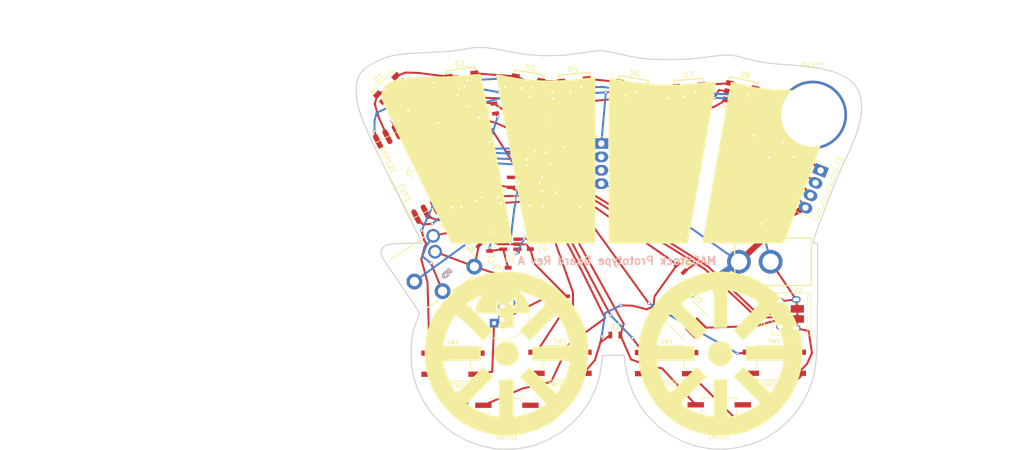
<source format=kicad_pcb>
(kicad_pcb (version 4) (host pcbnew 4.0.7-e2-6376~58~ubuntu16.04.1)

  (general
    (links 103)
    (no_connects 0)
    (area 20.964285 19.245 214.44 104.68565)
    (thickness 1.6)
    (drawings 20)
    (tracks 450)
    (zones 0)
    (modules 38)
    (nets 28)
  )

  (page User 250.012 200)
  (layers
    (0 F.Cu signal)
    (31 B.Cu signal)
    (32 B.Adhes user)
    (33 F.Adhes user)
    (34 B.Paste user)
    (35 F.Paste user)
    (36 B.SilkS user)
    (37 F.SilkS user)
    (38 B.Mask user)
    (39 F.Mask user)
    (40 Dwgs.User user)
    (41 Cmts.User user)
    (42 Eco1.User user)
    (43 Eco2.User user)
    (44 Edge.Cuts user)
    (45 Margin user)
    (46 B.CrtYd user)
    (47 F.CrtYd user)
    (48 B.Fab user)
    (49 F.Fab user)
  )

  (setup
    (last_trace_width 0.381)
    (trace_clearance 0.249)
    (zone_clearance 0.508)
    (zone_45_only no)
    (trace_min 0.2)
    (segment_width 0.2)
    (edge_width 0.15)
    (via_size 0.6)
    (via_drill 0.4)
    (via_min_size 0.4)
    (via_min_drill 0.3)
    (uvia_size 0.3)
    (uvia_drill 0.1)
    (uvias_allowed no)
    (uvia_min_size 0)
    (uvia_min_drill 0)
    (pcb_text_width 0.3)
    (pcb_text_size 1.5 1.5)
    (mod_edge_width 0.15)
    (mod_text_size 1 1)
    (mod_text_width 0.15)
    (pad_size 13 13)
    (pad_drill 12)
    (pad_to_mask_clearance 0.2)
    (aux_axis_origin 0 0)
    (visible_elements FFFFFF7F)
    (pcbplotparams
      (layerselection 0x010f8_80000001)
      (usegerberextensions true)
      (excludeedgelayer true)
      (linewidth 0.100000)
      (plotframeref false)
      (viasonmask false)
      (mode 1)
      (useauxorigin false)
      (hpglpennumber 1)
      (hpglpenspeed 20)
      (hpglpendiameter 15)
      (hpglpenoverlay 2)
      (psnegative false)
      (psa4output false)
      (plotreference true)
      (plotvalue true)
      (plotinvisibletext false)
      (padsonsilk false)
      (subtractmaskfromsilk true)
      (outputformat 1)
      (mirror false)
      (drillshape 0)
      (scaleselection 1)
      (outputdirectory magstock2018-reva))
  )

  (net 0 "")
  (net 1 "Net-(C1-Pad1)")
  (net 2 GND)
  (net 3 ANALOG)
  (net 4 "Net-(C2-Pad2)")
  (net 5 "Net-(C3-Pad1)")
  (net 6 VCC)
  (net 7 +3V3)
  (net 8 "Net-(ESP1-Pad1)")
  (net 9 "Net-(ESP1-Pad5)")
  (net 10 "Net-(ESP1-Pad7)")
  (net 11 "Net-(ESP1-Pad16)")
  (net 12 "Net-(ESP1-Pad17)")
  (net 13 "Net-(ESP1-Pad18)")
  (net 14 RXD)
  (net 15 "Net-(D8-Pad3)")
  (net 16 "Net-(D9-Pad3)")
  (net 17 "Net-(D1-Pad3)")
  (net 18 "Net-(D2-Pad3)")
  (net 19 "Net-(D3-Pad3)")
  (net 20 "Net-(D4-Pad3)")
  (net 21 "Net-(D6-Pad3)")
  (net 22 TXD)
  (net 23 "Net-(D7-Pad3)")
  (net 24 TUSB)
  (net 25 "Net-(ESP1-Pad6)")
  (net 26 D+)
  (net 27 D-)

  (net_class Default "This is the default net class."
    (clearance 0.249)
    (trace_width 0.381)
    (via_dia 0.6)
    (via_drill 0.4)
    (uvia_dia 0.3)
    (uvia_drill 0.1)
    (add_net +3V3)
    (add_net ANALOG)
    (add_net D+)
    (add_net D-)
    (add_net GND)
    (add_net "Net-(C1-Pad1)")
    (add_net "Net-(C2-Pad2)")
    (add_net "Net-(C3-Pad1)")
    (add_net "Net-(D1-Pad3)")
    (add_net "Net-(D2-Pad3)")
    (add_net "Net-(D3-Pad3)")
    (add_net "Net-(D4-Pad3)")
    (add_net "Net-(D6-Pad3)")
    (add_net "Net-(D7-Pad3)")
    (add_net "Net-(D8-Pad3)")
    (add_net "Net-(D9-Pad3)")
    (add_net "Net-(ESP1-Pad1)")
    (add_net "Net-(ESP1-Pad16)")
    (add_net "Net-(ESP1-Pad17)")
    (add_net "Net-(ESP1-Pad18)")
    (add_net "Net-(ESP1-Pad5)")
    (add_net "Net-(ESP1-Pad6)")
    (add_net "Net-(ESP1-Pad7)")
    (add_net RXD)
    (add_net TUSB)
    (add_net TXD)
    (add_net VCC)
  )

  (net_class Thin ""
    (clearance 0.19558)
    (trace_width 0.254)
    (via_dia 0.6)
    (via_drill 0.4)
    (uvia_dia 0.3)
    (uvia_drill 0.1)
  )

  (net_class thick ""
    (clearance 0.29558)
    (trace_width 1.143)
    (via_dia 0.6)
    (via_drill 0.4)
    (uvia_dia 0.3)
    (uvia_drill 0.1)
  )

  (module R_0805 (layer F.Cu) (tedit 5AB9B6DF) (tstamp 5AE461F6)
    (at 113.46 65.71 90)
    (descr "Resistor SMD 0805, reflow soldering, Vishay (see dcrcw.pdf)")
    (tags "resistor 0805")
    (path /5AB7F846)
    (attr smd)
    (fp_text reference C1 (at -2.489016 0.296985 90) (layer F.SilkS)
      (effects (font (size 1 1) (thickness 0.15)))
    )
    (fp_text value .1u10v (at 0 1.75 90) (layer F.Fab)
      (effects (font (size 1 1) (thickness 0.15)))
    )
    (fp_text user %R (at 0 0 90) (layer F.Fab)
      (effects (font (size 0.5 0.5) (thickness 0.075)))
    )
    (fp_line (start -1 0.62) (end -1 -0.62) (layer F.Fab) (width 0.1))
    (fp_line (start 1 0.62) (end -1 0.62) (layer F.Fab) (width 0.1))
    (fp_line (start 1 -0.62) (end 1 0.62) (layer F.Fab) (width 0.1))
    (fp_line (start -1 -0.62) (end 1 -0.62) (layer F.Fab) (width 0.1))
    (fp_line (start 0.6 0.88) (end -0.6 0.88) (layer F.SilkS) (width 0.12))
    (fp_line (start -0.6 -0.88) (end 0.6 -0.88) (layer F.SilkS) (width 0.12))
    (fp_line (start -1.55 -0.9) (end 1.55 -0.9) (layer F.CrtYd) (width 0.05))
    (fp_line (start -1.55 -0.9) (end -1.55 0.9) (layer F.CrtYd) (width 0.05))
    (fp_line (start 1.55 0.9) (end 1.55 -0.9) (layer F.CrtYd) (width 0.05))
    (fp_line (start 1.55 0.9) (end -1.55 0.9) (layer F.CrtYd) (width 0.05))
    (pad 1 smd rect (at -0.95 0 90) (size 0.7 1.3) (layers F.Cu F.Paste F.Mask)
      (net 1 "Net-(C1-Pad1)"))
    (pad 2 smd rect (at 0.95 0 90) (size 0.7 1.3) (layers F.Cu F.Paste F.Mask)
      (net 2 GND))
    (model ${KISYS3DMOD}/Resistors_SMD.3dshapes/R_0805.wrl
      (at (xyz 0 0 0))
      (scale (xyz 1 1 1))
      (rotate (xyz 0 0 0))
    )
  )

  (module R_0805 (layer F.Cu) (tedit 58E0A804) (tstamp 5AE46207)
    (at 108.91 61.97 225)
    (descr "Resistor SMD 0805, reflow soldering, Vishay (see dcrcw.pdf)")
    (tags "resistor 0805")
    (path /5AB7F93E)
    (attr smd)
    (fp_text reference C2 (at 0 -1.65 225) (layer F.SilkS)
      (effects (font (size 1 1) (thickness 0.15)))
    )
    (fp_text value 1u10v (at 0 1.75 225) (layer F.Fab)
      (effects (font (size 1 1) (thickness 0.15)))
    )
    (fp_text user %R (at 0 0 225) (layer F.Fab)
      (effects (font (size 0.5 0.5) (thickness 0.075)))
    )
    (fp_line (start -1 0.62) (end -1 -0.62) (layer F.Fab) (width 0.1))
    (fp_line (start 1 0.62) (end -1 0.62) (layer F.Fab) (width 0.1))
    (fp_line (start 1 -0.62) (end 1 0.62) (layer F.Fab) (width 0.1))
    (fp_line (start -1 -0.62) (end 1 -0.62) (layer F.Fab) (width 0.1))
    (fp_line (start 0.6 0.88) (end -0.6 0.88) (layer F.SilkS) (width 0.12))
    (fp_line (start -0.6 -0.88) (end 0.6 -0.88) (layer F.SilkS) (width 0.12))
    (fp_line (start -1.55 -0.9) (end 1.55 -0.9) (layer F.CrtYd) (width 0.05))
    (fp_line (start -1.55 -0.9) (end -1.55 0.9) (layer F.CrtYd) (width 0.05))
    (fp_line (start 1.55 0.9) (end 1.55 -0.9) (layer F.CrtYd) (width 0.05))
    (fp_line (start 1.55 0.9) (end -1.55 0.9) (layer F.CrtYd) (width 0.05))
    (pad 1 smd rect (at -0.95 0 225) (size 0.7 1.3) (layers F.Cu F.Paste F.Mask)
      (net 3 ANALOG))
    (pad 2 smd rect (at 0.95 0 225) (size 0.7 1.3) (layers F.Cu F.Paste F.Mask)
      (net 4 "Net-(C2-Pad2)"))
    (model ${KISYS3DMOD}/Resistors_SMD.3dshapes/R_0805.wrl
      (at (xyz 0 0 0))
      (scale (xyz 1 1 1))
      (rotate (xyz 0 0 0))
    )
  )

  (module R_0805 (layer F.Cu) (tedit 58E0A804) (tstamp 5AE46218)
    (at 110.75 64.93 135)
    (descr "Resistor SMD 0805, reflow soldering, Vishay (see dcrcw.pdf)")
    (tags "resistor 0805")
    (path /5AB7F2CD)
    (attr smd)
    (fp_text reference C3 (at 0 -1.65 135) (layer F.SilkS)
      (effects (font (size 1 1) (thickness 0.15)))
    )
    (fp_text value 2.2n10v (at 0 1.75 135) (layer F.Fab)
      (effects (font (size 1 1) (thickness 0.15)))
    )
    (fp_text user %R (at 0 0 135) (layer F.Fab)
      (effects (font (size 0.5 0.5) (thickness 0.075)))
    )
    (fp_line (start -1 0.62) (end -1 -0.62) (layer F.Fab) (width 0.1))
    (fp_line (start 1 0.62) (end -1 0.62) (layer F.Fab) (width 0.1))
    (fp_line (start 1 -0.62) (end 1 0.62) (layer F.Fab) (width 0.1))
    (fp_line (start -1 -0.62) (end 1 -0.62) (layer F.Fab) (width 0.1))
    (fp_line (start 0.6 0.88) (end -0.6 0.88) (layer F.SilkS) (width 0.12))
    (fp_line (start -0.6 -0.88) (end 0.6 -0.88) (layer F.SilkS) (width 0.12))
    (fp_line (start -1.55 -0.9) (end 1.55 -0.9) (layer F.CrtYd) (width 0.05))
    (fp_line (start -1.55 -0.9) (end -1.55 0.9) (layer F.CrtYd) (width 0.05))
    (fp_line (start 1.55 0.9) (end 1.55 -0.9) (layer F.CrtYd) (width 0.05))
    (fp_line (start 1.55 0.9) (end -1.55 0.9) (layer F.CrtYd) (width 0.05))
    (pad 1 smd rect (at -0.95 0 135) (size 0.7 1.3) (layers F.Cu F.Paste F.Mask)
      (net 5 "Net-(C3-Pad1)"))
    (pad 2 smd rect (at 0.95 0 135) (size 0.7 1.3) (layers F.Cu F.Paste F.Mask)
      (net 2 GND))
    (model ${KISYS3DMOD}/Resistors_SMD.3dshapes/R_0805.wrl
      (at (xyz 0 0 0))
      (scale (xyz 1 1 1))
      (rotate (xyz 0 0 0))
    )
  )

  (module R_0805 (layer F.Cu) (tedit 5AB9B6D1) (tstamp 5AE46229)
    (at 121.17 65.35 270)
    (descr "Resistor SMD 0805, reflow soldering, Vishay (see dcrcw.pdf)")
    (tags "resistor 0805")
    (path /5AB887AD)
    (attr smd)
    (fp_text reference C4 (at 0.87 -2.26 360) (layer F.SilkS)
      (effects (font (size 1 1) (thickness 0.15)))
    )
    (fp_text value .1u10v (at 0 1.75 270) (layer F.Fab)
      (effects (font (size 1 1) (thickness 0.15)))
    )
    (fp_text user %R (at 0 0 270) (layer F.Fab)
      (effects (font (size 0.5 0.5) (thickness 0.075)))
    )
    (fp_line (start -1 0.62) (end -1 -0.62) (layer F.Fab) (width 0.1))
    (fp_line (start 1 0.62) (end -1 0.62) (layer F.Fab) (width 0.1))
    (fp_line (start 1 -0.62) (end 1 0.62) (layer F.Fab) (width 0.1))
    (fp_line (start -1 -0.62) (end 1 -0.62) (layer F.Fab) (width 0.1))
    (fp_line (start 0.6 0.88) (end -0.6 0.88) (layer F.SilkS) (width 0.12))
    (fp_line (start -0.6 -0.88) (end 0.6 -0.88) (layer F.SilkS) (width 0.12))
    (fp_line (start -1.55 -0.9) (end 1.55 -0.9) (layer F.CrtYd) (width 0.05))
    (fp_line (start -1.55 -0.9) (end -1.55 0.9) (layer F.CrtYd) (width 0.05))
    (fp_line (start 1.55 0.9) (end 1.55 -0.9) (layer F.CrtYd) (width 0.05))
    (fp_line (start 1.55 0.9) (end -1.55 0.9) (layer F.CrtYd) (width 0.05))
    (pad 1 smd rect (at -0.95 0 270) (size 0.7 1.3) (layers F.Cu F.Paste F.Mask)
      (net 6 VCC))
    (pad 2 smd rect (at 0.95 0 270) (size 0.7 1.3) (layers F.Cu F.Paste F.Mask)
      (net 2 GND))
    (model ${KISYS3DMOD}/Resistors_SMD.3dshapes/R_0805.wrl
      (at (xyz 0 0 0))
      (scale (xyz 1 1 1))
      (rotate (xyz 0 0 0))
    )
  )

  (module R_0805 (layer F.Cu) (tedit 58E0A804) (tstamp 5AE4623A)
    (at 111.82 44.54 120)
    (descr "Resistor SMD 0805, reflow soldering, Vishay (see dcrcw.pdf)")
    (tags "resistor 0805")
    (path /5AB88738)
    (attr smd)
    (fp_text reference C5 (at 0 -1.65 120) (layer F.SilkS)
      (effects (font (size 1 1) (thickness 0.15)))
    )
    (fp_text value 10u10v (at 0 1.75 120) (layer F.Fab)
      (effects (font (size 1 1) (thickness 0.15)))
    )
    (fp_text user %R (at 0 0 120) (layer F.Fab)
      (effects (font (size 0.5 0.5) (thickness 0.075)))
    )
    (fp_line (start -1 0.62) (end -1 -0.62) (layer F.Fab) (width 0.1))
    (fp_line (start 1 0.62) (end -1 0.62) (layer F.Fab) (width 0.1))
    (fp_line (start 1 -0.62) (end 1 0.62) (layer F.Fab) (width 0.1))
    (fp_line (start -1 -0.62) (end 1 -0.62) (layer F.Fab) (width 0.1))
    (fp_line (start 0.6 0.88) (end -0.6 0.88) (layer F.SilkS) (width 0.12))
    (fp_line (start -0.6 -0.88) (end 0.6 -0.88) (layer F.SilkS) (width 0.12))
    (fp_line (start -1.55 -0.9) (end 1.55 -0.9) (layer F.CrtYd) (width 0.05))
    (fp_line (start -1.55 -0.9) (end -1.55 0.9) (layer F.CrtYd) (width 0.05))
    (fp_line (start 1.55 0.9) (end 1.55 -0.9) (layer F.CrtYd) (width 0.05))
    (fp_line (start 1.55 0.9) (end -1.55 0.9) (layer F.CrtYd) (width 0.05))
    (pad 1 smd rect (at -0.95 0 120) (size 0.7 1.3) (layers F.Cu F.Paste F.Mask)
      (net 7 +3V3))
    (pad 2 smd rect (at 0.95 0 120) (size 0.7 1.3) (layers F.Cu F.Paste F.Mask)
      (net 2 GND))
    (model ${KISYS3DMOD}/Resistors_SMD.3dshapes/R_0805.wrl
      (at (xyz 0 0 0))
      (scale (xyz 1 1 1))
      (rotate (xyz 0 0 0))
    )
  )

  (module R_0805 (layer F.Cu) (tedit 5AB9B6CB) (tstamp 5AE4624B)
    (at 119.22 48.56 90)
    (descr "Resistor SMD 0805, reflow soldering, Vishay (see dcrcw.pdf)")
    (tags "resistor 0805")
    (path /5AB836EA)
    (attr smd)
    (fp_text reference C6 (at 3.05 -0.43 90) (layer F.SilkS)
      (effects (font (size 1 1) (thickness 0.15)))
    )
    (fp_text value 10u10v (at 0 1.75 90) (layer F.Fab)
      (effects (font (size 1 1) (thickness 0.15)))
    )
    (fp_text user %R (at 0 0 90) (layer F.Fab)
      (effects (font (size 0.5 0.5) (thickness 0.075)))
    )
    (fp_line (start -1 0.62) (end -1 -0.62) (layer F.Fab) (width 0.1))
    (fp_line (start 1 0.62) (end -1 0.62) (layer F.Fab) (width 0.1))
    (fp_line (start 1 -0.62) (end 1 0.62) (layer F.Fab) (width 0.1))
    (fp_line (start -1 -0.62) (end 1 -0.62) (layer F.Fab) (width 0.1))
    (fp_line (start 0.6 0.88) (end -0.6 0.88) (layer F.SilkS) (width 0.12))
    (fp_line (start -0.6 -0.88) (end 0.6 -0.88) (layer F.SilkS) (width 0.12))
    (fp_line (start -1.55 -0.9) (end 1.55 -0.9) (layer F.CrtYd) (width 0.05))
    (fp_line (start -1.55 -0.9) (end -1.55 0.9) (layer F.CrtYd) (width 0.05))
    (fp_line (start 1.55 0.9) (end 1.55 -0.9) (layer F.CrtYd) (width 0.05))
    (fp_line (start 1.55 0.9) (end -1.55 0.9) (layer F.CrtYd) (width 0.05))
    (pad 1 smd rect (at -0.95 0 90) (size 0.7 1.3) (layers F.Cu F.Paste F.Mask)
      (net 6 VCC))
    (pad 2 smd rect (at 0.95 0 90) (size 0.7 1.3) (layers F.Cu F.Paste F.Mask)
      (net 2 GND))
    (model ${KISYS3DMOD}/Resistors_SMD.3dshapes/R_0805.wrl
      (at (xyz 0 0 0))
      (scale (xyz 1 1 1))
      (rotate (xyz 0 0 0))
    )
  )

  (module ESP12E (layer F.Cu) (tedit 0) (tstamp 5AE4626F)
    (at 98.6 51.66 117)
    (path /5AB7EFE3)
    (fp_text reference ESP1 (at -3 -3 117) (layer F.SilkS)
      (effects (font (size 1 1) (thickness 0.15)))
    )
    (fp_text value ESP12E (at 4 -3 117) (layer F.SilkS)
      (effects (font (size 1 1) (thickness 0.15)))
    )
    (fp_line (start 0 -1) (end -1 0) (layer F.SilkS) (width 0.15))
    (fp_line (start 0 -1) (end 1 0) (layer F.SilkS) (width 0.15))
    (fp_line (start 0 -1) (end 0 3) (layer F.SilkS) (width 0.15))
    (fp_line (start -8 12) (end -8 -4) (layer F.SilkS) (width 0.15))
    (fp_line (start -8 -4) (end 8 -4) (layer F.SilkS) (width 0.15))
    (fp_line (start 8 -4) (end 8 12) (layer F.SilkS) (width 0.15))
    (fp_line (start 8 -12) (end -8 -12) (layer Dwgs.User) (width 0.15))
    (fp_line (start -8 -12) (end -8 12) (layer Dwgs.User) (width 0.15))
    (fp_line (start -8 12) (end 8 12) (layer F.SilkS) (width 0.15))
    (fp_line (start 8 12) (end 8 -12) (layer Dwgs.User) (width 0.15))
    (pad 1 smd oval (at -8 -3 117) (size 3 1) (layers F.Cu F.Paste F.Mask)
      (net 8 "Net-(ESP1-Pad1)"))
    (pad 2 smd oval (at -8 -1 117) (size 3 1) (layers F.Cu F.Paste F.Mask)
      (net 3 ANALOG))
    (pad 3 smd oval (at -8 1 117) (size 3 1) (layers F.Cu F.Paste F.Mask)
      (net 7 +3V3))
    (pad 4 smd oval (at -8 3 117) (size 3 1) (layers F.Cu F.Paste F.Mask)
      (net 8 "Net-(ESP1-Pad1)"))
    (pad 5 smd oval (at -8 5 117) (size 3 1) (layers F.Cu F.Paste F.Mask)
      (net 9 "Net-(ESP1-Pad5)"))
    (pad 6 smd oval (at -8 7 117) (size 3 1) (layers F.Cu F.Paste F.Mask)
      (net 25 "Net-(ESP1-Pad6)"))
    (pad 7 smd oval (at -8 9 117) (size 3 1) (layers F.Cu F.Paste F.Mask)
      (net 10 "Net-(ESP1-Pad7)"))
    (pad 8 smd oval (at -8 11 117) (size 3 1) (layers F.Cu F.Paste F.Mask)
      (net 7 +3V3))
    (pad 9 smd oval (at -5 12 207) (size 3 1) (layers F.Cu F.Paste F.Mask))
    (pad 10 smd oval (at -3 12 207) (size 3 1) (layers F.Cu F.Paste F.Mask))
    (pad 11 smd oval (at -1 12 207) (size 3 1) (layers F.Cu F.Paste F.Mask))
    (pad 12 smd oval (at 1 12 207) (size 3 1) (layers F.Cu F.Paste F.Mask))
    (pad 13 smd oval (at 3 12 207) (size 3 1) (layers F.Cu F.Paste F.Mask))
    (pad 14 smd oval (at 5 12 207) (size 3 1) (layers F.Cu F.Paste F.Mask))
    (pad 15 smd oval (at 8 11 297) (size 3 1) (layers F.Cu F.Paste F.Mask)
      (net 2 GND))
    (pad 16 smd oval (at 8 9 297) (size 3 1) (layers F.Cu F.Paste F.Mask)
      (net 11 "Net-(ESP1-Pad16)"))
    (pad 17 smd oval (at 8 7 297) (size 3 1) (layers F.Cu F.Paste F.Mask)
      (net 12 "Net-(ESP1-Pad17)"))
    (pad 18 smd oval (at 8 5 297) (size 3 1) (layers F.Cu F.Paste F.Mask)
      (net 13 "Net-(ESP1-Pad18)"))
    (pad 19 smd oval (at 8 3 297) (size 3 1) (layers F.Cu F.Paste F.Mask)
      (net 27 D-))
    (pad 20 smd oval (at 8 1 297) (size 3 1) (layers F.Cu F.Paste F.Mask)
      (net 26 D+))
    (pad 21 smd oval (at 8 -1 297) (size 3 1) (layers F.Cu F.Paste F.Mask)
      (net 14 RXD))
    (pad 22 smd oval (at 8 -3 297) (size 3 1) (layers F.Cu F.Paste F.Mask)
      (net 22 TXD))
  )

  (module 35RAPC4BH3 (layer F.Cu) (tedit 59939C68) (tstamp 5AE46285)
    (at 97.54 73.57 34)
    (path /5AB7F44C)
    (fp_text reference J1 (at 7.25 6.75 34) (layer F.SilkS)
      (effects (font (size 1 1) (thickness 0.15)))
    )
    (fp_text value "Audio In" (at 7.75 -7.25 34) (layer F.Fab)
      (effects (font (size 1 1) (thickness 0.15)))
    )
    (fp_line (start 0.75 -6) (end 8.25 -6) (layer F.SilkS) (width 0.25))
    (fp_line (start 3.75 5.5) (end 0.75 5.5) (layer F.SilkS) (width 0.25))
    (fp_line (start 11.75 5.5) (end 7 5.5) (layer F.SilkS) (width 0.25))
    (fp_line (start 11.5 -6) (end 14 -6) (layer F.SilkS) (width 0.25))
    (fp_line (start 14 -6) (end 14 2.5) (layer F.SilkS) (width 0.25))
    (fp_line (start -2.75 3) (end 0 3) (layer F.Fab) (width 0.25))
    (fp_line (start -2.75 -3) (end -2.75 3) (layer F.Fab) (width 0.25))
    (fp_line (start 0 -3) (end -2.75 -3) (layer F.Fab) (width 0.25))
    (fp_line (start 0 -6) (end 14 -6) (layer F.Fab) (width 0.25))
    (fp_line (start 14 -6) (end 14 5.5) (layer F.Fab) (width 0.25))
    (fp_line (start 14 5.5) (end 0 5.5) (layer F.Fab) (width 0.25))
    (fp_line (start 0 0) (end 0 5.5) (layer F.Fab) (width 0.25))
    (fp_line (start 0 0) (end 0 -6) (layer F.Fab) (width 0.25))
    (pad 1 thru_hole circle (at 2 0 34) (size 3 3) (drill 1.75) (layers *.Cu *.Mask)
      (net 2 GND))
    (pad 2 thru_hole circle (at 9.8 -5.2 34) (size 2.6 2.6) (drill 1.75) (layers *.Cu *.Mask)
      (net 4 "Net-(C2-Pad2)"))
    (pad 3 thru_hole circle (at 8.4 -2.5 34) (size 2.6 2.6) (drill 1.75) (layers *.Cu *.Mask)
      (net 5 "Net-(C3-Pad1)"))
    (pad 4 thru_hole circle (at 13 4 34) (size 3 3) (drill 1.75) (layers *.Cu *.Mask)
      (net 5 "Net-(C3-Pad1)"))
    (pad 5 thru_hole circle (at 5.4 4.5 34) (size 3 3) (drill 1.75) (layers *.Cu *.Mask)
      (net 4 "Net-(C2-Pad2)"))
  )

  (module Molex_KK-6410-04_04x2.54mm_Straight (layer F.Cu) (tedit 5AB9B7FE) (tstamp 5AE462AE)
    (at 176.16 51.38 248)
    (descr "Connector Headers with Friction Lock, 22-27-2041, http://www.molex.com/pdm_docs/sd/022272021_sd.pdf")
    (tags "connector molex kk_6410 22-27-2041")
    (path /5AB8DE62)
    (fp_text reference J3 (at -2.903913 -2.569259 248) (layer F.SilkS)
      (effects (font (size 1 1) (thickness 0.15)))
    )
    (fp_text value WS2813 (at 3.81 4.5 248) (layer F.Fab)
      (effects (font (size 1 1) (thickness 0.15)))
    )
    (fp_line (start -1.47 -3.12) (end -1.47 3.08) (layer F.Fab) (width 0.12))
    (fp_line (start -1.47 3.08) (end 9.09 3.08) (layer F.Fab) (width 0.12))
    (fp_line (start 9.09 3.08) (end 9.09 -3.12) (layer F.Fab) (width 0.12))
    (fp_line (start 9.09 -3.12) (end -1.47 -3.12) (layer F.Fab) (width 0.12))
    (fp_line (start -1.37 -3.02) (end -1.37 2.98) (layer F.SilkS) (width 0.12))
    (fp_line (start -1.37 2.98) (end 8.99 2.98) (layer F.SilkS) (width 0.12))
    (fp_line (start 8.99 2.98) (end 8.99 -3.02) (layer F.SilkS) (width 0.12))
    (fp_line (start 8.99 -3.02) (end -1.37 -3.02) (layer F.SilkS) (width 0.12))
    (fp_line (start 0 2.98) (end 0 1.98) (layer F.SilkS) (width 0.12))
    (fp_line (start 0 1.98) (end 7.62 1.98) (layer F.SilkS) (width 0.12))
    (fp_line (start 7.62 1.98) (end 7.62 2.98) (layer F.SilkS) (width 0.12))
    (fp_line (start 0 1.98) (end 0.25 1.55) (layer F.SilkS) (width 0.12))
    (fp_line (start 0.25 1.55) (end 7.37 1.55) (layer F.SilkS) (width 0.12))
    (fp_line (start 7.37 1.55) (end 7.62 1.98) (layer F.SilkS) (width 0.12))
    (fp_line (start 0.25 2.98) (end 0.25 1.98) (layer F.SilkS) (width 0.12))
    (fp_line (start 7.37 2.98) (end 7.37 1.98) (layer F.SilkS) (width 0.12))
    (fp_line (start -0.8 -3.02) (end -0.8 -2.4) (layer F.SilkS) (width 0.12))
    (fp_line (start -0.8 -2.4) (end 0.8 -2.4) (layer F.SilkS) (width 0.12))
    (fp_line (start 0.8 -2.4) (end 0.8 -3.02) (layer F.SilkS) (width 0.12))
    (fp_line (start 1.74 -3.02) (end 1.74 -2.4) (layer F.SilkS) (width 0.12))
    (fp_line (start 1.74 -2.4) (end 3.34 -2.4) (layer F.SilkS) (width 0.12))
    (fp_line (start 3.34 -2.4) (end 3.34 -3.02) (layer F.SilkS) (width 0.12))
    (fp_line (start 4.28 -3.02) (end 4.28 -2.4) (layer F.SilkS) (width 0.12))
    (fp_line (start 4.28 -2.4) (end 5.88 -2.4) (layer F.SilkS) (width 0.12))
    (fp_line (start 5.88 -2.4) (end 5.88 -3.02) (layer F.SilkS) (width 0.12))
    (fp_line (start 6.82 -3.02) (end 6.82 -2.4) (layer F.SilkS) (width 0.12))
    (fp_line (start 6.82 -2.4) (end 8.42 -2.4) (layer F.SilkS) (width 0.12))
    (fp_line (start 8.42 -2.4) (end 8.42 -3.02) (layer F.SilkS) (width 0.12))
    (fp_line (start -1.9 3.5) (end -1.9 -3.55) (layer F.CrtYd) (width 0.05))
    (fp_line (start -1.9 -3.55) (end 9.5 -3.55) (layer F.CrtYd) (width 0.05))
    (fp_line (start 9.5 -3.55) (end 9.5 3.5) (layer F.CrtYd) (width 0.05))
    (fp_line (start 9.5 3.5) (end -1.9 3.5) (layer F.CrtYd) (width 0.05))
    (fp_text user %R (at 3.81 0 248) (layer F.Fab)
      (effects (font (size 1 1) (thickness 0.15)))
    )
    (pad 1 thru_hole rect (at 0 0 248) (size 2 2.6) (drill 1.2) (layers *.Cu *.Mask)
      (net 2 GND))
    (pad 2 thru_hole oval (at 2.54 0 248) (size 2 2.6) (drill 1.2) (layers *.Cu *.Mask)
      (net 15 "Net-(D8-Pad3)"))
    (pad 3 thru_hole oval (at 5.08 0 248) (size 2 2.6) (drill 1.2) (layers *.Cu *.Mask)
      (net 16 "Net-(D9-Pad3)"))
    (pad 4 thru_hole oval (at 7.62 0 248) (size 2 2.6) (drill 1.2) (layers *.Cu *.Mask)
      (net 6 VCC))
    (model ${KISYS3DMOD}/Connectors_Molex.3dshapes/Molex_KK-6410-04_04x2.54mm_Straight.wrl
      (at (xyz 0 0 0))
      (scale (xyz 1 1 1))
      (rotate (xyz 0 0 0))
    )
  )

  (module CP_Radial_D10.0mm_P2.50mm_P5.00mm (layer F.Cu) (tedit 597BC7C2) (tstamp 5AE46383)
    (at 115.9 79.68 90)
    (descr "CP, Radial series, Radial, pin pitch=2.50mm 5.00mm, , diameter=10mm, Electrolytic Capacitor")
    (tags "CP Radial series Radial pin pitch 2.50mm 5.00mm  diameter 10mm Electrolytic Capacitor")
    (path /5AB7F135)
    (fp_text reference MK1 (at 1.25 -6.31 90) (layer F.SilkS)
      (effects (font (size 1 1) (thickness 0.15)))
    )
    (fp_text value Microphone (at 1.25 6.31 90) (layer F.Fab)
      (effects (font (size 1 1) (thickness 0.15)))
    )
    (fp_circle (center 1.25 0) (end 6.25 0) (layer F.Fab) (width 0.1))
    (fp_circle (center 1.25 0) (end 6.34 0) (layer F.SilkS) (width 0.12))
    (fp_line (start -2.2 0) (end -1 0) (layer F.Fab) (width 0.1))
    (fp_line (start -1.6 -0.65) (end -1.6 0.65) (layer F.Fab) (width 0.1))
    (fp_line (start 1.25 -5.05) (end 1.25 5.05) (layer F.SilkS) (width 0.12))
    (fp_line (start 1.29 -5.05) (end 1.29 5.05) (layer F.SilkS) (width 0.12))
    (fp_line (start 1.33 -5.05) (end 1.33 5.05) (layer F.SilkS) (width 0.12))
    (fp_line (start 1.37 -5.049) (end 1.37 5.049) (layer F.SilkS) (width 0.12))
    (fp_line (start 1.41 -5.048) (end 1.41 5.048) (layer F.SilkS) (width 0.12))
    (fp_line (start 1.45 -5.047) (end 1.45 5.047) (layer F.SilkS) (width 0.12))
    (fp_line (start 1.49 -5.045) (end 1.49 5.045) (layer F.SilkS) (width 0.12))
    (fp_line (start 1.53 -5.043) (end 1.53 -0.98) (layer F.SilkS) (width 0.12))
    (fp_line (start 1.53 0.98) (end 1.53 5.043) (layer F.SilkS) (width 0.12))
    (fp_line (start 1.57 -5.04) (end 1.57 -0.98) (layer F.SilkS) (width 0.12))
    (fp_line (start 1.57 0.98) (end 1.57 5.04) (layer F.SilkS) (width 0.12))
    (fp_line (start 1.61 -5.038) (end 1.61 -0.98) (layer F.SilkS) (width 0.12))
    (fp_line (start 1.61 0.98) (end 1.61 5.038) (layer F.SilkS) (width 0.12))
    (fp_line (start 1.65 -5.035) (end 1.65 -0.98) (layer F.SilkS) (width 0.12))
    (fp_line (start 1.65 0.98) (end 1.65 5.035) (layer F.SilkS) (width 0.12))
    (fp_line (start 1.69 -5.031) (end 1.69 -0.98) (layer F.SilkS) (width 0.12))
    (fp_line (start 1.69 0.98) (end 1.69 5.031) (layer F.SilkS) (width 0.12))
    (fp_line (start 1.73 -5.028) (end 1.73 -0.98) (layer F.SilkS) (width 0.12))
    (fp_line (start 1.73 0.98) (end 1.73 5.028) (layer F.SilkS) (width 0.12))
    (fp_line (start 1.77 -5.024) (end 1.77 -0.98) (layer F.SilkS) (width 0.12))
    (fp_line (start 1.77 0.98) (end 1.77 5.024) (layer F.SilkS) (width 0.12))
    (fp_line (start 1.81 -5.02) (end 1.81 -0.98) (layer F.SilkS) (width 0.12))
    (fp_line (start 1.81 0.98) (end 1.81 5.02) (layer F.SilkS) (width 0.12))
    (fp_line (start 1.85 -5.015) (end 1.85 -0.98) (layer F.SilkS) (width 0.12))
    (fp_line (start 1.85 0.98) (end 1.85 5.015) (layer F.SilkS) (width 0.12))
    (fp_line (start 1.89 -5.01) (end 1.89 -0.98) (layer F.SilkS) (width 0.12))
    (fp_line (start 1.89 0.98) (end 1.89 5.01) (layer F.SilkS) (width 0.12))
    (fp_line (start 1.93 -5.005) (end 1.93 -0.98) (layer F.SilkS) (width 0.12))
    (fp_line (start 1.93 0.98) (end 1.93 5.005) (layer F.SilkS) (width 0.12))
    (fp_line (start 1.971 -4.999) (end 1.971 -0.98) (layer F.SilkS) (width 0.12))
    (fp_line (start 1.971 0.98) (end 1.971 4.999) (layer F.SilkS) (width 0.12))
    (fp_line (start 2.011 -4.993) (end 2.011 -0.98) (layer F.SilkS) (width 0.12))
    (fp_line (start 2.011 0.98) (end 2.011 4.993) (layer F.SilkS) (width 0.12))
    (fp_line (start 2.051 -4.987) (end 2.051 -0.98) (layer F.SilkS) (width 0.12))
    (fp_line (start 2.051 0.98) (end 2.051 4.987) (layer F.SilkS) (width 0.12))
    (fp_line (start 2.091 -4.981) (end 2.091 -0.98) (layer F.SilkS) (width 0.12))
    (fp_line (start 2.091 0.98) (end 2.091 4.981) (layer F.SilkS) (width 0.12))
    (fp_line (start 2.131 -4.974) (end 2.131 -0.98) (layer F.SilkS) (width 0.12))
    (fp_line (start 2.131 0.98) (end 2.131 4.974) (layer F.SilkS) (width 0.12))
    (fp_line (start 2.171 -4.967) (end 2.171 -0.98) (layer F.SilkS) (width 0.12))
    (fp_line (start 2.171 0.98) (end 2.171 4.967) (layer F.SilkS) (width 0.12))
    (fp_line (start 2.211 -4.959) (end 2.211 -0.98) (layer F.SilkS) (width 0.12))
    (fp_line (start 2.211 2.58) (end 2.211 4.959) (layer F.SilkS) (width 0.12))
    (fp_line (start 2.251 -4.951) (end 2.251 -0.98) (layer F.SilkS) (width 0.12))
    (fp_line (start 2.251 2.58) (end 2.251 4.951) (layer F.SilkS) (width 0.12))
    (fp_line (start 2.291 -4.943) (end 2.291 -0.98) (layer F.SilkS) (width 0.12))
    (fp_line (start 2.291 2.58) (end 2.291 4.943) (layer F.SilkS) (width 0.12))
    (fp_line (start 2.331 -4.935) (end 2.331 -0.98) (layer F.SilkS) (width 0.12))
    (fp_line (start 2.331 2.58) (end 2.331 4.935) (layer F.SilkS) (width 0.12))
    (fp_line (start 2.371 -4.926) (end 2.371 -0.98) (layer F.SilkS) (width 0.12))
    (fp_line (start 2.371 2.58) (end 2.371 4.926) (layer F.SilkS) (width 0.12))
    (fp_line (start 2.411 -4.917) (end 2.411 -0.98) (layer F.SilkS) (width 0.12))
    (fp_line (start 2.411 2.58) (end 2.411 4.917) (layer F.SilkS) (width 0.12))
    (fp_line (start 2.451 -4.907) (end 2.451 -0.98) (layer F.SilkS) (width 0.12))
    (fp_line (start 2.451 2.58) (end 2.451 4.907) (layer F.SilkS) (width 0.12))
    (fp_line (start 2.491 -4.897) (end 2.491 -0.98) (layer F.SilkS) (width 0.12))
    (fp_line (start 2.491 2.58) (end 2.491 4.897) (layer F.SilkS) (width 0.12))
    (fp_line (start 2.531 -4.887) (end 2.531 -0.98) (layer F.SilkS) (width 0.12))
    (fp_line (start 2.531 2.58) (end 2.531 4.887) (layer F.SilkS) (width 0.12))
    (fp_line (start 2.571 -4.876) (end 2.571 -0.98) (layer F.SilkS) (width 0.12))
    (fp_line (start 2.571 2.58) (end 2.571 4.876) (layer F.SilkS) (width 0.12))
    (fp_line (start 2.611 -4.865) (end 2.611 -0.98) (layer F.SilkS) (width 0.12))
    (fp_line (start 2.611 2.58) (end 2.611 4.865) (layer F.SilkS) (width 0.12))
    (fp_line (start 2.651 -4.854) (end 2.651 -0.98) (layer F.SilkS) (width 0.12))
    (fp_line (start 2.651 2.58) (end 2.651 4.854) (layer F.SilkS) (width 0.12))
    (fp_line (start 2.691 -4.843) (end 2.691 -0.98) (layer F.SilkS) (width 0.12))
    (fp_line (start 2.691 2.58) (end 2.691 4.843) (layer F.SilkS) (width 0.12))
    (fp_line (start 2.731 -4.831) (end 2.731 -0.98) (layer F.SilkS) (width 0.12))
    (fp_line (start 2.731 2.58) (end 2.731 4.831) (layer F.SilkS) (width 0.12))
    (fp_line (start 2.771 -4.818) (end 2.771 -0.98) (layer F.SilkS) (width 0.12))
    (fp_line (start 2.771 2.58) (end 2.771 4.818) (layer F.SilkS) (width 0.12))
    (fp_line (start 2.811 -4.806) (end 2.811 -0.98) (layer F.SilkS) (width 0.12))
    (fp_line (start 2.811 2.58) (end 2.811 4.806) (layer F.SilkS) (width 0.12))
    (fp_line (start 2.851 -4.792) (end 2.851 -0.98) (layer F.SilkS) (width 0.12))
    (fp_line (start 2.851 2.58) (end 2.851 4.792) (layer F.SilkS) (width 0.12))
    (fp_line (start 2.891 -4.779) (end 2.891 -0.98) (layer F.SilkS) (width 0.12))
    (fp_line (start 2.891 2.58) (end 2.891 4.779) (layer F.SilkS) (width 0.12))
    (fp_line (start 2.931 -4.765) (end 2.931 -0.98) (layer F.SilkS) (width 0.12))
    (fp_line (start 2.931 2.58) (end 2.931 4.765) (layer F.SilkS) (width 0.12))
    (fp_line (start 2.971 -4.751) (end 2.971 -0.98) (layer F.SilkS) (width 0.12))
    (fp_line (start 2.971 2.58) (end 2.971 4.751) (layer F.SilkS) (width 0.12))
    (fp_line (start 3.011 -4.737) (end 3.011 -0.98) (layer F.SilkS) (width 0.12))
    (fp_line (start 3.011 2.58) (end 3.011 4.737) (layer F.SilkS) (width 0.12))
    (fp_line (start 3.051 -4.722) (end 3.051 -0.98) (layer F.SilkS) (width 0.12))
    (fp_line (start 3.051 2.58) (end 3.051 4.722) (layer F.SilkS) (width 0.12))
    (fp_line (start 3.091 -4.706) (end 3.091 -0.98) (layer F.SilkS) (width 0.12))
    (fp_line (start 3.091 2.58) (end 3.091 4.706) (layer F.SilkS) (width 0.12))
    (fp_line (start 3.131 -4.691) (end 3.131 -0.98) (layer F.SilkS) (width 0.12))
    (fp_line (start 3.131 2.58) (end 3.131 4.691) (layer F.SilkS) (width 0.12))
    (fp_line (start 3.171 -4.674) (end 3.171 -0.98) (layer F.SilkS) (width 0.12))
    (fp_line (start 3.171 2.58) (end 3.171 4.674) (layer F.SilkS) (width 0.12))
    (fp_line (start 3.211 -4.658) (end 3.211 -0.98) (layer F.SilkS) (width 0.12))
    (fp_line (start 3.211 2.58) (end 3.211 4.658) (layer F.SilkS) (width 0.12))
    (fp_line (start 3.251 -4.641) (end 3.251 -0.98) (layer F.SilkS) (width 0.12))
    (fp_line (start 3.251 2.58) (end 3.251 4.641) (layer F.SilkS) (width 0.12))
    (fp_line (start 3.291 -4.624) (end 3.291 -0.98) (layer F.SilkS) (width 0.12))
    (fp_line (start 3.291 2.58) (end 3.291 4.624) (layer F.SilkS) (width 0.12))
    (fp_line (start 3.331 -4.606) (end 3.331 -0.98) (layer F.SilkS) (width 0.12))
    (fp_line (start 3.331 2.58) (end 3.331 4.606) (layer F.SilkS) (width 0.12))
    (fp_line (start 3.371 -4.588) (end 3.371 -0.98) (layer F.SilkS) (width 0.12))
    (fp_line (start 3.371 2.58) (end 3.371 4.588) (layer F.SilkS) (width 0.12))
    (fp_line (start 3.411 -4.569) (end 3.411 -0.98) (layer F.SilkS) (width 0.12))
    (fp_line (start 3.411 2.58) (end 3.411 4.569) (layer F.SilkS) (width 0.12))
    (fp_line (start 3.451 -4.55) (end 3.451 -0.98) (layer F.SilkS) (width 0.12))
    (fp_line (start 3.451 2.58) (end 3.451 4.55) (layer F.SilkS) (width 0.12))
    (fp_line (start 3.491 -4.531) (end 3.491 0.621) (layer F.SilkS) (width 0.12))
    (fp_line (start 3.491 2.58) (end 3.491 4.531) (layer F.SilkS) (width 0.12))
    (fp_line (start 3.531 -4.511) (end 3.531 0.621) (layer F.SilkS) (width 0.12))
    (fp_line (start 3.531 2.58) (end 3.531 4.511) (layer F.SilkS) (width 0.12))
    (fp_line (start 3.571 -4.491) (end 3.571 0.621) (layer F.SilkS) (width 0.12))
    (fp_line (start 3.571 2.58) (end 3.571 4.491) (layer F.SilkS) (width 0.12))
    (fp_line (start 3.611 -4.47) (end 3.611 0.621) (layer F.SilkS) (width 0.12))
    (fp_line (start 3.611 2.58) (end 3.611 4.47) (layer F.SilkS) (width 0.12))
    (fp_line (start 3.651 -4.449) (end 3.651 0.621) (layer F.SilkS) (width 0.12))
    (fp_line (start 3.651 2.58) (end 3.651 4.449) (layer F.SilkS) (width 0.12))
    (fp_line (start 3.691 -4.428) (end 3.691 0.621) (layer F.SilkS) (width 0.12))
    (fp_line (start 3.691 2.58) (end 3.691 4.428) (layer F.SilkS) (width 0.12))
    (fp_line (start 3.731 -4.405) (end 3.731 0.621) (layer F.SilkS) (width 0.12))
    (fp_line (start 3.731 2.58) (end 3.731 4.405) (layer F.SilkS) (width 0.12))
    (fp_line (start 3.771 -4.383) (end 3.771 0.621) (layer F.SilkS) (width 0.12))
    (fp_line (start 3.771 2.58) (end 3.771 4.383) (layer F.SilkS) (width 0.12))
    (fp_line (start 3.811 -4.36) (end 3.811 0.621) (layer F.SilkS) (width 0.12))
    (fp_line (start 3.811 2.58) (end 3.811 4.36) (layer F.SilkS) (width 0.12))
    (fp_line (start 3.851 -4.336) (end 3.851 0.621) (layer F.SilkS) (width 0.12))
    (fp_line (start 3.851 2.58) (end 3.851 4.336) (layer F.SilkS) (width 0.12))
    (fp_line (start 3.891 -4.312) (end 3.891 0.621) (layer F.SilkS) (width 0.12))
    (fp_line (start 3.891 2.58) (end 3.891 4.312) (layer F.SilkS) (width 0.12))
    (fp_line (start 3.931 -4.288) (end 3.931 0.621) (layer F.SilkS) (width 0.12))
    (fp_line (start 3.931 2.58) (end 3.931 4.288) (layer F.SilkS) (width 0.12))
    (fp_line (start 3.971 -4.263) (end 3.971 0.621) (layer F.SilkS) (width 0.12))
    (fp_line (start 3.971 2.58) (end 3.971 4.263) (layer F.SilkS) (width 0.12))
    (fp_line (start 4.011 -4.237) (end 4.011 0.621) (layer F.SilkS) (width 0.12))
    (fp_line (start 4.011 2.58) (end 4.011 4.237) (layer F.SilkS) (width 0.12))
    (fp_line (start 4.051 -4.211) (end 4.051 0.621) (layer F.SilkS) (width 0.12))
    (fp_line (start 4.051 2.58) (end 4.051 4.211) (layer F.SilkS) (width 0.12))
    (fp_line (start 4.091 -4.185) (end 4.091 0.621) (layer F.SilkS) (width 0.12))
    (fp_line (start 4.091 2.58) (end 4.091 4.185) (layer F.SilkS) (width 0.12))
    (fp_line (start 4.131 -4.157) (end 4.131 0.621) (layer F.SilkS) (width 0.12))
    (fp_line (start 4.131 2.58) (end 4.131 4.157) (layer F.SilkS) (width 0.12))
    (fp_line (start 4.171 -4.13) (end 4.171 4.13) (layer F.SilkS) (width 0.12))
    (fp_line (start 4.211 -4.101) (end 4.211 4.101) (layer F.SilkS) (width 0.12))
    (fp_line (start 4.251 -4.072) (end 4.251 4.072) (layer F.SilkS) (width 0.12))
    (fp_line (start 4.291 -4.043) (end 4.291 4.043) (layer F.SilkS) (width 0.12))
    (fp_line (start 4.331 -4.013) (end 4.331 4.013) (layer F.SilkS) (width 0.12))
    (fp_line (start 4.371 -3.982) (end 4.371 3.982) (layer F.SilkS) (width 0.12))
    (fp_line (start 4.411 -3.951) (end 4.411 3.951) (layer F.SilkS) (width 0.12))
    (fp_line (start 4.451 -3.919) (end 4.451 3.919) (layer F.SilkS) (width 0.12))
    (fp_line (start 4.491 -3.886) (end 4.491 3.886) (layer F.SilkS) (width 0.12))
    (fp_line (start 4.531 -3.853) (end 4.531 3.853) (layer F.SilkS) (width 0.12))
    (fp_line (start 4.571 -3.819) (end 4.571 3.819) (layer F.SilkS) (width 0.12))
    (fp_line (start 4.611 -3.784) (end 4.611 3.784) (layer F.SilkS) (width 0.12))
    (fp_line (start 4.651 -3.748) (end 4.651 3.748) (layer F.SilkS) (width 0.12))
    (fp_line (start 4.691 -3.712) (end 4.691 3.712) (layer F.SilkS) (width 0.12))
    (fp_line (start 4.731 -3.675) (end 4.731 3.675) (layer F.SilkS) (width 0.12))
    (fp_line (start 4.771 -3.637) (end 4.771 3.637) (layer F.SilkS) (width 0.12))
    (fp_line (start 4.811 -3.598) (end 4.811 3.598) (layer F.SilkS) (width 0.12))
    (fp_line (start 4.851 -3.559) (end 4.851 3.559) (layer F.SilkS) (width 0.12))
    (fp_line (start 4.891 -3.518) (end 4.891 3.518) (layer F.SilkS) (width 0.12))
    (fp_line (start 4.931 -3.477) (end 4.931 3.477) (layer F.SilkS) (width 0.12))
    (fp_line (start 4.971 -3.435) (end 4.971 3.435) (layer F.SilkS) (width 0.12))
    (fp_line (start 5.011 -3.391) (end 5.011 3.391) (layer F.SilkS) (width 0.12))
    (fp_line (start 5.051 -3.347) (end 5.051 3.347) (layer F.SilkS) (width 0.12))
    (fp_line (start 5.091 -3.302) (end 5.091 3.302) (layer F.SilkS) (width 0.12))
    (fp_line (start 5.131 -3.255) (end 5.131 3.255) (layer F.SilkS) (width 0.12))
    (fp_line (start 5.171 -3.207) (end 5.171 3.207) (layer F.SilkS) (width 0.12))
    (fp_line (start 5.211 -3.158) (end 5.211 3.158) (layer F.SilkS) (width 0.12))
    (fp_line (start 5.251 -3.108) (end 5.251 3.108) (layer F.SilkS) (width 0.12))
    (fp_line (start 5.291 -3.057) (end 5.291 3.057) (layer F.SilkS) (width 0.12))
    (fp_line (start 5.331 -3.004) (end 5.331 3.004) (layer F.SilkS) (width 0.12))
    (fp_line (start 5.371 -2.949) (end 5.371 2.949) (layer F.SilkS) (width 0.12))
    (fp_line (start 5.411 -2.894) (end 5.411 2.894) (layer F.SilkS) (width 0.12))
    (fp_line (start 5.451 -2.836) (end 5.451 2.836) (layer F.SilkS) (width 0.12))
    (fp_line (start 5.491 -2.777) (end 5.491 2.777) (layer F.SilkS) (width 0.12))
    (fp_line (start 5.531 -2.715) (end 5.531 2.715) (layer F.SilkS) (width 0.12))
    (fp_line (start 5.571 -2.652) (end 5.571 2.652) (layer F.SilkS) (width 0.12))
    (fp_line (start 5.611 -2.587) (end 5.611 2.587) (layer F.SilkS) (width 0.12))
    (fp_line (start 5.651 -2.519) (end 5.651 2.519) (layer F.SilkS) (width 0.12))
    (fp_line (start 5.691 -2.449) (end 5.691 2.449) (layer F.SilkS) (width 0.12))
    (fp_line (start 5.731 -2.377) (end 5.731 2.377) (layer F.SilkS) (width 0.12))
    (fp_line (start 5.771 -2.301) (end 5.771 2.301) (layer F.SilkS) (width 0.12))
    (fp_line (start 5.811 -2.222) (end 5.811 2.222) (layer F.SilkS) (width 0.12))
    (fp_line (start 5.851 -2.14) (end 5.851 2.14) (layer F.SilkS) (width 0.12))
    (fp_line (start 5.891 -2.053) (end 5.891 2.053) (layer F.SilkS) (width 0.12))
    (fp_line (start 5.931 -1.962) (end 5.931 1.962) (layer F.SilkS) (width 0.12))
    (fp_line (start 5.971 -1.866) (end 5.971 1.866) (layer F.SilkS) (width 0.12))
    (fp_line (start 6.011 -1.763) (end 6.011 1.763) (layer F.SilkS) (width 0.12))
    (fp_line (start 6.051 -1.654) (end 6.051 1.654) (layer F.SilkS) (width 0.12))
    (fp_line (start 6.091 -1.536) (end 6.091 1.536) (layer F.SilkS) (width 0.12))
    (fp_line (start 6.131 -1.407) (end 6.131 1.407) (layer F.SilkS) (width 0.12))
    (fp_line (start 6.171 -1.265) (end 6.171 1.265) (layer F.SilkS) (width 0.12))
    (fp_line (start 6.211 -1.104) (end 6.211 1.104) (layer F.SilkS) (width 0.12))
    (fp_line (start 6.251 -0.913) (end 6.251 0.913) (layer F.SilkS) (width 0.12))
    (fp_line (start 6.291 -0.672) (end 6.291 0.672) (layer F.SilkS) (width 0.12))
    (fp_line (start 6.331 -0.279) (end 6.331 0.279) (layer F.SilkS) (width 0.12))
    (fp_line (start -2.2 0) (end -1 0) (layer F.SilkS) (width 0.12))
    (fp_line (start -1.6 -0.65) (end -1.6 0.65) (layer F.SilkS) (width 0.12))
    (fp_line (start -4.1 -5.35) (end -4.1 5.35) (layer F.CrtYd) (width 0.05))
    (fp_line (start -4.1 5.35) (end 6.6 5.35) (layer F.CrtYd) (width 0.05))
    (fp_line (start 6.6 5.35) (end 6.6 -5.35) (layer F.CrtYd) (width 0.05))
    (fp_line (start 6.6 -5.35) (end -4.1 -5.35) (layer F.CrtYd) (width 0.05))
    (fp_text user %R (at 1.25 0 90) (layer F.Fab)
      (effects (font (size 1 1) (thickness 0.15)))
    )
    (pad 1 thru_hole rect (at 0 0 90) (size 1.6 1.6) (drill 0.8) (layers *.Cu *.Mask)
      (net 2 GND))
    (pad 2 thru_hole circle (at 2.5 0 90) (size 1.6 1.6) (drill 0.8) (layers *.Cu *.Mask)
      (net 5 "Net-(C3-Pad1)"))
    (pad 1 thru_hole rect (at -0.670937 -1.6 90) (size 1.6 1.6) (drill 0.8) (layers *.Cu *.Mask)
      (net 2 GND))
    (pad 2 thru_hole circle (at 3.170937 1.6 90) (size 1.6 1.6) (drill 0.8) (layers *.Cu *.Mask)
      (net 5 "Net-(C3-Pad1)"))
    (model ${KISYS3DMOD}/Capacitors_THT.3dshapes/CP_Radial_D10.0mm_P2.50mm_P5.00mm.wrl
      (at (xyz 0 0 0))
      (scale (xyz 1 1 1))
      (rotate (xyz 0 0 0))
    )
  )

  (module R_0805 (layer F.Cu) (tedit 58E0A804) (tstamp 5AE46394)
    (at 112.79 61.38 120)
    (descr "Resistor SMD 0805, reflow soldering, Vishay (see dcrcw.pdf)")
    (tags "resistor 0805")
    (path /5AB7FACF)
    (attr smd)
    (fp_text reference R1 (at 0 -1.65 120) (layer F.SilkS)
      (effects (font (size 1 1) (thickness 0.15)))
    )
    (fp_text value 47k (at 0 1.75 120) (layer F.Fab)
      (effects (font (size 1 1) (thickness 0.15)))
    )
    (fp_text user %R (at 0 0 120) (layer F.Fab)
      (effects (font (size 0.5 0.5) (thickness 0.075)))
    )
    (fp_line (start -1 0.62) (end -1 -0.62) (layer F.Fab) (width 0.1))
    (fp_line (start 1 0.62) (end -1 0.62) (layer F.Fab) (width 0.1))
    (fp_line (start 1 -0.62) (end 1 0.62) (layer F.Fab) (width 0.1))
    (fp_line (start -1 -0.62) (end 1 -0.62) (layer F.Fab) (width 0.1))
    (fp_line (start 0.6 0.88) (end -0.6 0.88) (layer F.SilkS) (width 0.12))
    (fp_line (start -0.6 -0.88) (end 0.6 -0.88) (layer F.SilkS) (width 0.12))
    (fp_line (start -1.55 -0.9) (end 1.55 -0.9) (layer F.CrtYd) (width 0.05))
    (fp_line (start -1.55 -0.9) (end -1.55 0.9) (layer F.CrtYd) (width 0.05))
    (fp_line (start 1.55 0.9) (end 1.55 -0.9) (layer F.CrtYd) (width 0.05))
    (fp_line (start 1.55 0.9) (end -1.55 0.9) (layer F.CrtYd) (width 0.05))
    (pad 1 smd rect (at -0.95 0 120) (size 0.7 1.3) (layers F.Cu F.Paste F.Mask)
      (net 1 "Net-(C1-Pad1)"))
    (pad 2 smd rect (at 0.95 0 120) (size 0.7 1.3) (layers F.Cu F.Paste F.Mask)
      (net 3 ANALOG))
    (model ${KISYS3DMOD}/Resistors_SMD.3dshapes/R_0805.wrl
      (at (xyz 0 0 0))
      (scale (xyz 1 1 1))
      (rotate (xyz 0 0 0))
    )
  )

  (module R_0805 (layer F.Cu) (tedit 58E0A804) (tstamp 5AE463A5)
    (at 114.41 39.62 100)
    (descr "Resistor SMD 0805, reflow soldering, Vishay (see dcrcw.pdf)")
    (tags "resistor 0805")
    (path /5AB821D9)
    (attr smd)
    (fp_text reference R2 (at 0 -1.65 100) (layer F.SilkS)
      (effects (font (size 1 1) (thickness 0.15)))
    )
    (fp_text value 10k (at 0 1.75 100) (layer F.Fab)
      (effects (font (size 1 1) (thickness 0.15)))
    )
    (fp_text user %R (at 0 0 100) (layer F.Fab)
      (effects (font (size 0.5 0.5) (thickness 0.075)))
    )
    (fp_line (start -1 0.62) (end -1 -0.62) (layer F.Fab) (width 0.1))
    (fp_line (start 1 0.62) (end -1 0.62) (layer F.Fab) (width 0.1))
    (fp_line (start 1 -0.62) (end 1 0.62) (layer F.Fab) (width 0.1))
    (fp_line (start -1 -0.62) (end 1 -0.62) (layer F.Fab) (width 0.1))
    (fp_line (start 0.6 0.88) (end -0.6 0.88) (layer F.SilkS) (width 0.12))
    (fp_line (start -0.6 -0.88) (end 0.6 -0.88) (layer F.SilkS) (width 0.12))
    (fp_line (start -1.55 -0.9) (end 1.55 -0.9) (layer F.CrtYd) (width 0.05))
    (fp_line (start -1.55 -0.9) (end -1.55 0.9) (layer F.CrtYd) (width 0.05))
    (fp_line (start 1.55 0.9) (end 1.55 -0.9) (layer F.CrtYd) (width 0.05))
    (fp_line (start 1.55 0.9) (end -1.55 0.9) (layer F.CrtYd) (width 0.05))
    (pad 1 smd rect (at -0.95 0 100) (size 0.7 1.3) (layers F.Cu F.Paste F.Mask)
      (net 7 +3V3))
    (pad 2 smd rect (at 0.95 0 100) (size 0.7 1.3) (layers F.Cu F.Paste F.Mask)
      (net 12 "Net-(ESP1-Pad17)"))
    (model ${KISYS3DMOD}/Resistors_SMD.3dshapes/R_0805.wrl
      (at (xyz 0 0 0))
      (scale (xyz 1 1 1))
      (rotate (xyz 0 0 0))
    )
  )

  (module R_0805 (layer F.Cu) (tedit 58E0A804) (tstamp 5AE463B6)
    (at 137.27 82.6)
    (descr "Resistor SMD 0805, reflow soldering, Vishay (see dcrcw.pdf)")
    (tags "resistor 0805")
    (path /5AB8223F)
    (attr smd)
    (fp_text reference R3 (at 0 -1.65) (layer F.SilkS)
      (effects (font (size 1 1) (thickness 0.15)))
    )
    (fp_text value 10k (at 0 1.75) (layer F.Fab)
      (effects (font (size 1 1) (thickness 0.15)))
    )
    (fp_text user %R (at 0 0) (layer F.Fab)
      (effects (font (size 0.5 0.5) (thickness 0.075)))
    )
    (fp_line (start -1 0.62) (end -1 -0.62) (layer F.Fab) (width 0.1))
    (fp_line (start 1 0.62) (end -1 0.62) (layer F.Fab) (width 0.1))
    (fp_line (start 1 -0.62) (end 1 0.62) (layer F.Fab) (width 0.1))
    (fp_line (start -1 -0.62) (end 1 -0.62) (layer F.Fab) (width 0.1))
    (fp_line (start 0.6 0.88) (end -0.6 0.88) (layer F.SilkS) (width 0.12))
    (fp_line (start -0.6 -0.88) (end 0.6 -0.88) (layer F.SilkS) (width 0.12))
    (fp_line (start -1.55 -0.9) (end 1.55 -0.9) (layer F.CrtYd) (width 0.05))
    (fp_line (start -1.55 -0.9) (end -1.55 0.9) (layer F.CrtYd) (width 0.05))
    (fp_line (start 1.55 0.9) (end 1.55 -0.9) (layer F.CrtYd) (width 0.05))
    (fp_line (start 1.55 0.9) (end -1.55 0.9) (layer F.CrtYd) (width 0.05))
    (pad 1 smd rect (at -0.95 0) (size 0.7 1.3) (layers F.Cu F.Paste F.Mask)
      (net 7 +3V3))
    (pad 2 smd rect (at 0.95 0) (size 0.7 1.3) (layers F.Cu F.Paste F.Mask)
      (net 13 "Net-(ESP1-Pad18)"))
    (model ${KISYS3DMOD}/Resistors_SMD.3dshapes/R_0805.wrl
      (at (xyz 0 0 0))
      (scale (xyz 1 1 1))
      (rotate (xyz 0 0 0))
    )
  )

  (module R_0805 (layer F.Cu) (tedit 5AB9B6CE) (tstamp 5AE463C7)
    (at 116.96 70.79 270)
    (descr "Resistor SMD 0805, reflow soldering, Vishay (see dcrcw.pdf)")
    (tags "resistor 0805")
    (path /5AB7F72C)
    (attr smd)
    (fp_text reference R4 (at -1.04 2.05 360) (layer F.SilkS)
      (effects (font (size 1 1) (thickness 0.15)))
    )
    (fp_text value 10k (at 0 1.75 270) (layer F.Fab)
      (effects (font (size 1 1) (thickness 0.15)))
    )
    (fp_text user %R (at 0 0 270) (layer F.Fab)
      (effects (font (size 0.5 0.5) (thickness 0.075)))
    )
    (fp_line (start -1 0.62) (end -1 -0.62) (layer F.Fab) (width 0.1))
    (fp_line (start 1 0.62) (end -1 0.62) (layer F.Fab) (width 0.1))
    (fp_line (start 1 -0.62) (end 1 0.62) (layer F.Fab) (width 0.1))
    (fp_line (start -1 -0.62) (end 1 -0.62) (layer F.Fab) (width 0.1))
    (fp_line (start 0.6 0.88) (end -0.6 0.88) (layer F.SilkS) (width 0.12))
    (fp_line (start -0.6 -0.88) (end 0.6 -0.88) (layer F.SilkS) (width 0.12))
    (fp_line (start -1.55 -0.9) (end 1.55 -0.9) (layer F.CrtYd) (width 0.05))
    (fp_line (start -1.55 -0.9) (end -1.55 0.9) (layer F.CrtYd) (width 0.05))
    (fp_line (start 1.55 0.9) (end 1.55 -0.9) (layer F.CrtYd) (width 0.05))
    (fp_line (start 1.55 0.9) (end -1.55 0.9) (layer F.CrtYd) (width 0.05))
    (pad 1 smd rect (at -0.95 0 270) (size 0.7 1.3) (layers F.Cu F.Paste F.Mask)
      (net 1 "Net-(C1-Pad1)"))
    (pad 2 smd rect (at 0.95 0 270) (size 0.7 1.3) (layers F.Cu F.Paste F.Mask)
      (net 5 "Net-(C3-Pad1)"))
    (model ${KISYS3DMOD}/Resistors_SMD.3dshapes/R_0805.wrl
      (at (xyz 0 0 0))
      (scale (xyz 1 1 1))
      (rotate (xyz 0 0 0))
    )
  )

  (module R_0805 (layer F.Cu) (tedit 58E0A804) (tstamp 5AE463D8)
    (at 128.02 76.2 90)
    (descr "Resistor SMD 0805, reflow soldering, Vishay (see dcrcw.pdf)")
    (tags "resistor 0805")
    (path /5AB82386)
    (attr smd)
    (fp_text reference R5 (at 0 -1.65 90) (layer F.SilkS)
      (effects (font (size 1 1) (thickness 0.15)))
    )
    (fp_text value 10k (at 0 1.75 90) (layer F.Fab)
      (effects (font (size 1 1) (thickness 0.15)))
    )
    (fp_text user %R (at 0 0 90) (layer F.Fab)
      (effects (font (size 0.5 0.5) (thickness 0.075)))
    )
    (fp_line (start -1 0.62) (end -1 -0.62) (layer F.Fab) (width 0.1))
    (fp_line (start 1 0.62) (end -1 0.62) (layer F.Fab) (width 0.1))
    (fp_line (start 1 -0.62) (end 1 0.62) (layer F.Fab) (width 0.1))
    (fp_line (start -1 -0.62) (end 1 -0.62) (layer F.Fab) (width 0.1))
    (fp_line (start 0.6 0.88) (end -0.6 0.88) (layer F.SilkS) (width 0.12))
    (fp_line (start -0.6 -0.88) (end 0.6 -0.88) (layer F.SilkS) (width 0.12))
    (fp_line (start -1.55 -0.9) (end 1.55 -0.9) (layer F.CrtYd) (width 0.05))
    (fp_line (start -1.55 -0.9) (end -1.55 0.9) (layer F.CrtYd) (width 0.05))
    (fp_line (start 1.55 0.9) (end 1.55 -0.9) (layer F.CrtYd) (width 0.05))
    (fp_line (start 1.55 0.9) (end -1.55 0.9) (layer F.CrtYd) (width 0.05))
    (pad 1 smd rect (at -0.95 0 90) (size 0.7 1.3) (layers F.Cu F.Paste F.Mask)
      (net 11 "Net-(ESP1-Pad16)"))
    (pad 2 smd rect (at 0.95 0 90) (size 0.7 1.3) (layers F.Cu F.Paste F.Mask)
      (net 2 GND))
    (model ${KISYS3DMOD}/Resistors_SMD.3dshapes/R_0805.wrl
      (at (xyz 0 0 0))
      (scale (xyz 1 1 1))
      (rotate (xyz 0 0 0))
    )
  )

  (module SOT-23-5_HandSoldering (layer F.Cu) (tedit 58CE4E7E) (tstamp 5AE463ED)
    (at 117.37 65.37 180)
    (descr "5-pin SOT23 package")
    (tags "SOT-23-5 hand-soldering")
    (path /5AB7F1F3)
    (attr smd)
    (fp_text reference U1 (at 0 -2.9 180) (layer F.SilkS)
      (effects (font (size 1 1) (thickness 0.15)))
    )
    (fp_text value MCP1824 (at 0 2.9 180) (layer F.Fab)
      (effects (font (size 1 1) (thickness 0.15)))
    )
    (fp_text user %R (at 0 0 270) (layer F.Fab)
      (effects (font (size 0.5 0.5) (thickness 0.075)))
    )
    (fp_line (start -0.9 1.61) (end 0.9 1.61) (layer F.SilkS) (width 0.12))
    (fp_line (start 0.9 -1.61) (end -1.55 -1.61) (layer F.SilkS) (width 0.12))
    (fp_line (start -0.9 -0.9) (end -0.25 -1.55) (layer F.Fab) (width 0.1))
    (fp_line (start 0.9 -1.55) (end -0.25 -1.55) (layer F.Fab) (width 0.1))
    (fp_line (start -0.9 -0.9) (end -0.9 1.55) (layer F.Fab) (width 0.1))
    (fp_line (start 0.9 1.55) (end -0.9 1.55) (layer F.Fab) (width 0.1))
    (fp_line (start 0.9 -1.55) (end 0.9 1.55) (layer F.Fab) (width 0.1))
    (fp_line (start -2.38 -1.8) (end 2.38 -1.8) (layer F.CrtYd) (width 0.05))
    (fp_line (start -2.38 -1.8) (end -2.38 1.8) (layer F.CrtYd) (width 0.05))
    (fp_line (start 2.38 1.8) (end 2.38 -1.8) (layer F.CrtYd) (width 0.05))
    (fp_line (start 2.38 1.8) (end -2.38 1.8) (layer F.CrtYd) (width 0.05))
    (pad 1 smd rect (at -1.35 -0.95 180) (size 1.56 0.65) (layers F.Cu F.Paste F.Mask)
      (net 6 VCC))
    (pad 2 smd rect (at -1.35 0 180) (size 1.56 0.65) (layers F.Cu F.Paste F.Mask)
      (net 2 GND))
    (pad 3 smd rect (at -1.35 0.95 180) (size 1.56 0.65) (layers F.Cu F.Paste F.Mask)
      (net 6 VCC))
    (pad 4 smd rect (at 1.35 0.95 180) (size 1.56 0.65) (layers F.Cu F.Paste F.Mask))
    (pad 5 smd rect (at 1.35 -0.95 180) (size 1.56 0.65) (layers F.Cu F.Paste F.Mask)
      (net 1 "Net-(C1-Pad1)"))
    (model ${KISYS3DMOD}/TO_SOT_Packages_SMD.3dshapes\SOT-23-5.wrl
      (at (xyz 0 0 0))
      (scale (xyz 1 1 1))
      (rotate (xyz 0 0 0))
    )
  )

  (module SOT-23-5_HandSoldering (layer F.Cu) (tedit 58CE4E7E) (tstamp 5AE46402)
    (at 118.86 53.64 180)
    (descr "5-pin SOT23 package")
    (tags "SOT-23-5 hand-soldering")
    (path /5AB85ADA)
    (attr smd)
    (fp_text reference U2 (at 0 -2.9 180) (layer F.SilkS)
      (effects (font (size 1 1) (thickness 0.15)))
    )
    (fp_text value TLV70036 (at 0 2.9 180) (layer F.Fab)
      (effects (font (size 1 1) (thickness 0.15)))
    )
    (fp_text user %R (at 0 0 270) (layer F.Fab)
      (effects (font (size 0.5 0.5) (thickness 0.075)))
    )
    (fp_line (start -0.9 1.61) (end 0.9 1.61) (layer F.SilkS) (width 0.12))
    (fp_line (start 0.9 -1.61) (end -1.55 -1.61) (layer F.SilkS) (width 0.12))
    (fp_line (start -0.9 -0.9) (end -0.25 -1.55) (layer F.Fab) (width 0.1))
    (fp_line (start 0.9 -1.55) (end -0.25 -1.55) (layer F.Fab) (width 0.1))
    (fp_line (start -0.9 -0.9) (end -0.9 1.55) (layer F.Fab) (width 0.1))
    (fp_line (start 0.9 1.55) (end -0.9 1.55) (layer F.Fab) (width 0.1))
    (fp_line (start 0.9 -1.55) (end 0.9 1.55) (layer F.Fab) (width 0.1))
    (fp_line (start -2.38 -1.8) (end 2.38 -1.8) (layer F.CrtYd) (width 0.05))
    (fp_line (start -2.38 -1.8) (end -2.38 1.8) (layer F.CrtYd) (width 0.05))
    (fp_line (start 2.38 1.8) (end 2.38 -1.8) (layer F.CrtYd) (width 0.05))
    (fp_line (start 2.38 1.8) (end -2.38 1.8) (layer F.CrtYd) (width 0.05))
    (pad 1 smd rect (at -1.35 -0.95 180) (size 1.56 0.65) (layers F.Cu F.Paste F.Mask)
      (net 6 VCC))
    (pad 2 smd rect (at -1.35 0 180) (size 1.56 0.65) (layers F.Cu F.Paste F.Mask)
      (net 2 GND))
    (pad 3 smd rect (at -1.35 0.95 180) (size 1.56 0.65) (layers F.Cu F.Paste F.Mask)
      (net 6 VCC))
    (pad 4 smd rect (at 1.35 0.95 180) (size 1.56 0.65) (layers F.Cu F.Paste F.Mask))
    (pad 5 smd rect (at 1.35 -0.95 180) (size 1.56 0.65) (layers F.Cu F.Paste F.Mask)
      (net 7 +3V3))
    (model ${KISYS3DMOD}/TO_SOT_Packages_SMD.3dshapes\SOT-23-5.wrl
      (at (xyz 0 0 0))
      (scale (xyz 1 1 1))
      (rotate (xyz 0 0 0))
    )
  )

  (module WS2813 (layer F.Cu) (tedit 5AB80D8B) (tstamp 5AF611D8)
    (at 95.06 36.39 225)
    (path /5AB8E8DD)
    (fp_text reference D1 (at 0 3.7 225) (layer F.SilkS)
      (effects (font (size 1 1) (thickness 0.15)))
    )
    (fp_text value WS2813 (at 0 -3.5 225) (layer F.Fab)
      (effects (font (size 1 1) (thickness 0.15)))
    )
    (fp_line (start -2.2 -3.1) (end -2.2 -3.4) (layer F.SilkS) (width 0.25))
    (fp_line (start -2.2 -3.4) (end -3.4 -3.4) (layer F.SilkS) (width 0.25))
    (fp_line (start -3.4 -3.4) (end -3.4 -2.2) (layer F.SilkS) (width 0.25))
    (fp_line (start -3.4 -2.2) (end -3.1 -2.2) (layer F.SilkS) (width 0.25))
    (fp_line (start -2.8 -2.2) (end -3.1 -2.2) (layer F.SilkS) (width 0.25))
    (fp_line (start -3.1 -2.2) (end -3.1 -3.1) (layer F.SilkS) (width 0.25))
    (fp_line (start -3.1 -3.1) (end -2.3 -3.1) (layer F.SilkS) (width 0.25))
    (fp_line (start -2.3 -3.1) (end -2.2 -3.1) (layer F.SilkS) (width 0.25))
    (fp_line (start -2.2 -3.1) (end -2.2 -2.8) (layer F.SilkS) (width 0.25))
    (fp_line (start 2.8 2.2) (end 2.8 2.8) (layer F.SilkS) (width 0.25))
    (fp_line (start 2.8 2.8) (end -2.8 2.8) (layer F.SilkS) (width 0.25))
    (fp_line (start -2.8 2.8) (end -2.8 2.2) (layer F.SilkS) (width 0.25))
    (fp_line (start -2.8 -2.2) (end -2.8 -2.8) (layer F.SilkS) (width 0.25))
    (fp_line (start -2.8 -2.8) (end 2.8 -2.8) (layer F.SilkS) (width 0.25))
    (fp_line (start 2.8 -2.8) (end 2.8 -2.2) (layer F.SilkS) (width 0.25))
    (pad 1 smd rect (at -2.45 -1.6 225) (size 1.5 1) (layers F.Cu F.Paste F.Mask))
    (pad 2 smd rect (at -2.45 -0.05 225) (size 1.5 1) (layers F.Cu F.Paste F.Mask)
      (net 6 VCC))
    (pad 3 smd rect (at -2.45 1.6 225) (size 1.5 1) (layers F.Cu F.Paste F.Mask)
      (net 17 "Net-(D1-Pad3)"))
    (pad 4 smd rect (at 2.45 1.6 225) (size 1.5 1) (layers F.Cu F.Paste F.Mask)
      (net 14 RXD))
    (pad 5 smd rect (at 2.45 0 225) (size 1.5 1) (layers F.Cu F.Paste F.Mask)
      (net 2 GND))
    (pad 6 smd rect (at 2.45 -1.6 225) (size 1.5 1) (layers F.Cu F.Paste F.Mask))
  )

  (module WS2813 (layer F.Cu) (tedit 5AB80D8B) (tstamp 5AF611F1)
    (at 108.35 34.87 188)
    (path /5AB92066)
    (fp_text reference D2 (at 0 3.7 188) (layer F.SilkS)
      (effects (font (size 1 1) (thickness 0.15)))
    )
    (fp_text value WS2813 (at 0 -3.5 188) (layer F.Fab)
      (effects (font (size 1 1) (thickness 0.15)))
    )
    (fp_line (start -2.2 -3.1) (end -2.2 -3.4) (layer F.SilkS) (width 0.25))
    (fp_line (start -2.2 -3.4) (end -3.4 -3.4) (layer F.SilkS) (width 0.25))
    (fp_line (start -3.4 -3.4) (end -3.4 -2.2) (layer F.SilkS) (width 0.25))
    (fp_line (start -3.4 -2.2) (end -3.1 -2.2) (layer F.SilkS) (width 0.25))
    (fp_line (start -2.8 -2.2) (end -3.1 -2.2) (layer F.SilkS) (width 0.25))
    (fp_line (start -3.1 -2.2) (end -3.1 -3.1) (layer F.SilkS) (width 0.25))
    (fp_line (start -3.1 -3.1) (end -2.3 -3.1) (layer F.SilkS) (width 0.25))
    (fp_line (start -2.3 -3.1) (end -2.2 -3.1) (layer F.SilkS) (width 0.25))
    (fp_line (start -2.2 -3.1) (end -2.2 -2.8) (layer F.SilkS) (width 0.25))
    (fp_line (start 2.8 2.2) (end 2.8 2.8) (layer F.SilkS) (width 0.25))
    (fp_line (start 2.8 2.8) (end -2.8 2.8) (layer F.SilkS) (width 0.25))
    (fp_line (start -2.8 2.8) (end -2.8 2.2) (layer F.SilkS) (width 0.25))
    (fp_line (start -2.8 -2.2) (end -2.8 -2.8) (layer F.SilkS) (width 0.25))
    (fp_line (start -2.8 -2.8) (end 2.8 -2.8) (layer F.SilkS) (width 0.25))
    (fp_line (start 2.8 -2.8) (end 2.8 -2.2) (layer F.SilkS) (width 0.25))
    (pad 1 smd rect (at -2.45 -1.6 188) (size 1.5 1) (layers F.Cu F.Paste F.Mask))
    (pad 2 smd rect (at -2.45 -0.05 188) (size 1.5 1) (layers F.Cu F.Paste F.Mask)
      (net 6 VCC))
    (pad 3 smd rect (at -2.45 1.6 188) (size 1.5 1) (layers F.Cu F.Paste F.Mask)
      (net 18 "Net-(D2-Pad3)"))
    (pad 4 smd rect (at 2.45 1.6 188) (size 1.5 1) (layers F.Cu F.Paste F.Mask)
      (net 17 "Net-(D1-Pad3)"))
    (pad 5 smd rect (at 2.45 0 188) (size 1.5 1) (layers F.Cu F.Paste F.Mask)
      (net 2 GND))
    (pad 6 smd rect (at 2.45 -1.6 188) (size 1.5 1) (layers F.Cu F.Paste F.Mask)
      (net 14 RXD))
  )

  (module WS2813 (layer F.Cu) (tedit 5AB80D8B) (tstamp 5AF6120A)
    (at 120.51 35.55 170)
    (path /5AB920E2)
    (fp_text reference D3 (at 0 3.7 170) (layer F.SilkS)
      (effects (font (size 1 1) (thickness 0.15)))
    )
    (fp_text value WS2813 (at 0 -3.5 170) (layer F.Fab)
      (effects (font (size 1 1) (thickness 0.15)))
    )
    (fp_line (start -2.2 -3.1) (end -2.2 -3.4) (layer F.SilkS) (width 0.25))
    (fp_line (start -2.2 -3.4) (end -3.4 -3.4) (layer F.SilkS) (width 0.25))
    (fp_line (start -3.4 -3.4) (end -3.4 -2.2) (layer F.SilkS) (width 0.25))
    (fp_line (start -3.4 -2.2) (end -3.1 -2.2) (layer F.SilkS) (width 0.25))
    (fp_line (start -2.8 -2.2) (end -3.1 -2.2) (layer F.SilkS) (width 0.25))
    (fp_line (start -3.1 -2.2) (end -3.1 -3.1) (layer F.SilkS) (width 0.25))
    (fp_line (start -3.1 -3.1) (end -2.3 -3.1) (layer F.SilkS) (width 0.25))
    (fp_line (start -2.3 -3.1) (end -2.2 -3.1) (layer F.SilkS) (width 0.25))
    (fp_line (start -2.2 -3.1) (end -2.2 -2.8) (layer F.SilkS) (width 0.25))
    (fp_line (start 2.8 2.2) (end 2.8 2.8) (layer F.SilkS) (width 0.25))
    (fp_line (start 2.8 2.8) (end -2.8 2.8) (layer F.SilkS) (width 0.25))
    (fp_line (start -2.8 2.8) (end -2.8 2.2) (layer F.SilkS) (width 0.25))
    (fp_line (start -2.8 -2.2) (end -2.8 -2.8) (layer F.SilkS) (width 0.25))
    (fp_line (start -2.8 -2.8) (end 2.8 -2.8) (layer F.SilkS) (width 0.25))
    (fp_line (start 2.8 -2.8) (end 2.8 -2.2) (layer F.SilkS) (width 0.25))
    (pad 1 smd rect (at -2.45 -1.6 170) (size 1.5 1) (layers F.Cu F.Paste F.Mask))
    (pad 2 smd rect (at -2.45 -0.05 170) (size 1.5 1) (layers F.Cu F.Paste F.Mask)
      (net 6 VCC))
    (pad 3 smd rect (at -2.45 1.6 170) (size 1.5 1) (layers F.Cu F.Paste F.Mask)
      (net 19 "Net-(D3-Pad3)"))
    (pad 4 smd rect (at 2.45 1.6 170) (size 1.5 1) (layers F.Cu F.Paste F.Mask)
      (net 18 "Net-(D2-Pad3)"))
    (pad 5 smd rect (at 2.45 0 170) (size 1.5 1) (layers F.Cu F.Paste F.Mask)
      (net 2 GND))
    (pad 6 smd rect (at 2.45 -1.6 170) (size 1.5 1) (layers F.Cu F.Paste F.Mask)
      (net 17 "Net-(D1-Pad3)"))
  )

  (module WS2813 (layer F.Cu) (tedit 5AB80D8B) (tstamp 5AF61223)
    (at 129.62 35.85 186)
    (path /5AB9215D)
    (fp_text reference D4 (at 0 3.7 186) (layer F.SilkS)
      (effects (font (size 1 1) (thickness 0.15)))
    )
    (fp_text value WS2813 (at 0 -3.5 186) (layer F.Fab)
      (effects (font (size 1 1) (thickness 0.15)))
    )
    (fp_line (start -2.2 -3.1) (end -2.2 -3.4) (layer F.SilkS) (width 0.25))
    (fp_line (start -2.2 -3.4) (end -3.4 -3.4) (layer F.SilkS) (width 0.25))
    (fp_line (start -3.4 -3.4) (end -3.4 -2.2) (layer F.SilkS) (width 0.25))
    (fp_line (start -3.4 -2.2) (end -3.1 -2.2) (layer F.SilkS) (width 0.25))
    (fp_line (start -2.8 -2.2) (end -3.1 -2.2) (layer F.SilkS) (width 0.25))
    (fp_line (start -3.1 -2.2) (end -3.1 -3.1) (layer F.SilkS) (width 0.25))
    (fp_line (start -3.1 -3.1) (end -2.3 -3.1) (layer F.SilkS) (width 0.25))
    (fp_line (start -2.3 -3.1) (end -2.2 -3.1) (layer F.SilkS) (width 0.25))
    (fp_line (start -2.2 -3.1) (end -2.2 -2.8) (layer F.SilkS) (width 0.25))
    (fp_line (start 2.8 2.2) (end 2.8 2.8) (layer F.SilkS) (width 0.25))
    (fp_line (start 2.8 2.8) (end -2.8 2.8) (layer F.SilkS) (width 0.25))
    (fp_line (start -2.8 2.8) (end -2.8 2.2) (layer F.SilkS) (width 0.25))
    (fp_line (start -2.8 -2.2) (end -2.8 -2.8) (layer F.SilkS) (width 0.25))
    (fp_line (start -2.8 -2.8) (end 2.8 -2.8) (layer F.SilkS) (width 0.25))
    (fp_line (start 2.8 -2.8) (end 2.8 -2.2) (layer F.SilkS) (width 0.25))
    (pad 1 smd rect (at -2.45 -1.6 186) (size 1.5 1) (layers F.Cu F.Paste F.Mask))
    (pad 2 smd rect (at -2.45 -0.05 186) (size 1.5 1) (layers F.Cu F.Paste F.Mask)
      (net 6 VCC))
    (pad 3 smd rect (at -2.45 1.6 186) (size 1.5 1) (layers F.Cu F.Paste F.Mask)
      (net 20 "Net-(D4-Pad3)"))
    (pad 4 smd rect (at 2.45 1.6 186) (size 1.5 1) (layers F.Cu F.Paste F.Mask)
      (net 19 "Net-(D3-Pad3)"))
    (pad 5 smd rect (at 2.45 0 186) (size 1.5 1) (layers F.Cu F.Paste F.Mask)
      (net 2 GND))
    (pad 6 smd rect (at 2.45 -1.6 186) (size 1.5 1) (layers F.Cu F.Paste F.Mask)
      (net 18 "Net-(D2-Pad3)"))
  )

  (module WS2813 (layer F.Cu) (tedit 5AB80D8B) (tstamp 5AF6123C)
    (at 140.28 36.61 170)
    (path /5AB921DD)
    (fp_text reference D6 (at 0 3.7 170) (layer F.SilkS)
      (effects (font (size 1 1) (thickness 0.15)))
    )
    (fp_text value WS2813 (at 0 -3.5 170) (layer F.Fab)
      (effects (font (size 1 1) (thickness 0.15)))
    )
    (fp_line (start -2.2 -3.1) (end -2.2 -3.4) (layer F.SilkS) (width 0.25))
    (fp_line (start -2.2 -3.4) (end -3.4 -3.4) (layer F.SilkS) (width 0.25))
    (fp_line (start -3.4 -3.4) (end -3.4 -2.2) (layer F.SilkS) (width 0.25))
    (fp_line (start -3.4 -2.2) (end -3.1 -2.2) (layer F.SilkS) (width 0.25))
    (fp_line (start -2.8 -2.2) (end -3.1 -2.2) (layer F.SilkS) (width 0.25))
    (fp_line (start -3.1 -2.2) (end -3.1 -3.1) (layer F.SilkS) (width 0.25))
    (fp_line (start -3.1 -3.1) (end -2.3 -3.1) (layer F.SilkS) (width 0.25))
    (fp_line (start -2.3 -3.1) (end -2.2 -3.1) (layer F.SilkS) (width 0.25))
    (fp_line (start -2.2 -3.1) (end -2.2 -2.8) (layer F.SilkS) (width 0.25))
    (fp_line (start 2.8 2.2) (end 2.8 2.8) (layer F.SilkS) (width 0.25))
    (fp_line (start 2.8 2.8) (end -2.8 2.8) (layer F.SilkS) (width 0.25))
    (fp_line (start -2.8 2.8) (end -2.8 2.2) (layer F.SilkS) (width 0.25))
    (fp_line (start -2.8 -2.2) (end -2.8 -2.8) (layer F.SilkS) (width 0.25))
    (fp_line (start -2.8 -2.8) (end 2.8 -2.8) (layer F.SilkS) (width 0.25))
    (fp_line (start 2.8 -2.8) (end 2.8 -2.2) (layer F.SilkS) (width 0.25))
    (pad 1 smd rect (at -2.45 -1.6 170) (size 1.5 1) (layers F.Cu F.Paste F.Mask))
    (pad 2 smd rect (at -2.45 -0.05 170) (size 1.5 1) (layers F.Cu F.Paste F.Mask)
      (net 6 VCC))
    (pad 3 smd rect (at -2.45 1.6 170) (size 1.5 1) (layers F.Cu F.Paste F.Mask)
      (net 21 "Net-(D6-Pad3)"))
    (pad 4 smd rect (at 2.45 1.6 170) (size 1.5 1) (layers F.Cu F.Paste F.Mask)
      (net 20 "Net-(D4-Pad3)"))
    (pad 5 smd rect (at 2.45 0 170) (size 1.5 1) (layers F.Cu F.Paste F.Mask)
      (net 2 GND))
    (pad 6 smd rect (at 2.45 -1.6 170) (size 1.5 1) (layers F.Cu F.Paste F.Mask)
      (net 19 "Net-(D3-Pad3)"))
  )

  (module WS2813 (layer F.Cu) (tedit 5AB80D8B) (tstamp 5AF61255)
    (at 151.37 36.92 184)
    (path /5AB9225E)
    (fp_text reference D7 (at 0 3.7 184) (layer F.SilkS)
      (effects (font (size 1 1) (thickness 0.15)))
    )
    (fp_text value WS2813 (at 0 -3.5 184) (layer F.Fab)
      (effects (font (size 1 1) (thickness 0.15)))
    )
    (fp_line (start -2.2 -3.1) (end -2.2 -3.4) (layer F.SilkS) (width 0.25))
    (fp_line (start -2.2 -3.4) (end -3.4 -3.4) (layer F.SilkS) (width 0.25))
    (fp_line (start -3.4 -3.4) (end -3.4 -2.2) (layer F.SilkS) (width 0.25))
    (fp_line (start -3.4 -2.2) (end -3.1 -2.2) (layer F.SilkS) (width 0.25))
    (fp_line (start -2.8 -2.2) (end -3.1 -2.2) (layer F.SilkS) (width 0.25))
    (fp_line (start -3.1 -2.2) (end -3.1 -3.1) (layer F.SilkS) (width 0.25))
    (fp_line (start -3.1 -3.1) (end -2.3 -3.1) (layer F.SilkS) (width 0.25))
    (fp_line (start -2.3 -3.1) (end -2.2 -3.1) (layer F.SilkS) (width 0.25))
    (fp_line (start -2.2 -3.1) (end -2.2 -2.8) (layer F.SilkS) (width 0.25))
    (fp_line (start 2.8 2.2) (end 2.8 2.8) (layer F.SilkS) (width 0.25))
    (fp_line (start 2.8 2.8) (end -2.8 2.8) (layer F.SilkS) (width 0.25))
    (fp_line (start -2.8 2.8) (end -2.8 2.2) (layer F.SilkS) (width 0.25))
    (fp_line (start -2.8 -2.2) (end -2.8 -2.8) (layer F.SilkS) (width 0.25))
    (fp_line (start -2.8 -2.8) (end 2.8 -2.8) (layer F.SilkS) (width 0.25))
    (fp_line (start 2.8 -2.8) (end 2.8 -2.2) (layer F.SilkS) (width 0.25))
    (pad 1 smd rect (at -2.45 -1.6 184) (size 1.5 1) (layers F.Cu F.Paste F.Mask))
    (pad 2 smd rect (at -2.45 -0.05 184) (size 1.5 1) (layers F.Cu F.Paste F.Mask)
      (net 6 VCC))
    (pad 3 smd rect (at -2.45 1.6 184) (size 1.5 1) (layers F.Cu F.Paste F.Mask)
      (net 23 "Net-(D7-Pad3)"))
    (pad 4 smd rect (at 2.45 1.6 184) (size 1.5 1) (layers F.Cu F.Paste F.Mask)
      (net 21 "Net-(D6-Pad3)"))
    (pad 5 smd rect (at 2.45 0 184) (size 1.5 1) (layers F.Cu F.Paste F.Mask)
      (net 2 GND))
    (pad 6 smd rect (at 2.45 -1.6 184) (size 1.5 1) (layers F.Cu F.Paste F.Mask)
      (net 20 "Net-(D4-Pad3)"))
  )

  (module WS2813 (layer F.Cu) (tedit 5AB80D8B) (tstamp 5AF6126E)
    (at 161.06 36.905 168)
    (path /5AB922EC)
    (fp_text reference D8 (at 0 3.7 168) (layer F.SilkS)
      (effects (font (size 1 1) (thickness 0.15)))
    )
    (fp_text value WS2813 (at 0 -3.5 168) (layer F.Fab)
      (effects (font (size 1 1) (thickness 0.15)))
    )
    (fp_line (start -2.2 -3.1) (end -2.2 -3.4) (layer F.SilkS) (width 0.25))
    (fp_line (start -2.2 -3.4) (end -3.4 -3.4) (layer F.SilkS) (width 0.25))
    (fp_line (start -3.4 -3.4) (end -3.4 -2.2) (layer F.SilkS) (width 0.25))
    (fp_line (start -3.4 -2.2) (end -3.1 -2.2) (layer F.SilkS) (width 0.25))
    (fp_line (start -2.8 -2.2) (end -3.1 -2.2) (layer F.SilkS) (width 0.25))
    (fp_line (start -3.1 -2.2) (end -3.1 -3.1) (layer F.SilkS) (width 0.25))
    (fp_line (start -3.1 -3.1) (end -2.3 -3.1) (layer F.SilkS) (width 0.25))
    (fp_line (start -2.3 -3.1) (end -2.2 -3.1) (layer F.SilkS) (width 0.25))
    (fp_line (start -2.2 -3.1) (end -2.2 -2.8) (layer F.SilkS) (width 0.25))
    (fp_line (start 2.8 2.2) (end 2.8 2.8) (layer F.SilkS) (width 0.25))
    (fp_line (start 2.8 2.8) (end -2.8 2.8) (layer F.SilkS) (width 0.25))
    (fp_line (start -2.8 2.8) (end -2.8 2.2) (layer F.SilkS) (width 0.25))
    (fp_line (start -2.8 -2.2) (end -2.8 -2.8) (layer F.SilkS) (width 0.25))
    (fp_line (start -2.8 -2.8) (end 2.8 -2.8) (layer F.SilkS) (width 0.25))
    (fp_line (start 2.8 -2.8) (end 2.8 -2.2) (layer F.SilkS) (width 0.25))
    (pad 1 smd rect (at -2.45 -1.6 168) (size 1.5 1) (layers F.Cu F.Paste F.Mask))
    (pad 2 smd rect (at -2.45 -0.05 168) (size 1.5 1) (layers F.Cu F.Paste F.Mask)
      (net 6 VCC))
    (pad 3 smd rect (at -2.45 1.6 168) (size 1.5 1) (layers F.Cu F.Paste F.Mask)
      (net 15 "Net-(D8-Pad3)"))
    (pad 4 smd rect (at 2.45 1.6 168) (size 1.5 1) (layers F.Cu F.Paste F.Mask)
      (net 23 "Net-(D7-Pad3)"))
    (pad 5 smd rect (at 2.45 0 168) (size 1.5 1) (layers F.Cu F.Paste F.Mask)
      (net 2 GND))
    (pad 6 smd rect (at 2.45 -1.6 168) (size 1.5 1) (layers F.Cu F.Paste F.Mask)
      (net 21 "Net-(D6-Pad3)"))
  )

  (module WS2813 (layer F.Cu) (tedit 5AB80D8B) (tstamp 5AF61287)
    (at 165.62 48.16 135)
    (path /5AB92406)
    (fp_text reference D9 (at 0 3.7 135) (layer F.SilkS)
      (effects (font (size 1 1) (thickness 0.15)))
    )
    (fp_text value WS2813 (at 0 -3.5 135) (layer F.Fab)
      (effects (font (size 1 1) (thickness 0.15)))
    )
    (fp_line (start -2.2 -3.1) (end -2.2 -3.4) (layer F.SilkS) (width 0.25))
    (fp_line (start -2.2 -3.4) (end -3.4 -3.4) (layer F.SilkS) (width 0.25))
    (fp_line (start -3.4 -3.4) (end -3.4 -2.2) (layer F.SilkS) (width 0.25))
    (fp_line (start -3.4 -2.2) (end -3.1 -2.2) (layer F.SilkS) (width 0.25))
    (fp_line (start -2.8 -2.2) (end -3.1 -2.2) (layer F.SilkS) (width 0.25))
    (fp_line (start -3.1 -2.2) (end -3.1 -3.1) (layer F.SilkS) (width 0.25))
    (fp_line (start -3.1 -3.1) (end -2.3 -3.1) (layer F.SilkS) (width 0.25))
    (fp_line (start -2.3 -3.1) (end -2.2 -3.1) (layer F.SilkS) (width 0.25))
    (fp_line (start -2.2 -3.1) (end -2.2 -2.8) (layer F.SilkS) (width 0.25))
    (fp_line (start 2.8 2.2) (end 2.8 2.8) (layer F.SilkS) (width 0.25))
    (fp_line (start 2.8 2.8) (end -2.8 2.8) (layer F.SilkS) (width 0.25))
    (fp_line (start -2.8 2.8) (end -2.8 2.2) (layer F.SilkS) (width 0.25))
    (fp_line (start -2.8 -2.2) (end -2.8 -2.8) (layer F.SilkS) (width 0.25))
    (fp_line (start -2.8 -2.8) (end 2.8 -2.8) (layer F.SilkS) (width 0.25))
    (fp_line (start 2.8 -2.8) (end 2.8 -2.2) (layer F.SilkS) (width 0.25))
    (pad 1 smd rect (at -2.45 -1.6 135) (size 1.5 1) (layers F.Cu F.Paste F.Mask))
    (pad 2 smd rect (at -2.45 -0.05 135) (size 1.5 1) (layers F.Cu F.Paste F.Mask)
      (net 6 VCC))
    (pad 3 smd rect (at -2.45 1.6 135) (size 1.5 1) (layers F.Cu F.Paste F.Mask)
      (net 16 "Net-(D9-Pad3)"))
    (pad 4 smd rect (at 2.45 1.6 135) (size 1.5 1) (layers F.Cu F.Paste F.Mask)
      (net 15 "Net-(D8-Pad3)"))
    (pad 5 smd rect (at 2.45 0 135) (size 1.5 1) (layers F.Cu F.Paste F.Mask)
      (net 2 GND))
    (pad 6 smd rect (at 2.45 -1.6 135) (size 1.5 1) (layers F.Cu F.Paste F.Mask)
      (net 23 "Net-(D7-Pad3)"))
  )

  (module TACTILE10 (layer F.Cu) (tedit 0) (tstamp 5AF613B4)
    (at 106.51 88.04)
    (path /5AB92DFC)
    (fp_text reference SW1 (at 0 -4.1) (layer F.SilkS)
      (effects (font (size 0.762 0.762) (thickness 0.15)))
    )
    (fp_text value TACTILE (at 0 4.1) (layer F.SilkS)
      (effects (font (size 0.762 0.762) (thickness 0.15)))
    )
    (fp_line (start 3.3 -3.3) (end 3.3 -2.9) (layer F.SilkS) (width 0.15))
    (fp_line (start -3.3 -1.1) (end -3.3 1.1) (layer F.SilkS) (width 0.15))
    (fp_line (start 3.3 1.1) (end 3.3 -1.1) (layer F.SilkS) (width 0.15))
    (fp_line (start -3.3 2.9) (end -3.3 3.3) (layer F.SilkS) (width 0.15))
    (fp_line (start -3.3 3.3) (end 3.3 3.3) (layer F.SilkS) (width 0.15))
    (fp_line (start 3.3 3.3) (end 3.3 2.9) (layer F.SilkS) (width 0.15))
    (fp_line (start -3.3 -3.3) (end -3.3 -2.9) (layer F.SilkS) (width 0.15))
    (fp_line (start -3.3 -3.3) (end 3.3 -3.3) (layer F.SilkS) (width 0.15))
    (pad 1 smd rect (at -4.455 -2) (size 3.1 1) (layers F.Cu F.Paste F.Mask)
      (net 9 "Net-(ESP1-Pad5)"))
    (pad 2 smd rect (at -4.455 2) (size 3.1 1) (layers F.Cu F.Paste F.Mask))
    (pad 4 smd rect (at 4.455 2) (size 3.1 1) (layers F.Cu F.Paste F.Mask)
      (net 2 GND))
    (pad 3 smd rect (at 4.455 -2) (size 3.1 1) (layers F.Cu F.Paste F.Mask))
  )

  (module TACTILE10 (layer F.Cu) (tedit 0) (tstamp 5AF613C4)
    (at 116.73 97.93)
    (path /5AB92D00)
    (fp_text reference SW2 (at 0 -4.1) (layer F.SilkS)
      (effects (font (size 0.762 0.762) (thickness 0.15)))
    )
    (fp_text value TACTILE (at 0 4.1) (layer F.SilkS)
      (effects (font (size 0.762 0.762) (thickness 0.15)))
    )
    (fp_line (start 3.3 -3.3) (end 3.3 -2.9) (layer F.SilkS) (width 0.15))
    (fp_line (start -3.3 -1.1) (end -3.3 1.1) (layer F.SilkS) (width 0.15))
    (fp_line (start 3.3 1.1) (end 3.3 -1.1) (layer F.SilkS) (width 0.15))
    (fp_line (start -3.3 2.9) (end -3.3 3.3) (layer F.SilkS) (width 0.15))
    (fp_line (start -3.3 3.3) (end 3.3 3.3) (layer F.SilkS) (width 0.15))
    (fp_line (start 3.3 3.3) (end 3.3 2.9) (layer F.SilkS) (width 0.15))
    (fp_line (start -3.3 -3.3) (end -3.3 -2.9) (layer F.SilkS) (width 0.15))
    (fp_line (start -3.3 -3.3) (end 3.3 -3.3) (layer F.SilkS) (width 0.15))
    (pad 1 smd rect (at -4.455 -2) (size 3.1 1) (layers F.Cu F.Paste F.Mask)
      (net 25 "Net-(ESP1-Pad6)"))
    (pad 2 smd rect (at -4.455 2) (size 3.1 1) (layers F.Cu F.Paste F.Mask))
    (pad 4 smd rect (at 4.455 2) (size 3.1 1) (layers F.Cu F.Paste F.Mask)
      (net 2 GND))
    (pad 3 smd rect (at 4.455 -2) (size 3.1 1) (layers F.Cu F.Paste F.Mask))
  )

  (module TACTILE10 (layer F.Cu) (tedit 0) (tstamp 5AF613D4)
    (at 126.79 87.87)
    (path /5AB92C56)
    (fp_text reference SW3 (at 0 -4.1) (layer F.SilkS)
      (effects (font (size 0.762 0.762) (thickness 0.15)))
    )
    (fp_text value TACTILE (at 0 4.1) (layer F.SilkS)
      (effects (font (size 0.762 0.762) (thickness 0.15)))
    )
    (fp_line (start 3.3 -3.3) (end 3.3 -2.9) (layer F.SilkS) (width 0.15))
    (fp_line (start -3.3 -1.1) (end -3.3 1.1) (layer F.SilkS) (width 0.15))
    (fp_line (start 3.3 1.1) (end 3.3 -1.1) (layer F.SilkS) (width 0.15))
    (fp_line (start -3.3 2.9) (end -3.3 3.3) (layer F.SilkS) (width 0.15))
    (fp_line (start -3.3 3.3) (end 3.3 3.3) (layer F.SilkS) (width 0.15))
    (fp_line (start 3.3 3.3) (end 3.3 2.9) (layer F.SilkS) (width 0.15))
    (fp_line (start -3.3 -3.3) (end -3.3 -2.9) (layer F.SilkS) (width 0.15))
    (fp_line (start -3.3 -3.3) (end 3.3 -3.3) (layer F.SilkS) (width 0.15))
    (pad 1 smd rect (at -4.455 -2) (size 3.1 1) (layers F.Cu F.Paste F.Mask)
      (net 11 "Net-(ESP1-Pad16)"))
    (pad 2 smd rect (at -4.455 2) (size 3.1 1) (layers F.Cu F.Paste F.Mask))
    (pad 4 smd rect (at 4.455 2) (size 3.1 1) (layers F.Cu F.Paste F.Mask)
      (net 7 +3V3))
    (pad 3 smd rect (at 4.455 -2) (size 3.1 1) (layers F.Cu F.Paste F.Mask))
  )

  (module TACTILE10 (layer F.Cu) (tedit 0) (tstamp 5AF613E4)
    (at 146.99 87.93)
    (path /5AB92BBC)
    (fp_text reference SW4 (at 0 -4.1) (layer F.SilkS)
      (effects (font (size 0.762 0.762) (thickness 0.15)))
    )
    (fp_text value TACTILE (at 0 4.1) (layer F.SilkS)
      (effects (font (size 0.762 0.762) (thickness 0.15)))
    )
    (fp_line (start 3.3 -3.3) (end 3.3 -2.9) (layer F.SilkS) (width 0.15))
    (fp_line (start -3.3 -1.1) (end -3.3 1.1) (layer F.SilkS) (width 0.15))
    (fp_line (start 3.3 1.1) (end 3.3 -1.1) (layer F.SilkS) (width 0.15))
    (fp_line (start -3.3 2.9) (end -3.3 3.3) (layer F.SilkS) (width 0.15))
    (fp_line (start -3.3 3.3) (end 3.3 3.3) (layer F.SilkS) (width 0.15))
    (fp_line (start 3.3 3.3) (end 3.3 2.9) (layer F.SilkS) (width 0.15))
    (fp_line (start -3.3 -3.3) (end -3.3 -2.9) (layer F.SilkS) (width 0.15))
    (fp_line (start -3.3 -3.3) (end 3.3 -3.3) (layer F.SilkS) (width 0.15))
    (pad 1 smd rect (at -4.455 -2) (size 3.1 1) (layers F.Cu F.Paste F.Mask)
      (net 10 "Net-(ESP1-Pad7)"))
    (pad 2 smd rect (at -4.455 2) (size 3.1 1) (layers F.Cu F.Paste F.Mask))
    (pad 4 smd rect (at 4.455 2) (size 3.1 1) (layers F.Cu F.Paste F.Mask)
      (net 2 GND))
    (pad 3 smd rect (at 4.455 -2) (size 3.1 1) (layers F.Cu F.Paste F.Mask))
  )

  (module TACTILE10 (layer F.Cu) (tedit 0) (tstamp 5AF613F4)
    (at 167.41 87.86)
    (path /5AB92B16)
    (fp_text reference SW5 (at 0 -4.1) (layer F.SilkS)
      (effects (font (size 0.762 0.762) (thickness 0.15)))
    )
    (fp_text value TACTILE (at 0 4.1) (layer F.SilkS)
      (effects (font (size 0.762 0.762) (thickness 0.15)))
    )
    (fp_line (start 3.3 -3.3) (end 3.3 -2.9) (layer F.SilkS) (width 0.15))
    (fp_line (start -3.3 -1.1) (end -3.3 1.1) (layer F.SilkS) (width 0.15))
    (fp_line (start 3.3 1.1) (end 3.3 -1.1) (layer F.SilkS) (width 0.15))
    (fp_line (start -3.3 2.9) (end -3.3 3.3) (layer F.SilkS) (width 0.15))
    (fp_line (start -3.3 3.3) (end 3.3 3.3) (layer F.SilkS) (width 0.15))
    (fp_line (start 3.3 3.3) (end 3.3 2.9) (layer F.SilkS) (width 0.15))
    (fp_line (start -3.3 -3.3) (end -3.3 -2.9) (layer F.SilkS) (width 0.15))
    (fp_line (start -3.3 -3.3) (end 3.3 -3.3) (layer F.SilkS) (width 0.15))
    (pad 1 smd rect (at -4.455 -2) (size 3.1 1) (layers F.Cu F.Paste F.Mask)
      (net 12 "Net-(ESP1-Pad17)"))
    (pad 2 smd rect (at -4.455 2) (size 3.1 1) (layers F.Cu F.Paste F.Mask))
    (pad 4 smd rect (at 4.455 2) (size 3.1 1) (layers F.Cu F.Paste F.Mask)
      (net 2 GND))
    (pad 3 smd rect (at 4.455 -2) (size 3.1 1) (layers F.Cu F.Paste F.Mask))
  )

  (module TACTILE10 (layer F.Cu) (tedit 0) (tstamp 5AF61404)
    (at 156.97 97.84)
    (path /5AB828E8)
    (fp_text reference SW6 (at 0 -4.1) (layer F.SilkS)
      (effects (font (size 0.762 0.762) (thickness 0.15)))
    )
    (fp_text value TACTILE (at 0 4.1) (layer F.SilkS)
      (effects (font (size 0.762 0.762) (thickness 0.15)))
    )
    (fp_line (start 3.3 -3.3) (end 3.3 -2.9) (layer F.SilkS) (width 0.15))
    (fp_line (start -3.3 -1.1) (end -3.3 1.1) (layer F.SilkS) (width 0.15))
    (fp_line (start 3.3 1.1) (end 3.3 -1.1) (layer F.SilkS) (width 0.15))
    (fp_line (start -3.3 2.9) (end -3.3 3.3) (layer F.SilkS) (width 0.15))
    (fp_line (start -3.3 3.3) (end 3.3 3.3) (layer F.SilkS) (width 0.15))
    (fp_line (start 3.3 3.3) (end 3.3 2.9) (layer F.SilkS) (width 0.15))
    (fp_line (start -3.3 -3.3) (end -3.3 -2.9) (layer F.SilkS) (width 0.15))
    (fp_line (start -3.3 -3.3) (end 3.3 -3.3) (layer F.SilkS) (width 0.15))
    (pad 1 smd rect (at -4.455 -2) (size 3.1 1) (layers F.Cu F.Paste F.Mask)
      (net 13 "Net-(ESP1-Pad18)"))
    (pad 2 smd rect (at -4.455 2) (size 3.1 1) (layers F.Cu F.Paste F.Mask))
    (pad 4 smd rect (at 4.455 2) (size 3.1 1) (layers F.Cu F.Paste F.Mask)
      (net 2 GND))
    (pad 3 smd rect (at 4.455 -2) (size 3.1 1) (layers F.Cu F.Paste F.Mask))
  )

  (module PJ-037A (layer F.Cu) (tedit 5AB80F9B) (tstamp 5AC10330)
    (at 174.4 68.7 180)
    (path /5AB88DA5)
    (fp_text reference J2 (at 2.5 -5.5 180) (layer F.SilkS)
      (effects (font (size 1 1) (thickness 0.15)))
    )
    (fp_text value 5vdcIn (at 4.5 5.5 180) (layer F.Fab)
      (effects (font (size 1 1) (thickness 0.15)))
    )
    (fp_line (start 0 4.5) (end 0 -4.5) (layer F.SilkS) (width 0.25))
    (fp_line (start 0 -4.5) (end 14.5 -4.5) (layer F.SilkS) (width 0.25))
    (fp_line (start 14.5 -4.5) (end 14.5 4.5) (layer F.SilkS) (width 0.25))
    (fp_line (start 14.5 4.5) (end 0 4.5) (layer F.SilkS) (width 0.25))
    (pad 1 thru_hole circle (at 7.7 0 180) (size 4.5 4.5) (drill 3.1) (layers *.Cu *.Mask)
      (net 2 GND))
    (pad 2 thru_hole circle (at 13.7 0 180) (size 4.5 4.5) (drill 3.1) (layers *.Cu *.Mask)
      (net 6 VCC))
  )

  (module USB_Micro-B_10103594-0001LF (layer F.Cu) (tedit 560290CC) (tstamp 5AC10348)
    (at 170.15 78.6 90)
    (descr "Micro USB Type B 10103594-0001LF")
    (tags "USB USB_B USB_micro USB_OTG")
    (path /5AB88EAB)
    (attr smd)
    (fp_text reference P1 (at -1.5 -4.62 90) (layer F.SilkS)
      (effects (font (size 1 1) (thickness 0.15)))
    )
    (fp_text value USBMicroB-10118194-0001LF (at 0 6.17 90) (layer F.Fab)
      (effects (font (size 1 1) (thickness 0.15)))
    )
    (fp_line (start -4.25 -3.4) (end 4.25 -3.4) (layer F.CrtYd) (width 0.05))
    (fp_line (start 4.25 -3.4) (end 4.25 4.45) (layer F.CrtYd) (width 0.05))
    (fp_line (start 4.25 4.45) (end -4.25 4.45) (layer F.CrtYd) (width 0.05))
    (fp_line (start -4.25 4.45) (end -4.25 -3.4) (layer F.CrtYd) (width 0.05))
    (fp_line (start -4 4.2) (end 4 4.2) (layer F.SilkS) (width 0.12))
    (fp_line (start -4 -3.12) (end 4 -3.12) (layer F.SilkS) (width 0.12))
    (fp_line (start 4 -3.12) (end 4 4.2) (layer F.SilkS) (width 0.12))
    (fp_line (start 4 3.58) (end -4 3.58) (layer F.SilkS) (width 0.12))
    (fp_line (start -4 4.2) (end -4 -3.12) (layer F.SilkS) (width 0.12))
    (pad 1 smd rect (at -1.3 -1.5 180) (size 1.65 0.4) (layers F.Cu F.Paste F.Mask)
      (net 24 TUSB))
    (pad 2 smd rect (at -0.65 -1.5 180) (size 1.65 0.4) (layers F.Cu F.Paste F.Mask)
      (net 27 D-))
    (pad 3 smd rect (at 0 -1.5 180) (size 1.65 0.4) (layers F.Cu F.Paste F.Mask)
      (net 26 D+))
    (pad 4 smd rect (at 0.65 -1.5 180) (size 1.65 0.4) (layers F.Cu F.Paste F.Mask))
    (pad 5 smd rect (at 1.3 -1.5 180) (size 1.65 0.4) (layers F.Cu F.Paste F.Mask)
      (net 2 GND))
    (pad 6 thru_hole oval (at -2.42 -1.62 180) (size 1.5 1.1) (drill oval 1.05 0.65) (layers *.Cu *.Mask)
      (net 2 GND))
    (pad 6 thru_hole oval (at 2.42 -1.62 180) (size 1.5 1.1) (drill oval 1.05 0.65) (layers *.Cu *.Mask)
      (net 2 GND))
    (pad 6 thru_hole oval (at -2.73 1.38 180) (size 1.7 1.2) (drill oval 1.2 0.7) (layers *.Cu *.Mask)
      (net 2 GND))
    (pad 6 thru_hole oval (at 2.73 1.38 180) (size 1.7 1.2) (drill oval 1.2 0.7) (layers *.Cu *.Mask)
      (net 2 GND))
    (pad 6 smd rect (at -0.96 1.62 180) (size 2.5 1.43) (layers F.Cu F.Paste F.Mask)
      (net 2 GND))
    (pad 6 smd rect (at 0.96 1.62 180) (size 2.5 1.43) (layers F.Cu F.Paste F.Mask)
      (net 2 GND))
  )

  (module DO-214AB (layer F.Cu) (tedit 55429DAE) (tstamp 5AC10375)
    (at 149.98 78.71 315)
    (descr "Jedec DO-214AB diode package. Designed according to Fairchild SS32 datasheet.")
    (tags "DO-214AB diode")
    (path /5AB8D915)
    (attr smd)
    (fp_text reference D5 (at 0 -4.2 315) (layer F.SilkS)
      (effects (font (size 1 1) (thickness 0.15)))
    )
    (fp_text value Schottky (at 0 4.6 315) (layer F.Fab)
      (effects (font (size 1 1) (thickness 0.15)))
    )
    (fp_line (start -5.15 -3.45) (end 5.15 -3.45) (layer F.CrtYd) (width 0.05))
    (fp_line (start 5.15 -3.45) (end 5.15 3.45) (layer F.CrtYd) (width 0.05))
    (fp_line (start 5.15 3.45) (end -5.15 3.45) (layer F.CrtYd) (width 0.05))
    (fp_line (start -5.15 3.45) (end -5.15 -3.45) (layer F.CrtYd) (width 0.05))
    (fp_line (start 3.5 3.2) (end -4.8 3.2) (layer F.SilkS) (width 0.15))
    (fp_line (start -4.8 -3.2) (end 3.5 -3.2) (layer F.SilkS) (width 0.15))
    (pad 2 smd rect (at 3.6 0 315) (size 2.6 3.2) (layers F.Cu F.Paste F.Mask)
      (net 24 TUSB))
    (pad 1 smd rect (at -3.6 0 315) (size 2.6 3.2) (layers F.Cu F.Paste F.Mask)
      (net 6 VCC))
    (model Diodes_SMD.3dshapes/DO-214AB.wrl
      (at (xyz 0 0 0))
      (scale (xyz 0.39 0.39 0.39))
      (rotate (xyz 0 0 180))
    )
  )

  (module R_0805 (layer F.Cu) (tedit 58E0A804) (tstamp 5AC10F0B)
    (at 149.66 69.91 315)
    (descr "Resistor SMD 0805, reflow soldering, Vishay (see dcrcw.pdf)")
    (tags "resistor 0805")
    (path /5AB9CE2C)
    (attr smd)
    (fp_text reference R6 (at 0 -1.65 315) (layer F.SilkS)
      (effects (font (size 1 1) (thickness 0.15)))
    )
    (fp_text value 1.5k (at 0 1.75 315) (layer F.Fab)
      (effects (font (size 1 1) (thickness 0.15)))
    )
    (fp_text user %R (at 0 0 315) (layer F.Fab)
      (effects (font (size 0.5 0.5) (thickness 0.075)))
    )
    (fp_line (start -1 0.62) (end -1 -0.62) (layer F.Fab) (width 0.1))
    (fp_line (start 1 0.62) (end -1 0.62) (layer F.Fab) (width 0.1))
    (fp_line (start 1 -0.62) (end 1 0.62) (layer F.Fab) (width 0.1))
    (fp_line (start -1 -0.62) (end 1 -0.62) (layer F.Fab) (width 0.1))
    (fp_line (start 0.6 0.88) (end -0.6 0.88) (layer F.SilkS) (width 0.12))
    (fp_line (start -0.6 -0.88) (end 0.6 -0.88) (layer F.SilkS) (width 0.12))
    (fp_line (start -1.55 -0.9) (end 1.55 -0.9) (layer F.CrtYd) (width 0.05))
    (fp_line (start -1.55 -0.9) (end -1.55 0.9) (layer F.CrtYd) (width 0.05))
    (fp_line (start 1.55 0.9) (end 1.55 -0.9) (layer F.CrtYd) (width 0.05))
    (fp_line (start 1.55 0.9) (end -1.55 0.9) (layer F.CrtYd) (width 0.05))
    (pad 1 smd rect (at -0.95 0 315) (size 0.7 1.3) (layers F.Cu F.Paste F.Mask)
      (net 7 +3V3))
    (pad 2 smd rect (at 0.95 0 315) (size 0.7 1.3) (layers F.Cu F.Paste F.Mask)
      (net 27 D-))
    (model ${KISYS3DMOD}/Resistors_SMD.3dshapes/R_0805.wrl
      (at (xyz 0 0 0))
      (scale (xyz 1 1 1))
      (rotate (xyz 0 0 0))
    )
  )

  (module Mounting_Holes:MountingHole_8.4mm_M8_Pad (layer F.Cu) (tedit 5AB9CB47) (tstamp 5ACAA5FF)
    (at 174.68 40.85)
    (descr "Mounting Hole 8.4mm, M8")
    (tags "mounting hole 8.4mm m8")
    (fp_text reference REF** (at 0 -9.4) (layer F.SilkS)
      (effects (font (size 1 1) (thickness 0.15)))
    )
    (fp_text value MountingHole_8.4mm_M8_Pad (at 0 9.4) (layer F.Fab)
      (effects (font (size 1 1) (thickness 0.15)))
    )
    (fp_circle (center 0 0) (end 8.4 0) (layer Cmts.User) (width 0.15))
    (fp_circle (center 0 0) (end 8.65 0) (layer F.CrtYd) (width 0.05))
    (pad 1 thru_hole circle (at 0 0) (size 13 13) (drill 12) (layers *.Cu *.Mask))
  )

  (module WagonBG (layer F.Cu) (tedit 0) (tstamp 5ACAEACE)
    (at 134.73 65.66)
    (path /5AB9B644)
    (fp_text reference P2 (at 0 0) (layer F.SilkS) hide
      (effects (font (thickness 0.3)))
    )
    (fp_text value CONN_1 (at 0.75 0) (layer F.SilkS) hide
      (effects (font (thickness 0.3)))
    )
    (fp_line (start -22.166606 -37.599472) (end -20.27468 -37.373293) (layer Edge.Cuts) (width 0.2))
    (fp_line (start -20.27468 -37.373293) (end -18.356126 -36.978319) (layer Edge.Cuts) (width 0.2))
    (fp_line (start -18.356126 -36.978319) (end -14.716853 -36.320099) (layer Edge.Cuts) (width 0.2))
    (fp_line (start -14.716853 -36.320099) (end -10.967348 -36.037593) (layer Edge.Cuts) (width 0.2))
    (fp_line (start -10.967348 -36.037593) (end -7.196645 -36.133015) (layer Edge.Cuts) (width 0.2))
    (fp_line (start -7.196645 -36.133015) (end -3.493781 -36.608579) (layer Edge.Cuts) (width 0.2))
    (fp_line (start -3.493781 -36.608579) (end -3.4925 -36.608813) (layer Edge.Cuts) (width 0.2))
    (fp_line (start -3.4925 -36.608813) (end -2.220572 -36.830355) (layer Edge.Cuts) (width 0.2))
    (fp_line (start -2.220572 -36.830355) (end -1.214399 -36.962493) (layer Edge.Cuts) (width 0.2))
    (fp_line (start -1.214399 -36.962493) (end -0.34708 -37.001594) (layer Edge.Cuts) (width 0.2))
    (fp_line (start -0.34708 -37.001594) (end 0.508288 -36.944022) (layer Edge.Cuts) (width 0.2))
    (fp_line (start 0.508288 -36.944022) (end 1.478607 -36.786144) (layer Edge.Cuts) (width 0.2))
    (fp_line (start 1.478607 -36.786144) (end 2.690778 -36.524325) (layer Edge.Cuts) (width 0.2))
    (fp_line (start 2.690778 -36.524325) (end 3.147734 -36.418637) (layer Edge.Cuts) (width 0.2))
    (fp_line (start 3.147734 -36.418637) (end 4.37049 -36.147762) (layer Edge.Cuts) (width 0.2))
    (fp_line (start 4.37049 -36.147762) (end 5.648412 -35.888207) (layer Edge.Cuts) (width 0.2))
    (fp_line (start 5.648412 -35.888207) (end 6.818912 -35.671774) (layer Edge.Cuts) (width 0.2))
    (fp_line (start 6.818912 -35.671774) (end 7.62 -35.543775) (layer Edge.Cuts) (width 0.2))
    (fp_line (start 7.62 -35.543775) (end 9.080345 -35.399519) (layer Edge.Cuts) (width 0.2))
    (fp_line (start 9.080345 -35.399519) (end 10.843682 -35.321057) (layer Edge.Cuts) (width 0.2))
    (fp_line (start 10.843682 -35.321057) (end 12.795146 -35.30632) (layer Edge.Cuts) (width 0.2))
    (fp_line (start 12.795146 -35.30632) (end 14.819869 -35.353236) (layer Edge.Cuts) (width 0.2))
    (fp_line (start 14.819869 -35.353236) (end 16.802987 -35.459738) (layer Edge.Cuts) (width 0.2))
    (fp_line (start 16.802987 -35.459738) (end 18.629632 -35.623753) (layer Edge.Cuts) (width 0.2))
    (fp_line (start 18.629632 -35.623753) (end 19.685 -35.761186) (layer Edge.Cuts) (width 0.2))
    (fp_line (start 19.685 -35.761186) (end 21.350086 -35.993659) (layer Edge.Cuts) (width 0.2))
    (fp_line (start 21.350086 -35.993659) (end 22.695255 -36.129372) (layer Edge.Cuts) (width 0.2))
    (fp_line (start 22.695255 -36.129372) (end 23.812976 -36.16722) (layer Edge.Cuts) (width 0.2))
    (fp_line (start 23.812976 -36.16722) (end 24.795717 -36.106098) (layer Edge.Cuts) (width 0.2))
    (fp_line (start 24.795717 -36.106098) (end 25.735945 -35.944902) (layer Edge.Cuts) (width 0.2))
    (fp_line (start 25.735945 -35.944902) (end 26.72613 -35.682524) (layer Edge.Cuts) (width 0.2))
    (fp_line (start 26.72613 -35.682524) (end 26.745223 -35.676795) (layer Edge.Cuts) (width 0.2))
    (fp_line (start 26.745223 -35.676795) (end 28.318781 -35.245743) (layer Edge.Cuts) (width 0.2))
    (fp_line (start 28.318781 -35.245743) (end 29.893998 -34.908329) (layer Edge.Cuts) (width 0.2))
    (fp_line (start 29.893998 -34.908329) (end 31.576198 -34.648253) (layer Edge.Cuts) (width 0.2))
    (fp_line (start 31.576198 -34.648253) (end 33.470704 -34.449215) (layer Edge.Cuts) (width 0.2))
    (fp_line (start 33.470704 -34.449215) (end 35.669608 -34.295673) (layer Edge.Cuts) (width 0.2))
    (fp_line (start 35.669608 -34.295673) (end 38.639476 -34.049881) (layer Edge.Cuts) (width 0.2))
    (fp_line (start 38.639476 -34.049881) (end 41.216773 -33.669425) (layer Edge.Cuts) (width 0.2))
    (fp_line (start 41.216773 -33.669425) (end 43.413087 -33.145602) (layer Edge.Cuts) (width 0.2))
    (fp_line (start 43.413087 -33.145602) (end 45.240005 -32.469713) (layer Edge.Cuts) (width 0.2))
    (fp_line (start 45.240005 -32.469713) (end 46.709115 -31.633057) (layer Edge.Cuts) (width 0.2))
    (fp_line (start 46.709115 -31.633057) (end 47.832003 -30.626934) (layer Edge.Cuts) (width 0.2))
    (fp_line (start 47.832003 -30.626934) (end 48.620259 -29.442642) (layer Edge.Cuts) (width 0.2))
    (fp_line (start 48.620259 -29.442642) (end 49.085468 -28.071481) (layer Edge.Cuts) (width 0.2))
    (fp_line (start 49.085468 -28.071481) (end 49.239219 -26.504752) (layer Edge.Cuts) (width 0.2))
    (fp_line (start 49.239219 -26.504752) (end 49.0931 -24.733752) (layer Edge.Cuts) (width 0.2))
    (fp_line (start 49.0931 -24.733752) (end 49.014375 -24.275629) (layer Edge.Cuts) (width 0.2))
    (fp_line (start 49.014375 -24.275629) (end 48.735748 -22.974528) (layer Edge.Cuts) (width 0.2))
    (fp_line (start 48.735748 -22.974528) (end 48.384718 -21.714676) (layer Edge.Cuts) (width 0.2))
    (fp_line (start 48.384718 -21.714676) (end 47.928563 -20.406543) (layer Edge.Cuts) (width 0.2))
    (fp_line (start 47.928563 -20.406543) (end 47.33456 -18.960604) (layer Edge.Cuts) (width 0.2))
    (fp_line (start 47.33456 -18.960604) (end 46.569986 -17.28733) (layer Edge.Cuts) (width 0.2))
    (fp_line (start 46.569986 -17.28733) (end 46.111192 -16.332702) (layer Edge.Cuts) (width 0.2))
    (fp_line (start 46.111192 -16.332702) (end 45.653057 -15.343044) (layer Edge.Cuts) (width 0.2))
    (fp_line (start 45.653057 -15.343044) (end 45.084041 -14.037539) (layer Edge.Cuts) (width 0.2))
    (fp_line (start 45.084041 -14.037539) (end 44.437931 -12.498186) (layer Edge.Cuts) (width 0.2))
    (fp_line (start 44.437931 -12.498186) (end 43.748517 -10.806984) (layer Edge.Cuts) (width 0.2))
    (fp_line (start 43.748517 -10.806984) (end 43.049587 -9.045931) (layer Edge.Cuts) (width 0.2))
    (fp_line (start 43.049587 -9.045931) (end 42.374929 -7.297027) (layer Edge.Cuts) (width 0.2))
    (fp_line (start 42.374929 -7.297027) (end 42.229913 -6.913535) (layer Edge.Cuts) (width 0.2))
    (fp_line (start 42.229913 -6.913535) (end 41.569104 -5.157061) (layer Edge.Cuts) (width 0.2))
    (fp_line (start 41.569104 -5.157061) (end 41.045844 -3.755954) (layer Edge.Cuts) (width 0.2))
    (fp_line (start 41.045844 -3.755954) (end 40.648202 -2.66952) (layer Edge.Cuts) (width 0.2))
    (fp_line (start 40.648202 -2.66952) (end 40.364246 -1.857061) (layer Edge.Cuts) (width 0.2))
    (fp_line (start 40.364246 -1.857061) (end 40.182045 -1.277882) (layer Edge.Cuts) (width 0.2))
    (fp_line (start 40.182045 -1.277882) (end 40.089669 -0.891287) (layer Edge.Cuts) (width 0.2))
    (fp_line (start 40.089669 -0.891287) (end 40.075186 -0.656578) (layer Edge.Cuts) (width 0.2))
    (fp_line (start 40.075186 -0.656578) (end 40.126665 -0.533061) (layer Edge.Cuts) (width 0.2))
    (fp_line (start 40.126665 -0.533061) (end 40.232175 -0.480039) (layer Edge.Cuts) (width 0.2))
    (fp_line (start 40.232175 -0.480039) (end 40.338535 -0.46219) (layer Edge.Cuts) (width 0.2))
    (fp_line (start 40.338535 -0.46219) (end 40.851667 -0.395214) (layer Edge.Cuts) (width 0.2))
    (fp_line (start 40.851667 -0.395214) (end 40.851667 9.850152) (layer Edge.Cuts) (width 0.2))
    (fp_line (start 40.851667 9.850152) (end 40.847698 12.590956) (layer Edge.Cuts) (width 0.2))
    (fp_line (start 40.847698 12.590956) (end 40.833711 14.950598) (layer Edge.Cuts) (width 0.2))
    (fp_line (start 40.833711 14.950598) (end 40.80659 16.971194) (layer Edge.Cuts) (width 0.2))
    (fp_line (start 40.80659 16.971194) (end 40.763214 18.694859) (layer Edge.Cuts) (width 0.2))
    (fp_line (start 40.763214 18.694859) (end 40.700466 20.163708) (layer Edge.Cuts) (width 0.2))
    (fp_line (start 40.700466 20.163708) (end 40.615228 21.419857) (layer Edge.Cuts) (width 0.2))
    (fp_line (start 40.615228 21.419857) (end 40.504381 22.505421) (layer Edge.Cuts) (width 0.2))
    (fp_line (start 40.504381 22.505421) (end 40.364807 23.462516) (layer Edge.Cuts) (width 0.2))
    (fp_line (start 40.364807 23.462516) (end 40.193388 24.333256) (layer Edge.Cuts) (width 0.2))
    (fp_line (start 40.193388 24.333256) (end 39.987005 25.159758) (layer Edge.Cuts) (width 0.2))
    (fp_line (start 39.987005 25.159758) (end 39.742539 25.984136) (layer Edge.Cuts) (width 0.2))
    (fp_line (start 39.742539 25.984136) (end 39.631597 26.328192) (layer Edge.Cuts) (width 0.2))
    (fp_line (start 39.631597 26.328192) (end 38.687456 28.583633) (layer Edge.Cuts) (width 0.2))
    (fp_line (start 38.687456 28.583633) (end 37.390253 30.753349) (layer Edge.Cuts) (width 0.2))
    (fp_line (start 37.390253 30.753349) (end 35.810081 32.739343) (layer Edge.Cuts) (width 0.2))
    (fp_line (start 35.810081 32.739343) (end 34.017032 34.443618) (layer Edge.Cuts) (width 0.2))
    (fp_line (start 34.017032 34.443618) (end 33.583108 34.784527) (layer Edge.Cuts) (width 0.2))
    (fp_line (start 33.583108 34.784527) (end 32.342955 35.684664) (layer Edge.Cuts) (width 0.2))
    (fp_line (start 32.342955 35.684664) (end 31.26619 36.366896) (layer Edge.Cuts) (width 0.2))
    (fp_line (start 31.26619 36.366896) (end 30.211597 36.907301) (layer Edge.Cuts) (width 0.2))
    (fp_line (start 30.211597 36.907301) (end 29.037958 37.381958) (layer Edge.Cuts) (width 0.2))
    (fp_line (start 29.037958 37.381958) (end 28.2575 37.653622) (layer Edge.Cuts) (width 0.2))
    (fp_line (start 28.2575 37.653622) (end 25.657592 38.33171) (layer Edge.Cuts) (width 0.2))
    (fp_line (start 25.657592 38.33171) (end 23.07931 38.630069) (layer Edge.Cuts) (width 0.2))
    (fp_line (start 23.07931 38.630069) (end 20.587557 38.541306) (layer Edge.Cuts) (width 0.2))
    (fp_line (start 20.587557 38.541306) (end 20.527162 38.534091) (layer Edge.Cuts) (width 0.2))
    (fp_line (start 20.527162 38.534091) (end 17.768728 37.997277) (layer Edge.Cuts) (width 0.2))
    (fp_line (start 17.768728 37.997277) (end 15.19103 37.094909) (layer Edge.Cuts) (width 0.2))
    (fp_line (start 15.19103 37.094909) (end 12.82058 35.853176) (layer Edge.Cuts) (width 0.2))
    (fp_line (start 12.82058 35.853176) (end 10.68389 34.298266) (layer Edge.Cuts) (width 0.2))
    (fp_line (start 10.68389 34.298266) (end 8.807471 32.456371) (layer Edge.Cuts) (width 0.2))
    (fp_line (start 8.807471 32.456371) (end 7.217836 30.353678) (layer Edge.Cuts) (width 0.2))
    (fp_line (start 7.217836 30.353678) (end 5.941495 28.016379) (layer Edge.Cuts) (width 0.2))
    (fp_line (start 5.941495 28.016379) (end 5.004961 25.470661) (layer Edge.Cuts) (width 0.2))
    (fp_line (start 5.004961 25.470661) (end 4.434744 22.742715) (layer Edge.Cuts) (width 0.2))
    (fp_line (start 4.434744 22.742715) (end 4.418812 22.621478) (layer Edge.Cuts) (width 0.2))
    (fp_line (start 4.418812 22.621478) (end 4.176072 20.728694) (layer Edge.Cuts) (width 0.2))
    (fp_line (start 4.176072 20.728694) (end 2.140953 20.788931) (layer Edge.Cuts) (width 0.2))
    (fp_line (start 2.140953 20.788931) (end 0.105834 20.849167) (layer Edge.Cuts) (width 0.2))
    (fp_line (start 0.105834 20.849167) (end -0.029944 22.330834) (layer Edge.Cuts) (width 0.2))
    (fp_line (start -0.029944 22.330834) (end -0.475863 24.942668) (layer Edge.Cuts) (width 0.2))
    (fp_line (start -0.475863 24.942668) (end -1.30529 27.432537) (layer Edge.Cuts) (width 0.2))
    (fp_line (start -1.30529 27.432537) (end -2.487235 29.764506) (layer Edge.Cuts) (width 0.2))
    (fp_line (start -2.487235 29.764506) (end -3.990705 31.902638) (layer Edge.Cuts) (width 0.2))
    (fp_line (start -3.990705 31.902638) (end -5.784709 33.810996) (layer Edge.Cuts) (width 0.2))
    (fp_line (start -5.784709 33.810996) (end -7.838255 35.453643) (layer Edge.Cuts) (width 0.2))
    (fp_line (start -7.838255 35.453643) (end -10.120352 36.794644) (layer Edge.Cuts) (width 0.2))
    (fp_line (start -10.120352 36.794644) (end -12.600009 37.798062) (layer Edge.Cuts) (width 0.2))
    (fp_line (start -12.600009 37.798062) (end -13.622677 38.092373) (layer Edge.Cuts) (width 0.2))
    (fp_line (start -13.622677 38.092373) (end -15.090033 38.380095) (layer Edge.Cuts) (width 0.2))
    (fp_line (start -15.090033 38.380095) (end -16.741701 38.562407) (layer Edge.Cuts) (width 0.2))
    (fp_line (start -16.741701 38.562407) (end -18.400514 38.627865) (layer Edge.Cuts) (width 0.2))
    (fp_line (start -18.400514 38.627865) (end -19.889311 38.565024) (layer Edge.Cuts) (width 0.2))
    (fp_line (start -19.889311 38.565024) (end -20.263067 38.521293) (layer Edge.Cuts) (width 0.2))
    (fp_line (start -20.263067 38.521293) (end -23.031339 37.934597) (layer Edge.Cuts) (width 0.2))
    (fp_line (start -23.031339 37.934597) (end -25.616455 36.980087) (layer Edge.Cuts) (width 0.2))
    (fp_line (start -25.616455 36.980087) (end -27.991219 35.678879) (layer Edge.Cuts) (width 0.2))
    (fp_line (start -27.991219 35.678879) (end -30.128433 34.052092) (layer Edge.Cuts) (width 0.2))
    (fp_line (start -30.128433 34.052092) (end -32.000903 32.120843) (layer Edge.Cuts) (width 0.2))
    (fp_line (start -32.000903 32.120843) (end -33.581432 29.906249) (layer Edge.Cuts) (width 0.2))
    (fp_line (start -33.581432 29.906249) (end -34.842824 27.429429) (layer Edge.Cuts) (width 0.2))
    (fp_line (start -34.842824 27.429429) (end -34.980334 27.093334) (layer Edge.Cuts) (width 0.2))
    (fp_line (start -34.980334 27.093334) (end -35.638853 25.096608) (layer Edge.Cuts) (width 0.2))
    (fp_line (start -35.638853 25.096608) (end -36.027505 23.0424) (layer Edge.Cuts) (width 0.2))
    (fp_line (start -36.027505 23.0424) (end -36.164343 20.812134) (layer Edge.Cuts) (width 0.2))
    (fp_line (start -36.164343 20.812134) (end -36.139342 19.480007) (layer Edge.Cuts) (width 0.2))
    (fp_line (start -36.139342 19.480007) (end -36.075201 18.269392) (layer Edge.Cuts) (width 0.2))
    (fp_line (start -36.075201 18.269392) (end -35.98428 17.338292) (layer Edge.Cuts) (width 0.2))
    (fp_line (start -35.98428 17.338292) (end -35.840538 16.542892) (layer Edge.Cuts) (width 0.2))
    (fp_line (start -35.840538 16.542892) (end -35.61793 15.739374) (layer Edge.Cuts) (width 0.2))
    (fp_line (start -35.61793 15.739374) (end -35.290415 14.783923) (layer Edge.Cuts) (width 0.2))
    (fp_line (start -35.290415 14.783923) (end -35.287493 14.775811) (layer Edge.Cuts) (width 0.2))
    (fp_line (start -35.287493 14.775811) (end -34.548384 12.724121) (layer Edge.Cuts) (width 0.2))
    (fp_line (start -34.548384 12.724121) (end -37.65412 8.108311) (layer Edge.Cuts) (width 0.2))
    (fp_line (start -37.65412 8.108311) (end -38.521843 6.819877) (layer Edge.Cuts) (width 0.2))
    (fp_line (start -38.521843 6.819877) (end -39.3422 5.604008) (layer Edge.Cuts) (width 0.2))
    (fp_line (start -39.3422 5.604008) (end -40.076154 4.518387) (layer Edge.Cuts) (width 0.2))
    (fp_line (start -40.076154 4.518387) (end -40.684668 3.620697) (layer Edge.Cuts) (width 0.2))
    (fp_line (start -40.684668 3.620697) (end -41.128706 2.968623) (layer Edge.Cuts) (width 0.2))
    (fp_line (start -41.128706 2.968623) (end -41.345026 2.654332) (layer Edge.Cuts) (width 0.2))
    (fp_line (start -41.345026 2.654332) (end -41.792723 1.776085) (layer Edge.Cuts) (width 0.2))
    (fp_line (start -41.792723 1.776085) (end -41.83426 1.008723) (layer Edge.Cuts) (width 0.2))
    (fp_line (start -41.83426 1.008723) (end -41.469873 0.35656) (layer Edge.Cuts) (width 0.2))
    (fp_line (start -41.469873 0.35656) (end -41.207621 0.126761) (layer Edge.Cuts) (width 0.2))
    (fp_line (start -41.207621 0.126761) (end -40.933331 -0.046803) (layer Edge.Cuts) (width 0.2))
    (fp_line (start -40.933331 -0.046803) (end -40.598938 -0.173863) (layer Edge.Cuts) (width 0.2))
    (fp_line (start -40.598938 -0.173863) (end -40.130092 -0.265009) (layer Edge.Cuts) (width 0.2))
    (fp_line (start -40.130092 -0.265009) (end -39.452445 -0.33083) (layer Edge.Cuts) (width 0.2))
    (fp_line (start -39.452445 -0.33083) (end -38.491648 -0.381916) (layer Edge.Cuts) (width 0.2))
    (fp_line (start -38.491648 -0.381916) (end -37.345455 -0.423333) (layer Edge.Cuts) (width 0.2))
    (fp_line (start -37.345455 -0.423333) (end -34.079836 -0.529166) (layer Edge.Cuts) (width 0.2))
    (fp_line (start -34.079836 -0.529166) (end -39.248015 -10.900833) (layer Edge.Cuts) (width 0.2))
    (fp_line (start -39.248015 -10.900833) (end -40.634586 -13.693618) (layer Edge.Cuts) (width 0.2))
    (fp_line (start -40.634586 -13.693618) (end -41.837758 -16.143316) (layer Edge.Cuts) (width 0.2))
    (fp_line (start -41.837758 -16.143316) (end -42.870095 -18.28209) (layer Edge.Cuts) (width 0.2))
    (fp_line (start -42.870095 -18.28209) (end -43.744162 -20.142097) (layer Edge.Cuts) (width 0.2))
    (fp_line (start -43.744162 -20.142097) (end -44.472526 -21.755497) (layer Edge.Cuts) (width 0.2))
    (fp_line (start -44.472526 -21.755497) (end -45.067752 -23.154451) (layer Edge.Cuts) (width 0.2))
    (fp_line (start -45.067752 -23.154451) (end -45.542404 -24.371117) (layer Edge.Cuts) (width 0.2))
    (fp_line (start -45.542404 -24.371117) (end -45.909048 -25.437656) (layer Edge.Cuts) (width 0.2))
    (fp_line (start -45.909048 -25.437656) (end -46.18025 -26.386226) (layer Edge.Cuts) (width 0.2))
    (fp_line (start -46.18025 -26.386226) (end -46.368574 -27.248988) (layer Edge.Cuts) (width 0.2))
    (fp_line (start -46.368574 -27.248988) (end -46.486586 -28.058101) (layer Edge.Cuts) (width 0.2))
    (fp_line (start -46.486586 -28.058101) (end -46.546851 -28.845725) (layer Edge.Cuts) (width 0.2))
    (fp_line (start -46.546851 -28.845725) (end -46.562018 -29.620281) (layer Edge.Cuts) (width 0.2))
    (fp_line (start -46.562018 -29.620281) (end -46.474773 -30.918581) (layer Edge.Cuts) (width 0.2))
    (fp_line (start -46.474773 -30.918581) (end -46.189648 -31.983099) (layer Edge.Cuts) (width 0.2))
    (fp_line (start -46.189648 -31.983099) (end -45.659033 -32.880576) (layer Edge.Cuts) (width 0.2))
    (fp_line (start -45.659033 -32.880576) (end -44.83532 -33.677751) (layer Edge.Cuts) (width 0.2))
    (fp_line (start -44.83532 -33.677751) (end -43.670898 -34.441363) (layer Edge.Cuts) (width 0.2))
    (fp_line (start -43.670898 -34.441363) (end -42.787046 -34.912117) (layer Edge.Cuts) (width 0.2))
    (fp_line (start -42.787046 -34.912117) (end -41.77368 -35.380887) (layer Edge.Cuts) (width 0.2))
    (fp_line (start -41.77368 -35.380887) (end -40.759323 -35.752841) (layer Edge.Cuts) (width 0.2))
    (fp_line (start -40.759323 -35.752841) (end -39.669959 -36.042019) (layer Edge.Cuts) (width 0.2))
    (fp_line (start -39.669959 -36.042019) (end -38.431572 -36.262461) (layer Edge.Cuts) (width 0.2))
    (fp_line (start -38.431572 -36.262461) (end -36.970145 -36.428209) (layer Edge.Cuts) (width 0.2))
    (fp_line (start -36.970145 -36.428209) (end -35.211662 -36.553302) (layer Edge.Cuts) (width 0.2))
    (fp_line (start -35.211662 -36.553302) (end -33.760833 -36.624347) (layer Edge.Cuts) (width 0.2))
    (fp_line (start -33.760833 -36.624347) (end -32.011302 -36.701916) (layer Edge.Cuts) (width 0.2))
    (fp_line (start -32.011302 -36.701916) (end -30.607202 -36.77334) (layer Edge.Cuts) (width 0.2))
    (fp_line (start -30.607202 -36.77334) (end -29.470843 -36.845862) (layer Edge.Cuts) (width 0.2))
    (fp_line (start -29.470843 -36.845862) (end -28.524536 -36.926726) (layer Edge.Cuts) (width 0.2))
    (fp_line (start -28.524536 -36.926726) (end -27.690591 -37.023173) (layer Edge.Cuts) (width 0.2))
    (fp_line (start -27.690591 -37.023173) (end -26.891317 -37.142447) (layer Edge.Cuts) (width 0.2))
    (fp_line (start -26.891317 -37.142447) (end -26.049025 -37.291792) (layer Edge.Cuts) (width 0.2))
    (fp_line (start -26.049025 -37.291792) (end -25.524765 -37.3922) (layer Edge.Cuts) (width 0.2))
    (fp_line (start -25.524765 -37.3922) (end -23.884904 -37.603942) (layer Edge.Cuts) (width 0.2))
    (fp_line (start -23.884904 -37.603942) (end -22.166606 -37.599472) (layer Edge.Cuts) (width 0.2))
    (fp_poly (pts (xy -16.724844 4.998163) (xy -15.749762 5.056108) (xy -14.935652 5.170896) (xy -14.151748 5.357736)
      (xy -13.758333 5.474216) (xy -11.284907 6.443498) (xy -9.086341 7.734667) (xy -7.164087 9.346481)
      (xy -5.519596 11.277696) (xy -4.154318 13.52707) (xy -4.002063 13.833224) (xy -3.294722 15.497086)
      (xy -2.839298 17.114641) (xy -2.609324 18.822845) (xy -2.578331 20.758658) (xy -2.591454 21.132506)
      (xy -2.81355 23.42206) (xy -3.298058 25.470844) (xy -4.076664 27.393017) (xy -4.598334 28.3633)
      (xy -5.289837 29.372751) (xy -6.229978 30.497241) (xy -7.315247 31.632067) (xy -8.442131 32.672528)
      (xy -9.507118 33.513919) (xy -10.023074 33.850429) (xy -12.282786 34.938286) (xy -14.713683 35.655669)
      (xy -17.262411 35.990981) (xy -19.685 35.950356) (xy -22.106726 35.535948) (xy -24.376538 34.75064)
      (xy -26.465334 33.628662) (xy -28.34401 32.204241) (xy -29.983463 30.511608) (xy -31.354589 28.584989)
      (xy -32.428285 26.458616) (xy -33.175447 24.166715) (xy -33.566973 21.743515) (xy -33.597441 19.587822)
      (xy -33.532638 19.05) (xy -30.10378 19.05) (xy -22.957702 19.05) (xy -22.961768 20.425571)
      (xy -22.965833 21.801141) (xy -26.51125 21.801404) (xy -27.873902 21.808695) (xy -28.861268 21.832796)
      (xy -29.52119 21.877393) (xy -29.901513 21.946176) (xy -30.05008 22.042831) (xy -30.056666 22.074696)
      (xy -29.972689 22.676218) (xy -29.750854 23.520952) (xy -29.436306 24.470377) (xy -29.074191 25.38597)
      (xy -28.771591 26.017759) (xy -28.359207 26.793795) (xy -28.041253 27.337252) (xy -27.757604 27.640383)
      (xy -27.448134 27.695443) (xy -27.052715 27.494685) (xy -26.511221 27.030363) (xy -25.763528 26.294732)
      (xy -25.003181 25.532279) (xy -22.497436 23.033062) (xy -20.564746 24.870834) (xy -23.107805 27.433536)
      (xy -25.650863 29.996238) (xy -24.520015 30.696651) (xy -23.619566 31.189597) (xy -22.592376 31.651813)
      (xy -21.564158 32.035884) (xy -20.660626 32.294395) (xy -20.055416 32.380536) (xy -19.473333 32.385)
      (xy -19.473333 25.436122) (xy -18.097056 25.365144) (xy -16.720778 25.294167) (xy -16.721222 28.839584)
      (xy -16.721666 32.385) (xy -16.139583 32.380536) (xy -15.462654 32.278183) (xy -14.548457 32.011338)
      (xy -13.525599 31.628458) (xy -12.522684 31.178002) (xy -11.668319 30.708428) (xy -11.619227 30.677268)
      (xy -10.549522 29.990839) (xy -13.080132 27.430836) (xy -15.610742 24.870834) (xy -14.640392 23.965673)
      (xy -13.670041 23.060513) (xy -11.165947 25.553173) (xy -8.661854 28.045834) (xy -8.24633 27.516667)
      (xy -7.703921 26.682872) (xy -7.15826 25.604636) (xy -6.689393 24.452577) (xy -6.445834 23.678946)
      (xy -6.261336 23.00227) (xy -6.156291 22.510627) (xy -6.181368 22.17464) (xy -6.387238 21.964935)
      (xy -6.824571 21.852136) (xy -7.544037 21.806867) (xy -8.596306 21.799754) (xy -9.68375 21.801796)
      (xy -13.229166 21.801925) (xy -13.199198 20.478879) (xy -13.16923 19.155834) (xy -9.653782 19.097799)
      (xy -8.306469 19.077181) (xy -7.332336 19.045995) (xy -6.681715 18.973459) (xy -6.304935 18.828791)
      (xy -6.152326 18.581207) (xy -6.17422 18.199925) (xy -6.320946 17.654161) (xy -6.479439 17.130501)
      (xy -6.923465 15.884707) (xy -7.477108 14.705066) (xy -8.064984 13.746789) (xy -8.22103 13.544647)
      (xy -8.654846 13.0175) (xy -13.6525 17.974014) (xy -15.600262 16.122976) (xy -13.100143 13.62937)
      (xy -12.150476 12.669758) (xy -11.478948 11.957664) (xy -11.053022 11.453047) (xy -10.840159 11.115866)
      (xy -10.807819 10.90608) (xy -10.839387 10.84735) (xy -11.37272 10.397572) (xy -12.213261 9.908851)
      (xy -13.253799 9.428651) (xy -14.387122 9.004439) (xy -15.506017 8.683678) (xy -15.927916 8.594529)
      (xy -16.721666 8.447484) (xy -16.721692 12.002492) (xy -16.721717 15.5575) (xy -18.097525 15.572903)
      (xy -19.473333 15.588305) (xy -19.473333 8.447484) (xy -20.267083 8.590806) (xy -21.403805 8.884392)
      (xy -22.66725 9.348509) (xy -23.865318 9.904934) (xy -24.686043 10.390158) (xy -25.661036 11.060971)
      (xy -20.611354 16.110653) (xy -22.514226 18.013525) (xy -24.99247 15.541737) (xy -25.830539 14.726392)
      (xy -26.574609 14.041101) (xy -27.17063 13.532605) (xy -27.564548 13.247648) (xy -27.692382 13.206948)
      (xy -28.047289 13.584722) (xy -28.46853 14.272998) (xy -28.912132 15.173569) (xy -29.334123 16.188228)
      (xy -29.69053 17.218767) (xy -29.93738 18.166979) (xy -29.956055 18.26256) (xy -30.10378 19.05)
      (xy -33.532638 19.05) (xy -33.307918 17.184978) (xy -32.69316 14.994645) (xy -31.727745 12.961581)
      (xy -30.386255 11.030548) (xy -28.914317 9.411243) (xy -27.938789 8.476886) (xy -27.114192 7.779783)
      (xy -26.321845 7.230818) (xy -25.443066 6.740871) (xy -25.188333 6.61341) (xy -23.700864 5.934189)
      (xy -22.374003 5.464523) (xy -21.061811 5.171324) (xy -19.618346 5.021506) (xy -17.991666 4.981852)
      (xy -16.724844 4.998163)) (layer F.SilkS) (width 0.01))
    (fp_poly (pts (xy 25.368211 5.166065) (xy 27.658995 5.784272) (xy 29.827972 6.74815) (xy 31.836035 8.043461)
      (xy 33.644076 9.655967) (xy 35.212986 11.571429) (xy 36.503657 13.775609) (xy 36.623319 14.027244)
      (xy 37.475203 16.346962) (xy 37.935951 18.761112) (xy 38.010133 21.213692) (xy 37.702316 23.648703)
      (xy 37.01707 26.010144) (xy 35.958963 28.242015) (xy 35.389646 29.149165) (xy 33.786325 31.145115)
      (xy 31.904612 32.84244) (xy 29.786642 34.211368) (xy 27.474547 35.222131) (xy 26.296105 35.574424)
      (xy 24.7451 35.851204) (xy 22.972145 35.974002) (xy 21.146134 35.943196) (xy 19.435964 35.759168)
      (xy 18.46358 35.556805) (xy 16.126057 34.730443) (xy 13.959234 33.539525) (xy 12.005692 32.022978)
      (xy 10.308012 30.219727) (xy 8.908777 28.168698) (xy 7.850567 25.908815) (xy 7.820695 25.827691)
      (xy 7.143171 23.385565) (xy 6.965859 21.801667) (xy 10.363601 21.801667) (xy 10.494694 22.38375)
      (xy 10.970577 24.167588) (xy 11.541835 25.650684) (xy 12.257748 26.953111) (xy 12.544562 27.378518)
      (xy 12.969832 27.981202) (xy 15.477951 25.479618) (xy 17.98607 22.978033) (xy 18.944225 23.91839)
      (xy 19.902379 24.858748) (xy 17.428679 27.338909) (xy 16.490674 28.291187) (xy 15.828482 28.995976)
      (xy 15.408676 29.494891) (xy 15.197829 29.829548) (xy 15.162513 30.041562) (xy 15.199673 30.113909)
      (xy 15.689517 30.520308) (xy 16.47681 30.977275) (xy 17.447292 31.436863) (xy 18.486702 31.851124)
      (xy 19.480779 32.17211) (xy 20.315262 32.351872) (xy 20.584584 32.373617) (xy 21.166667 32.385)
      (xy 21.166667 25.437601) (xy 22.437053 25.365884) (xy 23.707438 25.294167) (xy 23.707053 28.839584)
      (xy 23.706667 32.385) (xy 24.197416 32.385) (xy 25.014332 32.275061) (xy 26.049358 31.980406)
      (xy 27.170143 31.553778) (xy 28.244333 31.04792) (xy 29.139577 30.515575) (xy 29.423687 30.302303)
      (xy 29.950834 29.868488) (xy 27.421298 27.323918) (xy 26.59621 26.485053) (xy 25.895465 25.755554)
      (xy 25.365578 25.185262) (xy 25.053064 24.824017) (xy 24.990381 24.719258) (xy 25.186768 24.553162)
      (xy 25.593033 24.185468) (xy 25.988703 23.819169) (xy 26.888406 22.979172) (xy 31.903502 27.981202)
      (xy 32.328772 27.378518) (xy 33.105454 26.110319) (xy 33.720632 24.70251) (xy 34.223583 23.035017)
      (xy 34.37864 22.38375) (xy 34.509732 21.801667) (xy 27.305 21.801667) (xy 27.305 19.05)
      (xy 34.509732 19.05) (xy 34.381182 18.467917) (xy 33.937062 16.888013) (xy 33.334788 15.356151)
      (xy 32.66934 14.095196) (xy 31.903259 12.870454) (xy 29.339546 15.399673) (xy 26.775834 17.928891)
      (xy 25.853851 16.980499) (xy 24.931869 16.032106) (xy 27.441351 13.508283) (xy 28.398298 12.549442)
      (xy 29.076642 11.843737) (xy 29.4839 11.332297) (xy 29.627585 10.956252) (xy 29.515214 10.65673)
      (xy 29.1543 10.374862) (xy 28.552361 10.051776) (xy 27.923075 9.73467) (xy 27.180397 9.402685)
      (xy 26.280477 9.067441) (xy 25.356816 8.771445) (xy 24.542918 8.557203) (xy 23.972282 8.467224)
      (xy 23.940697 8.466667) (xy 23.843788 8.641233) (xy 23.773556 9.17705) (xy 23.728803 10.092295)
      (xy 23.70833 11.405145) (xy 23.706667 12.015611) (xy 23.706667 15.564556) (xy 21.166667 15.564556)
      (xy 21.166667 12.015611) (xy 21.155155 10.54603) (xy 21.119822 9.480999) (xy 21.059467 8.802342)
      (xy 20.972893 8.491882) (xy 20.932636 8.466667) (xy 20.387608 8.544693) (xy 19.588479 8.750432)
      (xy 18.66875 9.041377) (xy 17.761924 9.37502) (xy 17.001502 9.708854) (xy 16.950259 9.73467)
      (xy 16.166234 10.130422) (xy 15.617396 10.439215) (xy 15.31126 10.719919) (xy 15.255343 11.031407)
      (xy 15.457157 11.432547) (xy 15.92422 11.98221) (xy 16.664046 12.739268) (xy 17.431982 13.508283)
      (xy 19.941464 16.032106) (xy 19.019482 16.980499) (xy 18.0975 17.928891) (xy 12.977494 12.877855)
      (xy 12.291756 13.946486) (xy 11.485503 15.438365) (xy 10.868611 17.051906) (xy 10.59725 18.135066)
      (xy 10.426321 19.05) (xy 17.568334 19.05) (xy 17.568334 21.801667) (xy 10.363601 21.801667)
      (xy 6.965859 21.801667) (xy 6.868719 20.933942) (xy 6.980723 18.513368) (xy 7.462563 16.164388)
      (xy 8.297622 13.927546) (xy 9.469282 11.843388) (xy 10.960925 9.952459) (xy 12.755933 8.295304)
      (xy 14.837688 6.912469) (xy 15.769167 6.434716) (xy 18.156098 5.527855) (xy 20.577655 5.023619)
      (xy 22.994728 4.907768) (xy 25.368211 5.166065)) (layer F.SilkS) (width 0.01))
    (fp_poly (pts (xy -22.958196 -32.553752) (xy -22.904792 -32.336315) (xy -22.78123 -31.741765) (xy -22.594903 -30.809158)
      (xy -22.353202 -29.577552) (xy -22.063519 -28.086002) (xy -21.733245 -26.373565) (xy -21.369773 -24.479299)
      (xy -20.980494 -22.442258) (xy -20.572799 -20.301501) (xy -20.154081 -18.096084) (xy -19.731732 -15.865063)
      (xy -19.313143 -13.647495) (xy -18.905705 -11.482437) (xy -18.516811 -9.408945) (xy -18.153853 -7.466075)
      (xy -17.824221 -5.692885) (xy -17.535308 -4.128431) (xy -17.294506 -2.81177) (xy -17.109207 -1.781957)
      (xy -16.986801 -1.078051) (xy -16.934681 -0.739107) (xy -16.933333 -0.71951) (xy -16.993796 -0.629797)
      (xy -17.203777 -0.559565) (xy -17.606169 -0.506618) (xy -18.243862 -0.468761) (xy -19.159746 -0.443795)
      (xy -20.396714 -0.429525) (xy -21.997655 -0.423755) (xy -22.716509 -0.423333) (xy -28.499685 -0.423333)
      (xy -35.084467 -13.81125) (xy -36.18287 -16.051777) (xy -37.227501 -18.196774) (xy -38.202914 -20.21363)
      (xy -39.09366 -22.069737) (xy -39.884293 -23.732485) (xy -40.559365 -25.169264) (xy -41.103429 -26.347465)
      (xy -41.501037 -27.234477) (xy -41.736743 -27.797692) (xy -41.797124 -27.981766) (xy -41.760792 -28.99499)
      (xy -41.36269 -29.97105) (xy -40.820021 -30.631578) (xy -40.150773 -31.059745) (xy -39.15062 -31.407402)
      (xy -37.801241 -31.677525) (xy -36.084316 -31.873088) (xy -33.981526 -31.997066) (xy -32.115113 -32.04523)
      (xy -30.595249 -32.079352) (xy -29.050133 -32.135372) (xy -27.590747 -32.207753) (xy -26.328077 -32.290957)
      (xy -25.373106 -32.379447) (xy -25.34146 -32.383188) (xy -24.406629 -32.485071) (xy -23.637412 -32.550216)
      (xy -23.12421 -32.572155) (xy -22.958196 -32.553752)) (layer F.SilkS) (width 0.01))
    (fp_poly (pts (xy -19.843234 -32.486124) (xy -19.305317 -32.399133) (xy -18.543896 -32.255558) (xy -18.0975 -32.165224)
      (xy -15.25678 -31.673877) (xy -12.435354 -31.390302) (xy -9.54029 -31.312745) (xy -6.478658 -31.439448)
      (xy -3.157527 -31.768657) (xy -2.38125 -31.868294) (xy -1.27 -32.016205) (xy -1.27 -0.423333)
      (xy -14.08876 -0.423333) (xy -17.105598 -16.432393) (xy -17.583621 -18.973833) (xy -18.036784 -21.392408)
      (xy -18.459219 -23.656227) (xy -18.845056 -25.7334) (xy -19.188427 -27.592036) (xy -19.483464 -29.200246)
      (xy -19.724298 -30.52614) (xy -19.905061 -31.537827) (xy -20.019883 -32.203416) (xy -20.062898 -32.491019)
      (xy -20.062468 -32.5003) (xy -19.843234 -32.486124)) (layer F.SilkS) (width 0.01))
    (fp_poly (pts (xy 2.085524 -31.744922) (xy 2.915482 -31.565894) (xy 3.978833 -31.365942) (xy 5.182257 -31.160968)
      (xy 6.432432 -30.966876) (xy 7.636037 -30.799567) (xy 8.690173 -30.675919) (xy 10.328741 -30.566689)
      (xy 12.255172 -30.533243) (xy 14.341493 -30.572035) (xy 16.459734 -30.67952) (xy 18.481922 -30.852151)
      (xy 19.52625 -30.976167) (xy 20.470046 -31.097357) (xy 21.071552 -31.154097) (xy 21.407502 -31.142187)
      (xy 21.554629 -31.057429) (xy 21.589668 -30.895622) (xy 21.59 -30.863241) (xy 21.554065 -30.610515)
      (xy 21.450716 -29.979138) (xy 21.28664 -29.007254) (xy 21.068521 -27.733009) (xy 20.803046 -26.194548)
      (xy 20.496899 -24.430017) (xy 20.156767 -22.477562) (xy 19.789335 -20.375328) (xy 19.401289 -18.161461)
      (xy 18.999314 -15.874107) (xy 18.590096 -13.55141) (xy 18.18032 -11.231518) (xy 17.776673 -8.952574)
      (xy 17.385839 -6.752725) (xy 17.014504 -4.670117) (xy 16.669354 -2.742894) (xy 16.375517 -1.11125)
      (xy 16.25122 -0.423333) (xy 1.27 -0.423333) (xy 1.27 -16.215146) (xy 1.270779 -19.204877)
      (xy 1.273476 -21.798269) (xy 1.278627 -24.022312) (xy 1.286772 -25.903998) (xy 1.298446 -27.470317)
      (xy 1.31419 -28.748262) (xy 1.334539 -29.764824) (xy 1.360033 -30.546993) (xy 1.391209 -31.121761)
      (xy 1.428604 -31.51612) (xy 1.472757 -31.75706) (xy 1.524206 -31.871572) (xy 1.582282 -31.887125)
      (xy 2.085524 -31.744922)) (layer F.SilkS) (width 0.01))
    (fp_poly (pts (xy 24.665804 -31.053843) (xy 25.189094 -30.947234) (xy 25.921329 -30.774072) (xy 26.169238 -30.711664)
      (xy 27.786167 -30.325207) (xy 29.285893 -30.030863) (xy 30.774337 -29.81643) (xy 32.357425 -29.669706)
      (xy 34.141079 -29.578488) (xy 36.231222 -29.530573) (xy 36.445103 -29.527884) (xy 37.973609 -29.506939)
      (xy 39.143422 -29.481081) (xy 40.01918 -29.444234) (xy 40.665521 -29.390323) (xy 41.147085 -29.313271)
      (xy 41.528509 -29.207006) (xy 41.874431 -29.06545) (xy 42.000529 -29.005742) (xy 42.672356 -28.60985)
      (xy 43.244308 -28.154599) (xy 43.411321 -27.974433) (xy 43.59504 -27.71571) (xy 43.732297 -27.437128)
      (xy 43.814689 -27.108749) (xy 43.833816 -26.700634) (xy 43.781278 -26.182848) (xy 43.648672 -25.525451)
      (xy 43.427599 -24.698506) (xy 43.109658 -23.672076) (xy 42.686447 -22.416222) (xy 42.149565 -20.901006)
      (xy 41.490613 -19.096492) (xy 40.701188 -16.972742) (xy 39.77289 -14.499817) (xy 39.214224 -13.0175)
      (xy 38.407183 -10.878113) (xy 37.642235 -8.850616) (xy 36.932862 -6.970725) (xy 36.292549 -5.274156)
      (xy 35.734776 -3.796625) (xy 35.273028 -2.573848) (xy 34.920788 -1.641542) (xy 34.691537 -1.035423)
      (xy 34.599748 -0.79375) (xy 34.537416 -0.696855) (xy 34.405778 -0.618416) (xy 34.163898 -0.556501)
      (xy 33.770839 -0.509177) (xy 33.185665 -0.474512) (xy 32.367437 -0.450573) (xy 31.27522 -0.435427)
      (xy 29.868077 -0.427143) (xy 28.105071 -0.423787) (xy 26.753188 -0.423333) (xy 24.994506 -0.427534)
      (xy 23.37668 -0.439493) (xy 21.946719 -0.45824) (xy 20.751633 -0.482807) (xy 19.838429 -0.512227)
      (xy 19.254118 -0.54553) (xy 19.045707 -0.58175) (xy 19.045681 -0.582083) (xy 19.080671 -0.816832)
      (xy 19.182771 -1.426327) (xy 19.344897 -2.370614) (xy 19.559966 -3.609737) (xy 19.820893 -5.10374)
      (xy 20.120594 -6.812667) (xy 20.451986 -8.696562) (xy 20.807985 -10.715471) (xy 21.181505 -12.829437)
      (xy 21.565465 -14.998504) (xy 21.952778 -17.182717) (xy 22.336362 -19.34212) (xy 22.709133 -21.436757)
      (xy 23.064007 -23.426673) (xy 23.393898 -25.271911) (xy 23.691725 -26.932517) (xy 23.950402 -28.368534)
      (xy 24.162846 -29.540007) (xy 24.321972 -30.40698) (xy 24.420698 -30.929497) (xy 24.451563 -31.072848)
      (xy 24.665804 -31.053843)) (layer F.SilkS) (width 0.01))
    (fp_poly (pts (xy -17.188074 18.285734) (xy -16.499255 18.742794) (xy -15.927181 19.52126) (xy -15.71513 20.341131)
      (xy -15.813049 21.138701) (xy -16.170882 21.850266) (xy -16.738577 22.412119) (xy -17.466079 22.760555)
      (xy -18.303336 22.831868) (xy -19.200292 22.562354) (xy -19.408887 22.445998) (xy -20.066357 21.816958)
      (xy -20.417447 20.987696) (xy -20.424533 20.085071) (xy -20.258235 19.582188) (xy -19.681182 18.781589)
      (xy -18.914423 18.284642) (xy -18.052029 18.112355) (xy -17.188074 18.285734)) (layer F.SilkS) (width 0.01))
    (fp_poly (pts (xy 23.528801 18.31795) (xy 24.214699 18.871546) (xy 24.648865 19.682146) (xy 24.765 20.475545)
      (xy 24.708139 21.144714) (xy 24.476355 21.65116) (xy 24.045334 22.140334) (xy 23.492695 22.612468)
      (xy 22.967236 22.82125) (xy 22.436667 22.86) (xy 21.788272 22.79483) (xy 21.274007 22.538473)
      (xy 20.828 22.140334) (xy 20.361756 21.599415) (xy 20.152614 21.085876) (xy 20.108334 20.475545)
      (xy 20.281063 19.470954) (xy 20.792924 18.716044) (xy 21.634425 18.224381) (xy 21.699143 18.202241)
      (xy 22.665504 18.076476) (xy 23.528801 18.31795)) (layer F.SilkS) (width 0.01))
  )

  (module Molex_KK-6410-04_04x2.54mm_Straight (layer F.Cu) (tedit 58EE6EE8) (tstamp 5ACAF8E8)
    (at 134.615 46.27 270)
    (descr "Connector Headers with Friction Lock, 22-27-2041, http://www.molex.com/pdm_docs/sd/022272021_sd.pdf")
    (tags "connector molex kk_6410 22-27-2041")
    (path /5ABA356E)
    (fp_text reference J4 (at 1 -4.5 270) (layer F.SilkS)
      (effects (font (size 1 1) (thickness 0.15)))
    )
    (fp_text value Conn_01x05 (at 3.81 4.5 270) (layer F.Fab)
      (effects (font (size 1 1) (thickness 0.15)))
    )
    (fp_line (start -1.47 -3.12) (end -1.47 3.08) (layer F.Fab) (width 0.12))
    (fp_line (start -1.47 3.08) (end 9.09 3.08) (layer F.Fab) (width 0.12))
    (fp_line (start 9.09 3.08) (end 9.09 -3.12) (layer F.Fab) (width 0.12))
    (fp_line (start 9.09 -3.12) (end -1.47 -3.12) (layer F.Fab) (width 0.12))
    (fp_line (start -1.37 -3.02) (end -1.37 2.98) (layer F.SilkS) (width 0.12))
    (fp_line (start -1.37 2.98) (end 8.99 2.98) (layer F.SilkS) (width 0.12))
    (fp_line (start 8.99 2.98) (end 8.99 -3.02) (layer F.SilkS) (width 0.12))
    (fp_line (start 8.99 -3.02) (end -1.37 -3.02) (layer F.SilkS) (width 0.12))
    (fp_line (start 0 2.98) (end 0 1.98) (layer F.SilkS) (width 0.12))
    (fp_line (start 0 1.98) (end 7.62 1.98) (layer F.SilkS) (width 0.12))
    (fp_line (start 7.62 1.98) (end 7.62 2.98) (layer F.SilkS) (width 0.12))
    (fp_line (start 0 1.98) (end 0.25 1.55) (layer F.SilkS) (width 0.12))
    (fp_line (start 0.25 1.55) (end 7.37 1.55) (layer F.SilkS) (width 0.12))
    (fp_line (start 7.37 1.55) (end 7.62 1.98) (layer F.SilkS) (width 0.12))
    (fp_line (start 0.25 2.98) (end 0.25 1.98) (layer F.SilkS) (width 0.12))
    (fp_line (start 7.37 2.98) (end 7.37 1.98) (layer F.SilkS) (width 0.12))
    (fp_line (start -0.8 -3.02) (end -0.8 -2.4) (layer F.SilkS) (width 0.12))
    (fp_line (start -0.8 -2.4) (end 0.8 -2.4) (layer F.SilkS) (width 0.12))
    (fp_line (start 0.8 -2.4) (end 0.8 -3.02) (layer F.SilkS) (width 0.12))
    (fp_line (start 1.74 -3.02) (end 1.74 -2.4) (layer F.SilkS) (width 0.12))
    (fp_line (start 1.74 -2.4) (end 3.34 -2.4) (layer F.SilkS) (width 0.12))
    (fp_line (start 3.34 -2.4) (end 3.34 -3.02) (layer F.SilkS) (width 0.12))
    (fp_line (start 4.28 -3.02) (end 4.28 -2.4) (layer F.SilkS) (width 0.12))
    (fp_line (start 4.28 -2.4) (end 5.88 -2.4) (layer F.SilkS) (width 0.12))
    (fp_line (start 5.88 -2.4) (end 5.88 -3.02) (layer F.SilkS) (width 0.12))
    (fp_line (start 6.82 -3.02) (end 6.82 -2.4) (layer F.SilkS) (width 0.12))
    (fp_line (start 6.82 -2.4) (end 8.42 -2.4) (layer F.SilkS) (width 0.12))
    (fp_line (start 8.42 -2.4) (end 8.42 -3.02) (layer F.SilkS) (width 0.12))
    (fp_line (start -1.9 3.5) (end -1.9 -3.55) (layer F.CrtYd) (width 0.05))
    (fp_line (start -1.9 -3.55) (end 9.5 -3.55) (layer F.CrtYd) (width 0.05))
    (fp_line (start 9.5 -3.55) (end 9.5 3.5) (layer F.CrtYd) (width 0.05))
    (fp_line (start 9.5 3.5) (end -1.9 3.5) (layer F.CrtYd) (width 0.05))
    (fp_text user %R (at 3.81 0 270) (layer F.Fab)
      (effects (font (size 1 1) (thickness 0.15)))
    )
    (pad 1 thru_hole rect (at 0 0 270) (size 2 2.6) (drill 1.2) (layers *.Cu *.Mask)
      (net 2 GND))
    (pad 2 thru_hole oval (at 2.54 0 270) (size 2 2.6) (drill 1.2) (layers *.Cu *.Mask)
      (net 14 RXD))
    (pad 3 thru_hole oval (at 5.08 0 270) (size 2 2.6) (drill 1.2) (layers *.Cu *.Mask)
      (net 22 TXD))
    (pad 4 thru_hole oval (at 7.62 0 270) (size 2 2.6) (drill 1.2) (layers *.Cu *.Mask)
      (net 6 VCC))
    (model ${KISYS3DMOD}/Connectors_Molex.3dshapes/Molex_KK-6410-04_04x2.54mm_Straight.wrl
      (at (xyz 0 0 0))
      (scale (xyz 1 1 1))
      (rotate (xyz 0 0 0))
    )
  )

  (gr_line (start 105.156 70.612) (end 106.172 70.612) (angle 90) (layer B.SilkS) (width 0.2))
  (gr_line (start 104.648 71.12) (end 105.156 70.612) (angle 90) (layer B.SilkS) (width 0.2))
  (gr_line (start 104.648 71.628) (end 104.648 71.12) (angle 90) (layer B.SilkS) (width 0.2))
  (gr_line (start 105.156 71.628) (end 104.648 71.628) (angle 90) (layer B.SilkS) (width 0.2))
  (gr_line (start 105.664 71.12) (end 105.156 71.628) (angle 90) (layer B.SilkS) (width 0.2))
  (gr_line (start 105.664 70.104) (end 105.664 71.12) (angle 90) (layer B.SilkS) (width 0.2))
  (gr_line (start 106.172 70.612) (end 105.664 70.104) (angle 90) (layer B.SilkS) (width 0.2))
  (gr_line (start 105.156 71.628) (end 104.648 71.628) (angle 90) (layer F.SilkS) (width 0.2))
  (gr_line (start 105.664 71.12) (end 105.156 71.628) (angle 90) (layer F.SilkS) (width 0.2))
  (gr_line (start 105.664 70.612) (end 105.664 71.12) (angle 90) (layer F.SilkS) (width 0.2))
  (gr_line (start 106.172 70.612) (end 105.664 70.612) (angle 90) (layer F.SilkS) (width 0.2))
  (gr_line (start 105.664 70.104) (end 106.172 70.612) (angle 90) (layer F.SilkS) (width 0.2))
  (gr_line (start 105.664 70.612) (end 105.664 70.104) (angle 90) (layer F.SilkS) (width 0.2))
  (gr_line (start 105.156 70.612) (end 105.664 70.612) (angle 90) (layer F.SilkS) (width 0.2))
  (gr_line (start 104.648 71.12) (end 105.156 70.612) (angle 90) (layer F.SilkS) (width 0.2))
  (gr_line (start 104.648 71.628) (end 104.648 71.12) (angle 90) (layer F.SilkS) (width 0.2))
  (gr_text "MAGStock Prototype Board Rev A" (at 137.575 68.51) (layer B.SilkS)
    (effects (font (size 1.5 1.5) (thickness 0.3)) (justify mirror))
  )
  (gr_text 95x76mm (at 47.42 67.335) (layer F.Fab)
    (effects (font (size 1.5 1.5) (thickness 0.3)))
  )
  (gr_text "120DPI\n" (at 210.44 58.8) (layer F.Fab)
    (effects (font (size 1.5 1.5) (thickness 0.3)))
  )
  (gr_text "NOTE: Top of wagon should physically be canvas." (at 49.5 20.445) (layer F.Fab)
    (effects (font (size 1.5 1.5) (thickness 0.3)))
  )

  (segment (start 105.664 71.12) (end 105.664 70.104) (width 0.381) (layer B.Cu) (net 0) (tstamp 5ABB1973))
  (segment (start 105.664 70.104) (end 106.172 70.612) (width 0.381) (layer B.Cu) (net 0) (tstamp 5ABB1974))
  (segment (start 106.172 70.612) (end 105.156 70.612) (width 0.381) (layer B.Cu) (net 0) (tstamp 5ABB1975))
  (segment (start 105.156 70.612) (end 104.648 71.12) (width 0.381) (layer B.Cu) (net 0) (tstamp 5ABB1976))
  (segment (start 104.648 71.12) (end 104.648 71.628) (width 0.381) (layer B.Cu) (net 0) (tstamp 5ABB1977))
  (segment (start 104.648 71.628) (end 105.156 71.628) (width 0.381) (layer B.Cu) (net 0) (tstamp 5ABB1978))
  (segment (start 105.156 71.628) (end 105.664 71.12) (width 0.381) (layer B.Cu) (net 0) (tstamp 5ABB1979))
  (segment (start 105.156 71.628) (end 105.664 71.12) (width 0.381) (layer F.Cu) (net 0) (tstamp 5ABB196A))
  (segment (start 105.664 71.12) (end 105.664 70.104) (width 0.381) (layer F.Cu) (net 0) (tstamp 5ABB196B))
  (segment (start 105.664 70.104) (end 106.172 70.612) (width 0.381) (layer F.Cu) (net 0) (tstamp 5ABB196C))
  (segment (start 106.172 70.612) (end 105.156 70.612) (width 0.381) (layer F.Cu) (net 0) (tstamp 5ABB196D))
  (segment (start 105.156 70.612) (end 104.648 71.12) (width 0.381) (layer F.Cu) (net 0) (tstamp 5ABB196E))
  (segment (start 104.648 71.12) (end 104.648 71.628) (width 0.381) (layer F.Cu) (net 0) (tstamp 5ABB196F))
  (segment (start 104.648 71.628) (end 105.156 71.628) (width 0.381) (layer F.Cu) (net 0) (tstamp 5ABB1970))
  (segment (start 116.02 66.32) (end 116.96 69.84) (width 0.381) (layer F.Cu) (net 1) (tstamp 5AB9CB0A))
  (segment (start 113.46 66.66) (end 113.44 66.02) (width 0.381) (layer F.Cu) (net 1) (tstamp 5ACAF6B8))
  (segment (start 114.16 63.11) (end 113.265 62.202724) (width 0.381) (layer F.Cu) (net 1) (tstamp 5ACAF6BE))
  (via (at 114.16 63.11) (size 0.6) (drill 0.4) (layers F.Cu B.Cu) (net 1))
  (segment (start 113.44 66.02) (end 114.16 63.11) (width 0.381) (layer B.Cu) (net 1) (tstamp 5ACAF6BB))
  (via (at 113.44 66.02) (size 0.6) (drill 0.4) (layers F.Cu B.Cu) (net 1))
  (segment (start 113.46 66.66) (end 116.02 66.32) (width 0.381) (layer F.Cu) (net 1) (tstamp 5ACAF6B5))
  (segment (start 119.22 47.61) (end 116.580359 47.884391) (width 0.381) (layer F.Cu) (net 2) (tstamp 5AB9CB4F))
  (segment (start 116.580359 47.884391) (end 116.580359 47.88439) (width 0.381) (layer F.Cu) (net 2) (tstamp 5AB9CB51))
  (segment (start 118.72 65.37) (end 120.335 65.4) (width 0.381) (layer F.Cu) (net 2) (tstamp 5AB9CB06))
  (segment (start 120.335 65.4) (end 121.17 66.3) (width 0.381) (layer F.Cu) (net 2) (tstamp 5AB9CB07))
  (segment (start 121.17 66.3) (end 121.94 69.07) (width 0.381) (layer F.Cu) (net 2) (tstamp 5AB9CAF2))
  (segment (start 121.94 69.07) (end 128.02 75.25) (width 0.381) (layer F.Cu) (net 2) (tstamp 5AB9CAEF))
  (segment (start 116.930441 65.364916) (end 117.35 65.21) (width 0.381) (layer F.Cu) (net 2) (tstamp 5AB9CAB6))
  (via (at 117.35 65.21) (size 0.6) (drill 0.4) (layers F.Cu B.Cu) (net 2))
  (segment (start 117.35 65.21) (end 118.1 58.84) (width 0.381) (layer B.Cu) (net 2) (tstamp 5AB9CAB9))
  (segment (start 118.1 58.84) (end 119.08 53.785) (width 0.381) (layer B.Cu) (net 2) (tstamp 5AB9CABA))
  (via (at 119.08 53.785) (size 0.6) (drill 0.4) (layers F.Cu B.Cu) (net 2))
  (segment (start 119.08 53.785) (end 120.21 53.64) (width 0.381) (layer F.Cu) (net 2) (tstamp 5AB9CABE))
  (segment (start 99.198075 72.451614) (end 108.995 65.35) (width 0.381) (layer B.Cu) (net 2) (tstamp 5AB9CAAE))
  (via (at 108.995 65.35) (size 0.6) (drill 0.4) (layers F.Cu B.Cu) (net 2))
  (segment (start 108.995 65.35) (end 110.078249 64.258249) (width 0.381) (layer F.Cu) (net 2) (tstamp 5AB9CAB1))
  (segment (start 114.3 80.350937) (end 113.94 89.575) (width 0.381) (layer F.Cu) (net 2) (tstamp 5AB9CA8C))
  (segment (start 113.94 89.575) (end 110.965 90.04) (width 0.381) (layer F.Cu) (net 2) (tstamp 5AB9CA8D))
  (segment (start 115.9 79.68) (end 114.3 80.350937) (width 0.381) (layer F.Cu) (net 2) (tstamp 5AB9CA89))
  (segment (start 128.02 75.25) (end 123.66 75.715) (width 0.381) (layer F.Cu) (net 2) (tstamp 5AB9CA84))
  (segment (start 123.66 75.715) (end 115.9 79.68) (width 0.381) (layer F.Cu) (net 2) (tstamp 5AB9CA85))
  (segment (start 161.425 99.84) (end 171.865 89.86) (width 0.381) (layer F.Cu) (net 2) (tstamp 5AB9CA7D))
  (segment (start 164.979064 47.284265) (end 163.45 52.025) (width 0.381) (layer F.Cu) (net 2) (tstamp 5AB9CA73))
  (segment (start 163.45 52.025) (end 164.9 61.525) (width 0.381) (layer F.Cu) (net 2) (tstamp 5AB9CA74))
  (via (at 164.9 61.525) (size 0.6) (drill 0.4) (layers F.Cu B.Cu) (net 2))
  (segment (start 164.9 61.525) (end 166.7 68.7) (width 0.381) (layer B.Cu) (net 2) (tstamp 5AB9CA78))
  (segment (start 163.887588 46.427588) (end 164.979064 47.284265) (width 0.381) (layer F.Cu) (net 2) (tstamp 5AB9CA51))
  (segment (start 164.979064 47.284265) (end 164.98 47.285) (width 0.381) (layer F.Cu) (net 2) (tstamp 5AB9CA71))
  (segment (start 164.98 47.285) (end 167.985 47.08) (width 0.381) (layer F.Cu) (net 2) (tstamp 5AB9CA52))
  (segment (start 167.985 47.08) (end 172.21 47.63) (width 0.381) (layer F.Cu) (net 2) (tstamp 5AB9CA53))
  (segment (start 172.21 47.63) (end 176.16 51.38) (width 0.381) (layer F.Cu) (net 2) (tstamp 5AB9CA55))
  (segment (start 156.06 37.57) (end 161.435 37.97) (width 0.381) (layer B.Cu) (net 2) (tstamp 5AB9CA36))
  (segment (start 161.435 37.97) (end 163.475 44.73) (width 0.381) (layer B.Cu) (net 2) (tstamp 5AB9CA37))
  (via (at 163.475 44.73) (size 0.6) (drill 0.4) (layers F.Cu B.Cu) (net 2))
  (segment (start 163.475 44.73) (end 163.887588 46.427588) (width 0.381) (layer F.Cu) (net 2) (tstamp 5AB9CA3B))
  (segment (start 158.663538 36.395616) (end 156.93 36.13) (width 0.381) (layer F.Cu) (net 2) (tstamp 5AB9CA1A))
  (segment (start 156.93 36.13) (end 156.91 36.13) (width 0.381) (layer F.Cu) (net 2) (tstamp 5AB9CA1B))
  (segment (start 156.91 36.13) (end 156.06 37.57) (width 0.381) (layer F.Cu) (net 2) (tstamp 5AB9CA1C))
  (via (at 156.06 37.57) (size 0.6) (drill 0.4) (layers F.Cu B.Cu) (net 2))
  (segment (start 156.06 37.57) (end 151.935 37.655) (width 0.381) (layer B.Cu) (net 2) (tstamp 5AB9CA1F))
  (segment (start 151.935 37.655) (end 151.955 37.655) (width 0.381) (layer B.Cu) (net 2) (tstamp 5AB9CA20))
  (segment (start 151.955 37.655) (end 150.285 37.35) (width 0.381) (layer B.Cu) (net 2) (tstamp 5AB9CA21))
  (via (at 150.285 37.35) (size 0.6) (drill 0.4) (layers F.Cu B.Cu) (net 2))
  (segment (start 150.285 37.35) (end 148.925968 37.090903) (width 0.381) (layer F.Cu) (net 2) (tstamp 5AB9CA24))
  (segment (start 137.867221 36.184562) (end 139.21 37.185) (width 0.381) (layer F.Cu) (net 2) (tstamp 5AB9C95D))
  (via (at 139.21 37.185) (size 0.6) (drill 0.4) (layers F.Cu B.Cu) (net 2))
  (segment (start 139.21 37.185) (end 142.14 37.675) (width 0.381) (layer B.Cu) (net 2) (tstamp 5AB9C960))
  (segment (start 142.14 37.675) (end 147.22 37.675) (width 0.381) (layer B.Cu) (net 2) (tstamp 5AB9C961))
  (via (at 147.22 37.675) (size 0.6) (drill 0.4) (layers F.Cu B.Cu) (net 2))
  (segment (start 147.22 37.675) (end 148.925968 37.090903) (width 0.381) (layer F.Cu) (net 2) (tstamp 5AB9C965))
  (segment (start 134.615 46.27) (end 135.48 36.575) (width 0.381) (layer B.Cu) (net 2) (tstamp 5AB9C95A))
  (segment (start 127.183421 36.106095) (end 128.75 36.35) (width 0.381) (layer F.Cu) (net 2) (tstamp 5AB9C944))
  (via (at 128.75 36.35) (size 0.6) (drill 0.4) (layers F.Cu B.Cu) (net 2))
  (segment (start 128.75 36.35) (end 131.695 36.76) (width 0.381) (layer B.Cu) (net 2) (tstamp 5AB9C947))
  (segment (start 131.695 36.76) (end 135.48 36.575) (width 0.381) (layer B.Cu) (net 2) (tstamp 5AB9C948))
  (via (at 135.48 36.575) (size 0.6) (drill 0.4) (layers F.Cu B.Cu) (net 2))
  (segment (start 135.48 36.575) (end 137.867221 36.184562) (width 0.381) (layer F.Cu) (net 2) (tstamp 5AB9C94C))
  (segment (start 118.097221 35.124562) (end 119.48 35.785) (width 0.381) (layer F.Cu) (net 2) (tstamp 5AB9C924))
  (via (at 119.48 35.785) (size 0.6) (drill 0.4) (layers F.Cu B.Cu) (net 2))
  (segment (start 119.48 35.785) (end 121.925 36.735) (width 0.381) (layer B.Cu) (net 2) (tstamp 5AB9C927))
  (segment (start 121.925 36.735) (end 125.365 36.46) (width 0.381) (layer B.Cu) (net 2) (tstamp 5AB9C928))
  (via (at 125.365 36.46) (size 0.6) (drill 0.4) (layers F.Cu B.Cu) (net 2))
  (segment (start 125.365 36.46) (end 127.183421 36.106095) (width 0.381) (layer F.Cu) (net 2) (tstamp 5AB9C92B))
  (segment (start 110.965 90.04) (end 108.91 96.45) (width 0.381) (layer F.Cu) (net 2) (tstamp 5AB9C882))
  (segment (start 108.91 96.45) (end 111.455 98.21) (width 0.381) (layer F.Cu) (net 2) (tstamp 5AB9C883))
  (segment (start 111.455 98.21) (end 117.71 99.02) (width 0.381) (layer F.Cu) (net 2) (tstamp 5AB9C885))
  (segment (start 117.71 99.02) (end 121.185 99.93) (width 0.381) (layer F.Cu) (net 2) (tstamp 5AB9C887))
  (segment (start 171.865 89.86) (end 173.59 88.095) (width 0.381) (layer F.Cu) (net 2) (tstamp 5AB9C845))
  (segment (start 173.59 88.095) (end 174.54 86.025) (width 0.381) (layer F.Cu) (net 2) (tstamp 5AB9C846))
  (segment (start 174.54 86.025) (end 173.9 81.835) (width 0.381) (layer F.Cu) (net 2) (tstamp 5AB9C84A))
  (segment (start 173.9 81.835) (end 171.53 81.33) (width 0.381) (layer F.Cu) (net 2) (tstamp 5AB9C84C))
  (segment (start 161.425 99.84) (end 172.375 90.5) (width 0.381) (layer F.Cu) (net 2) (tstamp 5AB9C841))
  (segment (start 151.445 89.93) (end 161.425 99.84) (width 0.381) (layer F.Cu) (net 2) (tstamp 5AB9C83E))
  (segment (start 171.53 81.33) (end 168.53 81.02) (width 0.381) (layer F.Cu) (net 2) (tstamp 5AB9C755))
  (segment (start 171.77 79.56) (end 171.53 81.33) (width 0.381) (layer F.Cu) (net 2) (tstamp 5AB9C752))
  (segment (start 171.77 77.64) (end 171.77 79.56) (width 0.381) (layer F.Cu) (net 2) (tstamp 5AB9C74F))
  (segment (start 171.77 77.64) (end 171.53 75.87) (width 0.381) (layer F.Cu) (net 2) (tstamp 5AB9C74C))
  (segment (start 168.53 76.18) (end 168.65 77.3) (width 0.381) (layer F.Cu) (net 2) (tstamp 5AB9C749))
  (segment (start 171.53 75.87) (end 168.53 76.18) (width 0.381) (layer F.Cu) (net 2) (tstamp 5AB9C746))
  (segment (start 166.7 68.7) (end 171.53 75.87) (width 0.381) (layer F.Cu) (net 2) (tstamp 5AB9C743))
  (segment (start 118.097221 35.124562) (end 116.35 35.56) (width 0.381) (layer F.Cu) (net 2) (tstamp 5AB9C721))
  (via (at 116.35 35.56) (size 0.6) (drill 0.4) (layers F.Cu B.Cu) (net 2))
  (segment (start 116.35 35.56) (end 116.435 37.43) (width 0.381) (layer B.Cu) (net 2) (tstamp 5AB9C724))
  (segment (start 116.435 37.43) (end 109.515 39.245) (width 0.381) (layer B.Cu) (net 2) (tstamp 5AB9C725))
  (segment (start 93.327588 38.122412) (end 95.69 37.02) (width 0.381) (layer F.Cu) (net 2) (tstamp 5ACAF828))
  (segment (start 101.59 36.93) (end 105.923843 35.210974) (width 0.381) (layer F.Cu) (net 2) (tstamp 5ACAF82D))
  (segment (start 98.08 37.26) (end 101.59 36.93) (width 0.381) (layer F.Cu) (net 2) (tstamp 5ACAF82B))
  (segment (start 95.69 37.02) (end 98.08 37.26) (width 0.381) (layer F.Cu) (net 2) (tstamp 5ACAF829))
  (segment (start 105.923843 35.210974) (end 107.69 35.8) (width 0.381) (layer F.Cu) (net 2) (tstamp 5ACAF81D))
  (segment (start 109.515 39.245) (end 109.549293 39.459502) (width 0.381) (layer F.Cu) (net 2) (tstamp 5ACAF823))
  (via (at 109.515 39.245) (size 0.6) (drill 0.4) (layers F.Cu B.Cu) (net 2))
  (segment (start 107.69 35.8) (end 109.515 39.245) (width 0.381) (layer B.Cu) (net 2) (tstamp 5ACAF820))
  (via (at 107.69 35.8) (size 0.6) (drill 0.4) (layers F.Cu B.Cu) (net 2))
  (segment (start 120.21 53.64) (end 119.01 53.6) (width 0.381) (layer F.Cu) (net 2) (tstamp 5ACAF731))
  (segment (start 113.79 43.48) (end 111.345 43.717276) (width 0.381) (layer F.Cu) (net 2) (tstamp 5ACAF735))
  (segment (start 118.89 51.53) (end 116.580359 47.88439) (width 0.381) (layer F.Cu) (net 2) (tstamp 5ACAF734))
  (segment (start 116.580359 47.88439) (end 113.79 43.48) (width 0.381) (layer F.Cu) (net 2) (tstamp 5AB9CB52))
  (segment (start 118.81 52.77) (end 118.89 51.53) (width 0.381) (layer F.Cu) (net 2) (tstamp 5ACAF733))
  (segment (start 119.01 53.6) (end 118.81 52.77) (width 0.381) (layer F.Cu) (net 2) (tstamp 5ACAF732))
  (segment (start 111.345 43.717276) (end 108.57 39.62) (width 0.381) (layer F.Cu) (net 2) (tstamp 5ACAF70B))
  (segment (start 106.51 39.23) (end 104.769148 39.538052) (width 0.381) (layer F.Cu) (net 2) (tstamp 5ACAF70E))
  (segment (start 108.57 39.62) (end 109.549293 39.459502) (width 0.381) (layer F.Cu) (net 2) (tstamp 5ACAF70C))
  (segment (start 109.549293 39.459502) (end 106.51 39.23) (width 0.381) (layer F.Cu) (net 2) (tstamp 5ACAF826))
  (segment (start 113.46 64.76) (end 115.2 65.36) (width 0.381) (layer F.Cu) (net 2) (tstamp 5ACAF6B0))
  (segment (start 115.2 65.36) (end 116.930441 65.364916) (width 0.381) (layer F.Cu) (net 2) (tstamp 5ACAF6B1))
  (segment (start 116.930441 65.364916) (end 118.72 65.37) (width 0.381) (layer F.Cu) (net 2) (tstamp 5AB9CAB4))
  (segment (start 110.078249 64.258249) (end 112.15 63.84) (width 0.381) (layer F.Cu) (net 2) (tstamp 5ACAF6AC))
  (segment (start 112.15 63.84) (end 113.46 64.76) (width 0.381) (layer F.Cu) (net 2) (tstamp 5ACAF6AD))
  (segment (start 109.581751 61.298249) (end 106.17 60.47) (width 0.381) (layer F.Cu) (net 3) (tstamp 5ACAF6C5))
  (segment (start 102.39 60.39) (end 101.340917 59.242043) (width 0.381) (layer F.Cu) (net 3) (tstamp 5ACAF6C9))
  (segment (start 103.77 60.8) (end 102.39 60.39) (width 0.381) (layer F.Cu) (net 3) (tstamp 5ACAF6C8))
  (segment (start 106.17 60.47) (end 103.77 60.8) (width 0.381) (layer F.Cu) (net 3) (tstamp 5ACAF6C6))
  (segment (start 112.315 60.557276) (end 109.581751 61.298249) (width 0.381) (layer F.Cu) (net 3) (tstamp 5ACAF6C2))
  (segment (start 104.533171 74.281027) (end 102.345 68.985) (width 0.381) (layer F.Cu) (net 4) (tstamp 5AB9CAC2))
  (via (at 102.345 68.985) (size 0.6) (drill 0.4) (layers F.Cu B.Cu) (net 4))
  (segment (start 102.345 68.985) (end 100.725 67.7) (width 0.381) (layer B.Cu) (net 4) (tstamp 5AB9CAC5))
  (segment (start 100.725 67.7) (end 101.395 65.8) (width 0.381) (layer B.Cu) (net 4) (tstamp 5AB9CAC6))
  (segment (start 101.395 65.8) (end 102.756765 63.778914) (width 0.381) (layer B.Cu) (net 4) (tstamp 5AB9CAC8))
  (segment (start 102.756765 63.778914) (end 108.238249 62.641751) (width 0.381) (layer F.Cu) (net 4) (tstamp 5AB9CAAB))
  (segment (start 117.5 76.509063) (end 115.9 77.18) (width 0.381) (layer F.Cu) (net 5) (tstamp 5AB9CB13))
  (segment (start 116.96 71.74) (end 117.5 76.509063) (width 0.381) (layer F.Cu) (net 5) (tstamp 5AB9CB10))
  (segment (start 110.55426 69.616643) (end 116.96 71.74) (width 0.381) (layer F.Cu) (net 5) (tstamp 5AB9CB0D))
  (segment (start 110.55426 69.616643) (end 111.421751 65.601751) (width 0.381) (layer F.Cu) (net 5) (tstamp 5ACAF6A9))
  (segment (start 103.105933 66.800186) (end 110.55426 69.616643) (width 0.381) (layer F.Cu) (net 5) (tstamp 5ACAF6A6))
  (segment (start 134.615 53.89) (end 144.905 57.605) (width 0.381) (layer B.Cu) (net 6) (tstamp 5AB9CB61))
  (segment (start 144.905 57.605) (end 160.7 68.7) (width 0.381) (layer B.Cu) (net 6) (tstamp 5AB9CB62))
  (segment (start 134.615 53.89) (end 131.71 53.265) (width 0.381) (layer F.Cu) (net 6) (tstamp 5AB9CB56))
  (segment (start 131.71 53.265) (end 125.16 48.73) (width 0.381) (layer F.Cu) (net 6) (tstamp 5AB9CB57))
  (segment (start 125.16 48.73) (end 124.09 47.97) (width 0.381) (layer F.Cu) (net 6) (tstamp 5AB9CB59))
  (via (at 124.09 47.97) (size 0.6) (drill 0.4) (layers F.Cu B.Cu) (net 6))
  (segment (start 124.09 47.97) (end 123.119007 47.734378) (width 0.381) (layer B.Cu) (net 6) (tstamp 5AB9CB5C))
  (segment (start 123.119007 47.734378) (end 123.119007 47.734379) (width 0.381) (layer B.Cu) (net 6) (tstamp 5AB9CB5E))
  (segment (start 119.22 49.51) (end 120.21 52.69) (width 0.381) (layer F.Cu) (net 6) (tstamp 5AB9CB4C))
  (segment (start 121.17 64.4) (end 121.09 58.085) (width 0.381) (layer F.Cu) (net 6) (tstamp 5AB9CB32))
  (via (at 121.09 58.085) (size 0.6) (drill 0.4) (layers F.Cu B.Cu) (net 6))
  (segment (start 121.09 58.085) (end 122.935 53.765) (width 0.381) (layer B.Cu) (net 6) (tstamp 5AB9CB35))
  (segment (start 120.005 64.315) (end 118.72 64.42) (width 0.381) (layer F.Cu) (net 6) (tstamp 5AB9CB03))
  (segment (start 119.0129 66.930208) (end 118.53 67.14) (width 0.381) (layer F.Cu) (net 6) (tstamp 5AB9CAFA))
  (via (at 118.53 67.14) (size 0.6) (drill 0.4) (layers F.Cu B.Cu) (net 6))
  (segment (start 118.53 67.14) (end 120.005 64.315) (width 0.381) (layer B.Cu) (net 6) (tstamp 5AB9CAFD))
  (via (at 120.005 64.315) (size 0.6) (drill 0.4) (layers F.Cu B.Cu) (net 6))
  (segment (start 120.005 64.315) (end 121.17 64.4) (width 0.381) (layer F.Cu) (net 6) (tstamp 5AB9CB00))
  (segment (start 119.0129 66.930208) (end 118.72 66.32) (width 0.381) (layer F.Cu) (net 6) (tstamp 5AB9CAF8))
  (segment (start 121.577471 54.22888) (end 122.935 53.765) (width 0.381) (layer F.Cu) (net 6) (tstamp 5AB9C912))
  (via (at 122.935 53.765) (size 0.6) (drill 0.4) (layers F.Cu B.Cu) (net 6))
  (segment (start 122.935 53.765) (end 124.135 53.4) (width 0.381) (layer B.Cu) (net 6) (tstamp 5AB9C915))
  (segment (start 124.135 53.4) (end 124.44 52.2) (width 0.381) (layer B.Cu) (net 6) (tstamp 5AB9C916))
  (segment (start 124.44 52.2) (end 123.119007 47.734379) (width 0.381) (layer B.Cu) (net 6) (tstamp 5AB9C917))
  (segment (start 123.119007 47.734379) (end 122.85 46.825) (width 0.381) (layer B.Cu) (net 6) (tstamp 5AB9CB5F))
  (segment (start 122.85 46.825) (end 124.25 41.8) (width 0.381) (layer B.Cu) (net 6) (tstamp 5AB9C918))
  (via (at 124.25 41.8) (size 0.6) (drill 0.4) (layers F.Cu B.Cu) (net 6))
  (segment (start 124.25 41.8) (end 124.235 37.915) (width 0.381) (layer F.Cu) (net 6) (tstamp 5AB9C91C))
  (segment (start 124.235 37.915) (end 124.36 36.635) (width 0.381) (layer F.Cu) (net 6) (tstamp 5AB9C91E))
  (segment (start 124.36 36.635) (end 123.85 36.29) (width 0.381) (layer F.Cu) (net 6) (tstamp 5AB9C91F))
  (segment (start 123.85 36.29) (end 122.914097 36.024678) (width 0.381) (layer F.Cu) (net 6) (tstamp 5AB9C920))
  (segment (start 120.21 54.59) (end 121.535 54.42) (width 0.381) (layer F.Cu) (net 6) (tstamp 5AB9C909))
  (segment (start 121.535 54.42) (end 121.577471 54.22888) (width 0.381) (layer F.Cu) (net 6) (tstamp 5AB9C90A))
  (segment (start 121.577471 54.22888) (end 121.685 53.745) (width 0.381) (layer F.Cu) (net 6) (tstamp 5AB9C910))
  (segment (start 121.685 53.745) (end 121.685 52.82) (width 0.381) (layer F.Cu) (net 6) (tstamp 5AB9C90B))
  (segment (start 121.685 52.82) (end 120.21 52.69) (width 0.381) (layer F.Cu) (net 6) (tstamp 5AB9C90C))
  (segment (start 147.434416 76.164416) (end 151.77 74.825) (width 1.143) (layer F.Cu) (net 6) (tstamp 5AB9C8B1))
  (via (at 151.77 74.825) (size 0.6) (drill 0.4) (layers F.Cu B.Cu) (net 6))
  (segment (start 151.77 74.825) (end 160.7 68.7) (width 1.143) (layer B.Cu) (net 6) (tstamp 5AB9C8B4))
  (segment (start 160.7 68.7) (end 170.265 59.82) (width 1.143) (layer F.Cu) (net 6) (tstamp 5AB9C73F))
  (segment (start 170.265 59.82) (end 173.305498 58.445141) (width 1.143) (layer F.Cu) (net 6) (tstamp 5AB9C740))
  (segment (start 166.34 48.96) (end 173.305498 58.445141) (width 0.381) (layer B.Cu) (net 6) (tstamp 5ACAF8FB))
  (segment (start 162.28 37.17) (end 166.34 48.96) (width 0.381) (layer B.Cu) (net 6) (tstamp 5ACAF8F5))
  (segment (start 166.34 48.96) (end 167.227056 50.397767) (width 0.381) (layer F.Cu) (net 6) (tstamp 5ACAF8F8))
  (via (at 166.34 48.96) (size 0.6) (drill 0.4) (layers F.Cu B.Cu) (net 6))
  (segment (start 152.4 36.58) (end 162.28 37.17) (width 0.381) (layer B.Cu) (net 6) (tstamp 5ACAF8EF))
  (via (at 162.28 37.17) (size 0.6) (drill 0.4) (layers F.Cu B.Cu) (net 6))
  (segment (start 141.11 36.53) (end 152.4 36.58) (width 0.381) (layer B.Cu) (net 6) (tstamp 5ACAF8E9))
  (segment (start 152.4 36.58) (end 153.81752 36.798975) (width 0.381) (layer F.Cu) (net 6) (tstamp 5ACAF8EC))
  (via (at 152.4 36.58) (size 0.6) (drill 0.4) (layers F.Cu B.Cu) (net 6))
  (segment (start 130.83 35.62) (end 135.03 35.54) (width 0.381) (layer B.Cu) (net 6) (tstamp 5ACAF860))
  (segment (start 141.11 36.53) (end 142.684097 37.084678) (width 0.381) (layer F.Cu) (net 6) (tstamp 5ACAF86A))
  (via (at 141.11 36.53) (size 0.6) (drill 0.4) (layers F.Cu B.Cu) (net 6))
  (segment (start 135.03 35.54) (end 141.11 36.53) (width 0.381) (layer B.Cu) (net 6) (tstamp 5ACAF861))
  (segment (start 121.55 35.62) (end 129 35.46) (width 0.381) (layer B.Cu) (net 6) (tstamp 5ACAF855))
  (segment (start 130.83 35.62) (end 132.061805 35.643631) (width 0.381) (layer F.Cu) (net 6) (tstamp 5ACAF85A))
  (via (at 130.83 35.62) (size 0.6) (drill 0.4) (layers F.Cu B.Cu) (net 6))
  (segment (start 129 35.46) (end 130.83 35.62) (width 0.381) (layer B.Cu) (net 6) (tstamp 5ACAF856))
  (segment (start 109.21 34.31) (end 115.86 33.93) (width 0.381) (layer B.Cu) (net 6) (tstamp 5ACAF84C))
  (segment (start 121.55 35.62) (end 122.914097 36.024678) (width 0.381) (layer F.Cu) (net 6) (tstamp 5ACAF852))
  (via (at 121.55 35.62) (size 0.6) (drill 0.4) (layers F.Cu B.Cu) (net 6))
  (segment (start 120.23 34.97) (end 121.55 35.62) (width 0.381) (layer B.Cu) (net 6) (tstamp 5ACAF84F))
  (segment (start 115.86 33.93) (end 120.23 34.97) (width 0.381) (layer B.Cu) (net 6) (tstamp 5ACAF84D))
  (segment (start 96.827767 34.692944) (end 99.41 33.94) (width 0.381) (layer F.Cu) (net 6) (tstamp 5ACAF83F))
  (segment (start 109.21 34.31) (end 110.783115 34.578539) (width 0.381) (layer F.Cu) (net 6) (tstamp 5ACAF848))
  (via (at 109.21 34.31) (size 0.6) (drill 0.4) (layers F.Cu B.Cu) (net 6))
  (segment (start 102.92 34.75) (end 109.21 34.31) (width 0.381) (layer B.Cu) (net 6) (tstamp 5ACAF845))
  (via (at 102.92 34.75) (size 0.6) (drill 0.4) (layers F.Cu B.Cu) (net 6))
  (segment (start 101.96 34.64) (end 102.92 34.75) (width 0.381) (layer F.Cu) (net 6) (tstamp 5ACAF842))
  (segment (start 99.41 33.94) (end 101.96 34.64) (width 0.381) (layer F.Cu) (net 6) (tstamp 5ACAF840))
  (segment (start 162.28 37.17) (end 163.576066 37.498291) (width 0.381) (layer F.Cu) (net 6) (tstamp 5ACAF8F2))
  (segment (start 131.29 56.84166) (end 148.988249 69.238249) (width 0.381) (layer F.Cu) (net 7) (tstamp 5AB9CB2E))
  (segment (start 117.51 54.59) (end 118.69 55.365) (width 0.381) (layer F.Cu) (net 7) (tstamp 5AB9CB16))
  (segment (start 118.69 55.365) (end 120.365 55.445) (width 0.381) (layer F.Cu) (net 7) (tstamp 5AB9CB17))
  (segment (start 120.365 55.445) (end 123.43 55.32) (width 0.381) (layer F.Cu) (net 7) (tstamp 5AB9CB18))
  (via (at 123.43 55.32) (size 0.6) (drill 0.4) (layers F.Cu B.Cu) (net 7))
  (segment (start 123.43 55.32) (end 122.36 57.975) (width 0.381) (layer B.Cu) (net 7) (tstamp 5AB9CB1D))
  (segment (start 122.36 57.975) (end 122.88 59.095) (width 0.381) (layer B.Cu) (net 7) (tstamp 5AB9CB1E))
  (segment (start 122.88 59.095) (end 124.555 59.12) (width 0.381) (layer B.Cu) (net 7) (tstamp 5AB9CB1F))
  (segment (start 124.555 59.12) (end 126.065 55.515) (width 0.381) (layer B.Cu) (net 7) (tstamp 5AB9CB20))
  (via (at 126.065 55.515) (size 0.6) (drill 0.4) (layers F.Cu B.Cu) (net 7))
  (segment (start 126.065 55.515) (end 131.29 56.84166) (width 0.381) (layer F.Cu) (net 7) (tstamp 5AB9CB24))
  (segment (start 131.29 56.84166) (end 131.185 56.815) (width 0.381) (layer F.Cu) (net 7) (tstamp 5AB9CB2C))
  (segment (start 140.51 77.032232) (end 143.195 77.73) (width 0.381) (layer F.Cu) (net 7) (tstamp 5AB9C8AA))
  (segment (start 143.195 77.73) (end 144.48 77.17) (width 0.381) (layer F.Cu) (net 7) (tstamp 5AB9C8AB))
  (segment (start 144.48 77.17) (end 144.7 75.27) (width 0.381) (layer F.Cu) (net 7) (tstamp 5AB9C8AC))
  (segment (start 144.7 75.27) (end 148.988249 69.238249) (width 0.381) (layer F.Cu) (net 7) (tstamp 5AB9C8AD))
  (segment (start 134.390671 84.193215) (end 134.7 82.84) (width 0.381) (layer F.Cu) (net 7) (tstamp 5AB9C898))
  (via (at 134.7 82.84) (size 0.6) (drill 0.4) (layers F.Cu B.Cu) (net 7))
  (segment (start 134.7 82.84) (end 135.34 78.43) (width 0.381) (layer B.Cu) (net 7) (tstamp 5AB9C89B))
  (segment (start 135.34 78.43) (end 138.33 76.975) (width 0.381) (layer B.Cu) (net 7) (tstamp 5AB9C89C))
  (via (at 138.33 76.975) (size 0.6) (drill 0.4) (layers F.Cu B.Cu) (net 7))
  (segment (start 138.33 76.975) (end 140.51 77.032232) (width 0.381) (layer F.Cu) (net 7) (tstamp 5AB9C8A0))
  (segment (start 140.51 77.032232) (end 140.425 77.03) (width 0.381) (layer F.Cu) (net 7) (tstamp 5AB9C8A8))
  (segment (start 131.245 89.87) (end 133.42 87.335) (width 0.381) (layer F.Cu) (net 7) (tstamp 5AB9C88B))
  (segment (start 133.42 87.335) (end 134.390671 84.193215) (width 0.381) (layer F.Cu) (net 7) (tstamp 5AB9C88C))
  (segment (start 134.390671 84.193215) (end 134.455 83.985) (width 0.381) (layer F.Cu) (net 7) (tstamp 5AB9C896))
  (segment (start 134.455 83.985) (end 136.32 82.6) (width 0.381) (layer F.Cu) (net 7) (tstamp 5AB9C88E))
  (segment (start 112.73055 46.476277) (end 113.445 46.005) (width 0.381) (layer F.Cu) (net 7) (tstamp 5AB9C707))
  (via (at 113.445 46.005) (size 0.6) (drill 0.4) (layers F.Cu B.Cu) (net 7))
  (segment (start 113.445 46.005) (end 114.97 41.23) (width 0.381) (layer B.Cu) (net 7) (tstamp 5AB9C70A))
  (via (at 114.97 41.23) (size 0.6) (drill 0.4) (layers F.Cu B.Cu) (net 7))
  (segment (start 114.97 41.23) (end 114.574966 40.555567) (width 0.381) (layer F.Cu) (net 7) (tstamp 5AB9C70D))
  (segment (start 117.51 54.59) (end 112.032996 53.794157) (width 0.381) (layer F.Cu) (net 7) (tstamp 5ACAF72E))
  (segment (start 112.032996 53.794157) (end 113.63 51.61) (width 0.381) (layer F.Cu) (net 7) (tstamp 5ACAF704))
  (segment (start 113.35 48.06) (end 112.73055 46.476277) (width 0.381) (layer F.Cu) (net 7) (tstamp 5ACAF707))
  (segment (start 112.73055 46.476277) (end 112.295 45.362724) (width 0.381) (layer F.Cu) (net 7) (tstamp 5AB9C705))
  (segment (start 113.63 51.61) (end 113.35 48.06) (width 0.381) (layer F.Cu) (net 7) (tstamp 5ACAF705))
  (segment (start 103.122931 58.334062) (end 105.16 59.69) (width 0.381) (layer F.Cu) (net 7) (tstamp 5ACAF6E5))
  (segment (start 112.98 55.25) (end 112.032996 53.794157) (width 0.381) (layer F.Cu) (net 7) (tstamp 5ACAF6EF))
  (segment (start 113.18 58.36) (end 112.98 55.25) (width 0.381) (layer F.Cu) (net 7) (tstamp 5ACAF6EE))
  (segment (start 107.02 59.56) (end 113.18 58.36) (width 0.381) (layer F.Cu) (net 7) (tstamp 5ACAF6E8))
  (segment (start 105.16 59.69) (end 107.02 59.56) (width 0.381) (layer F.Cu) (net 7) (tstamp 5ACAF6E6))
  (segment (start 99.558904 60.150024) (end 100.78 61.62) (width 0.381) (layer F.Cu) (net 8) (tstamp 5ACAF6DB))
  (segment (start 106.44 58.4) (end 104.904944 57.426081) (width 0.381) (layer F.Cu) (net 8) (tstamp 5ACAF6E2))
  (via (at 106.44 58.4) (size 0.6) (drill 0.4) (layers F.Cu B.Cu) (net 8))
  (segment (start 102.57 61.5) (end 106.44 58.4) (width 0.381) (layer B.Cu) (net 8) (tstamp 5ACAF6DF))
  (via (at 102.57 61.5) (size 0.6) (drill 0.4) (layers F.Cu B.Cu) (net 8))
  (segment (start 100.78 61.62) (end 102.57 61.5) (width 0.381) (layer F.Cu) (net 8) (tstamp 5ACAF6DC))
  (segment (start 103.009851 57.367493) (end 106.315 56.835) (width 0.381) (layer B.Cu) (net 9) (tstamp 5AB9CAA2))
  (segment (start 106.315 56.835) (end 108.1 58.32) (width 0.381) (layer B.Cu) (net 9) (tstamp 5AB9CAA3))
  (via (at 108.1 58.32) (size 0.6) (drill 0.4) (layers F.Cu B.Cu) (net 9))
  (segment (start 108.1 58.32) (end 106.686957 56.5181) (width 0.381) (layer F.Cu) (net 9) (tstamp 5AB9CAA7))
  (segment (start 100.505 68.255) (end 101.115 65.975) (width 0.381) (layer F.Cu) (net 9) (tstamp 5AB9CA97))
  (segment (start 101.115 65.975) (end 101.435 65.225) (width 0.381) (layer F.Cu) (net 9) (tstamp 5AB9CA98))
  (segment (start 101.435 65.225) (end 101.055 64.65) (width 0.381) (layer F.Cu) (net 9) (tstamp 5AB9CA99))
  (segment (start 101.055 64.65) (end 100.57 62.775) (width 0.381) (layer F.Cu) (net 9) (tstamp 5AB9CA9A))
  (via (at 100.57 62.775) (size 0.6) (drill 0.4) (layers F.Cu B.Cu) (net 9))
  (segment (start 100.57 62.775) (end 103.009851 57.367493) (width 0.381) (layer B.Cu) (net 9) (tstamp 5AB9CA9D))
  (segment (start 103.009851 57.367493) (end 103.02 57.345) (width 0.381) (layer B.Cu) (net 9) (tstamp 5AB9CAA0))
  (segment (start 103.02 57.345) (end 103.02 57.365) (width 0.381) (layer B.Cu) (net 9) (tstamp 5AB9CA9E))
  (segment (start 102.055 86.04) (end 101.68 72.585) (width 0.381) (layer F.Cu) (net 9) (tstamp 5AB9CA91))
  (segment (start 101.68 72.585) (end 100.505 68.255) (width 0.381) (layer F.Cu) (net 9) (tstamp 5AB9CA92))
  (segment (start 115.355 56.266906) (end 115.03 56.39) (width 0.381) (layer F.Cu) (net 10) (tstamp 5AB9C862))
  (via (at 115.03 56.39) (size 0.6) (drill 0.4) (layers F.Cu B.Cu) (net 10))
  (segment (start 115.03 56.39) (end 112.045 56.47) (width 0.381) (layer B.Cu) (net 10) (tstamp 5AB9C865))
  (via (at 112.045 56.47) (size 0.6) (drill 0.4) (layers F.Cu B.Cu) (net 10))
  (segment (start 112.045 56.47) (end 110.250983 54.702138) (width 0.381) (layer F.Cu) (net 10) (tstamp 5AB9C868))
  (segment (start 142.535 85.93) (end 140.515 83.17) (width 0.381) (layer F.Cu) (net 10) (tstamp 5AB9C850))
  (via (at 140.515 83.17) (size 0.6) (drill 0.4) (layers F.Cu B.Cu) (net 10))
  (segment (start 140.515 83.17) (end 136.37 78.84) (width 0.381) (layer B.Cu) (net 10) (tstamp 5AB9C853))
  (via (at 136.37 78.84) (size 0.6) (drill 0.4) (layers F.Cu B.Cu) (net 10))
  (segment (start 136.37 78.84) (end 124.275 56.105) (width 0.381) (layer F.Cu) (net 10) (tstamp 5AB9C856))
  (segment (start 124.275 56.105) (end 115.355 56.266906) (width 0.381) (layer F.Cu) (net 10) (tstamp 5AB9C857))
  (segment (start 115.355 56.266906) (end 115.46 56.265) (width 0.381) (layer F.Cu) (net 10) (tstamp 5AB9C860))
  (segment (start 120.813602 47.172178) (end 122.1 47.835) (width 0.381) (layer B.Cu) (net 11) (tstamp 5AB9CADC))
  (via (at 122.1 47.835) (size 0.6) (drill 0.4) (layers F.Cu B.Cu) (net 11))
  (segment (start 122.1 47.835) (end 124.905 50.25) (width 0.381) (layer F.Cu) (net 11) (tstamp 5AB9CADF))
  (via (at 124.905 50.25) (size 0.6) (drill 0.4) (layers F.Cu B.Cu) (net 11))
  (segment (start 124.905 50.25) (end 125.62 53.035) (width 0.381) (layer B.Cu) (net 11) (tstamp 5AB9CAE2))
  (segment (start 125.62 53.035) (end 123.495 58.225) (width 0.381) (layer B.Cu) (net 11) (tstamp 5AB9CAE3))
  (via (at 123.495 58.225) (size 0.6) (drill 0.4) (layers F.Cu B.Cu) (net 11))
  (segment (start 123.495 58.225) (end 129.25 74.545) (width 0.381) (layer F.Cu) (net 11) (tstamp 5AB9CAE9))
  (segment (start 129.25 74.545) (end 129.25 76.945) (width 0.381) (layer F.Cu) (net 11) (tstamp 5AB9CAEA))
  (segment (start 129.25 76.945) (end 128.02 77.15) (width 0.381) (layer F.Cu) (net 11) (tstamp 5AB9CAEC))
  (segment (start 102.987135 40.446033) (end 103.63 42.365) (width 0.381) (layer F.Cu) (net 11) (tstamp 5AB9CACC))
  (via (at 103.63 42.365) (size 0.6) (drill 0.4) (layers F.Cu B.Cu) (net 11))
  (segment (start 103.63 42.365) (end 110.985 45.455) (width 0.381) (layer B.Cu) (net 11) (tstamp 5AB9CAD2))
  (segment (start 110.985 45.455) (end 113.31 46.975) (width 0.381) (layer B.Cu) (net 11) (tstamp 5AB9CAD3))
  (segment (start 113.31 46.975) (end 114.415 47.245) (width 0.381) (layer B.Cu) (net 11) (tstamp 5AB9CAD5))
  (segment (start 114.415 47.245) (end 120.813602 47.172178) (width 0.381) (layer B.Cu) (net 11) (tstamp 5AB9CAD6))
  (segment (start 120.813602 47.172178) (end 121.005 47.17) (width 0.381) (layer B.Cu) (net 11) (tstamp 5AB9CADA))
  (segment (start 122.335 85.87) (end 128.02 77.15) (width 0.381) (layer F.Cu) (net 11) (tstamp 5AB9CA80))
  (segment (start 114.245034 38.684433) (end 120.51 42.865) (width 0.381) (layer F.Cu) (net 12) (tstamp 5AB9C729))
  (segment (start 120.51 42.865) (end 127.6 46.91) (width 0.381) (layer F.Cu) (net 12) (tstamp 5AB9C72A))
  (via (at 127.6 46.91) (size 0.6) (drill 0.4) (layers F.Cu B.Cu) (net 12))
  (segment (start 127.6 46.91) (end 130.37 55.375) (width 0.381) (layer B.Cu) (net 12) (tstamp 5AB9C72E))
  (segment (start 130.37 55.375) (end 130.48 58.395) (width 0.381) (layer B.Cu) (net 12) (tstamp 5AB9C72F))
  (via (at 130.48 58.395) (size 0.6) (drill 0.4) (layers F.Cu B.Cu) (net 12))
  (segment (start 130.48 58.395) (end 143.61 76.585) (width 0.381) (layer F.Cu) (net 12) (tstamp 5AB9C733))
  (via (at 143.61 76.585) (size 0.6) (drill 0.4) (layers F.Cu B.Cu) (net 12))
  (segment (start 143.61 76.585) (end 160.43 86.11) (width 0.381) (layer B.Cu) (net 12) (tstamp 5AB9C736))
  (via (at 160.43 86.11) (size 0.6) (drill 0.4) (layers F.Cu B.Cu) (net 12))
  (segment (start 160.43 86.11) (end 162.955 85.86) (width 0.381) (layer F.Cu) (net 12) (tstamp 5AB9C739))
  (segment (start 114.245034 38.684433) (end 107.97 38.07) (width 0.381) (layer F.Cu) (net 12) (tstamp 5ACAF811))
  (segment (start 101.04 39.58) (end 101.205122 41.354014) (width 0.381) (layer F.Cu) (net 12) (tstamp 5ACAF818))
  (segment (start 102.73 37.91) (end 101.04 39.58) (width 0.381) (layer F.Cu) (net 12) (tstamp 5ACAF816))
  (segment (start 104.32 37.57) (end 102.73 37.91) (width 0.381) (layer F.Cu) (net 12) (tstamp 5ACAF815))
  (segment (start 105.22 37.89) (end 104.32 37.57) (width 0.381) (layer F.Cu) (net 12) (tstamp 5ACAF814))
  (segment (start 107.97 38.07) (end 105.22 37.89) (width 0.381) (layer F.Cu) (net 12) (tstamp 5ACAF812))
  (segment (start 138.22 82.6) (end 140.25 87.235) (width 0.381) (layer F.Cu) (net 13) (tstamp 5AB9C834))
  (segment (start 140.25 87.235) (end 143.42 88.39) (width 0.381) (layer F.Cu) (net 13) (tstamp 5AB9C835))
  (segment (start 143.42 88.39) (end 146.14 88.94) (width 0.381) (layer F.Cu) (net 13) (tstamp 5AB9C837))
  (segment (start 146.14 88.94) (end 152.515 95.84) (width 0.381) (layer F.Cu) (net 13) (tstamp 5AB9C839))
  (segment (start 99.423109 42.261995) (end 98.005 40.05) (width 0.381) (layer F.Cu) (net 13) (tstamp 5AB9C823))
  (via (at 98.005 40.05) (size 0.6) (drill 0.4) (layers F.Cu B.Cu) (net 13))
  (segment (start 98.005 40.05) (end 99.915 41.63) (width 0.381) (layer B.Cu) (net 13) (tstamp 5AB9C826))
  (segment (start 99.915 41.63) (end 113.965 48) (width 0.381) (layer B.Cu) (net 13) (tstamp 5AB9C827))
  (segment (start 113.965 48) (end 120.925 48.445) (width 0.381) (layer B.Cu) (net 13) (tstamp 5AB9C829))
  (segment (start 120.925 48.445) (end 122.245 48.91) (width 0.381) (layer B.Cu) (net 13) (tstamp 5AB9C82B))
  (segment (start 122.245 48.91) (end 123.425 52.65) (width 0.381) (layer B.Cu) (net 13) (tstamp 5AB9C82C))
  (via (at 123.425 52.65) (size 0.6) (drill 0.4) (layers F.Cu B.Cu) (net 13))
  (segment (start 123.425 52.65) (end 138.86 80.525) (width 0.381) (layer F.Cu) (net 13) (tstamp 5AB9C82F))
  (segment (start 138.86 80.525) (end 138.22 82.6) (width 0.381) (layer F.Cu) (net 13) (tstamp 5AB9C830))
  (segment (start 107.42 37.13) (end 109.47 37.4) (width 0.381) (layer F.Cu) (net 14) (tstamp 5AB9C6EB))
  (segment (start 109.47 37.4) (end 113.49 37.645) (width 0.381) (layer F.Cu) (net 14) (tstamp 5AB9C6EC))
  (segment (start 113.49 37.645) (end 115.46 37.675) (width 0.381) (layer F.Cu) (net 14) (tstamp 5AB9C6EE))
  (segment (start 115.46 37.675) (end 126.685 44.805) (width 0.381) (layer F.Cu) (net 14) (tstamp 5AB9C6F0))
  (segment (start 126.685 44.805) (end 134.615 48.81) (width 0.381) (layer F.Cu) (net 14) (tstamp 5AB9C6F2))
  (segment (start 106.65 37.035) (end 107.42 37.13) (width 0.381) (layer B.Cu) (net 14) (tstamp 5AB9C6E4))
  (via (at 107.42 37.13) (size 0.6) (drill 0.4) (layers F.Cu B.Cu) (net 14))
  (segment (start 107.42 37.13) (end 106.14652 36.795403) (width 0.381) (layer F.Cu) (net 14) (tstamp 5AB9C6E7))
  (segment (start 92.196218 36.991041) (end 93.84 36.05) (width 0.381) (layer F.Cu) (net 14) (tstamp 5AB9C6D2))
  (via (at 93.84 36.05) (size 0.6) (drill 0.4) (layers F.Cu B.Cu) (net 14))
  (segment (start 93.84 36.05) (end 106.65 37.035) (width 0.381) (layer B.Cu) (net 14) (tstamp 5AB9C6D7))
  (segment (start 92.196218 36.991041) (end 91.68 38.76) (width 0.381) (layer F.Cu) (net 14) (tstamp 5ACAF831))
  (segment (start 92.37 41.16) (end 94.077069 44.985938) (width 0.381) (layer F.Cu) (net 14) (tstamp 5ACAF834))
  (segment (start 91.68 38.76) (end 92.37 41.16) (width 0.381) (layer F.Cu) (net 14) (tstamp 5ACAF832))
  (segment (start 163.78912 35.849347) (end 165.77 37.085) (width 0.381) (layer F.Cu) (net 15) (tstamp 5AB9CB67))
  (segment (start 165.77 37.085) (end 165.018959 45.296218) (width 0.381) (layer F.Cu) (net 15) (tstamp 5AB9CB68))
  (segment (start 175.208499 53.735047) (end 171.645 50.72) (width 0.381) (layer F.Cu) (net 15) (tstamp 5AB9CA5D))
  (segment (start 171.645 50.72) (end 171.095 48.79) (width 0.381) (layer F.Cu) (net 15) (tstamp 5AB9CA5E))
  (via (at 171.095 48.79) (size 0.6) (drill 0.4) (layers F.Cu B.Cu) (net 15))
  (segment (start 171.095 48.79) (end 168.96 46.025) (width 0.381) (layer B.Cu) (net 15) (tstamp 5AB9CA62))
  (via (at 168.96 46.025) (size 0.6) (drill 0.4) (layers F.Cu B.Cu) (net 15))
  (segment (start 168.96 46.025) (end 165.018959 45.296218) (width 0.381) (layer F.Cu) (net 15) (tstamp 5AB9CA66))
  (segment (start 168.483782 48.761041) (end 174.256999 56.090094) (width 0.381) (layer F.Cu) (net 16) (tstamp 5AB9CA5A))
  (segment (start 105.701166 33.626545) (end 107.485 33.53) (width 0.381) (layer F.Cu) (net 17) (tstamp 5AB9C711))
  (segment (start 107.485 33.53) (end 108.8 35.41) (width 0.381) (layer F.Cu) (net 17) (tstamp 5AB9C712))
  (via (at 108.8 35.41) (size 0.6) (drill 0.4) (layers F.Cu B.Cu) (net 17))
  (segment (start 108.8 35.41) (end 115.26 36.545) (width 0.381) (layer B.Cu) (net 17) (tstamp 5AB9C718))
  (via (at 115.26 36.545) (size 0.6) (drill 0.4) (layers F.Cu B.Cu) (net 17))
  (segment (start 115.26 36.545) (end 117.819384 36.700254) (width 0.381) (layer F.Cu) (net 17) (tstamp 5AB9C71B))
  (segment (start 95.661041 33.526218) (end 97.51 32.81) (width 0.381) (layer F.Cu) (net 17) (tstamp 5ACAF838))
  (segment (start 99.96 32.87) (end 105.701166 33.626545) (width 0.381) (layer F.Cu) (net 17) (tstamp 5ACAF83B))
  (segment (start 97.51 32.81) (end 99.96 32.87) (width 0.381) (layer F.Cu) (net 17) (tstamp 5ACAF839))
  (segment (start 118.375058 33.54887) (end 120.075 34.23) (width 0.381) (layer F.Cu) (net 18) (tstamp 5AB9C935))
  (segment (start 120.075 34.23) (end 120.685 36.82) (width 0.381) (layer F.Cu) (net 18) (tstamp 5AB9C936))
  (segment (start 120.685 36.82) (end 121.035 37.37) (width 0.381) (layer F.Cu) (net 18) (tstamp 5AB9C938))
  (via (at 121.035 37.37) (size 0.6) (drill 0.4) (layers F.Cu B.Cu) (net 18))
  (segment (start 121.035 37.37) (end 125.425 37.78) (width 0.381) (layer B.Cu) (net 18) (tstamp 5AB9C93B))
  (via (at 125.425 37.78) (size 0.6) (drill 0.4) (layers F.Cu B.Cu) (net 18))
  (segment (start 125.425 37.78) (end 127.350667 37.69733) (width 0.381) (layer F.Cu) (net 18) (tstamp 5AB9C93E))
  (segment (start 110.55348 32.944597) (end 118.375058 33.54887) (width 0.381) (layer F.Cu) (net 18) (tstamp 5AB9C71E))
  (segment (start 137.589384 37.760254) (end 130.69 38.44) (width 0.381) (layer F.Cu) (net 19) (tstamp 5AB9C94F))
  (segment (start 130.69 38.44) (end 129.355 34.7) (width 0.381) (layer F.Cu) (net 19) (tstamp 5AB9C950))
  (segment (start 129.355 34.7) (end 127.016176 34.51486) (width 0.381) (layer F.Cu) (net 19) (tstamp 5AB9C952))
  (segment (start 123.200616 34.399746) (end 127.016176 34.51486) (width 0.381) (layer F.Cu) (net 19) (tstamp 5AB9C941))
  (segment (start 138.145058 34.60887) (end 140.45 35.6) (width 0.381) (layer F.Cu) (net 20) (tstamp 5AB9C96B))
  (segment (start 140.45 35.6) (end 140.165 37.755) (width 0.381) (layer F.Cu) (net 20) (tstamp 5AB9C96C))
  (segment (start 140.165 37.755) (end 141.08 40.05) (width 0.381) (layer F.Cu) (net 20) (tstamp 5AB9C96E))
  (segment (start 141.08 40.05) (end 146.53 40.295) (width 0.381) (layer F.Cu) (net 20) (tstamp 5AB9C970))
  (segment (start 146.53 40.295) (end 149.037578 38.687006) (width 0.381) (layer F.Cu) (net 20) (tstamp 5AB9C972))
  (segment (start 131.889333 34.00267) (end 138.145058 34.60887) (width 0.381) (layer F.Cu) (net 20) (tstamp 5AB9C956))
  (segment (start 148.814358 35.494801) (end 150.935 36.13) (width 0.381) (layer F.Cu) (net 21) (tstamp 5AB9CA27))
  (segment (start 150.935 36.13) (end 151.385 37.735) (width 0.381) (layer F.Cu) (net 21) (tstamp 5AB9CA28))
  (segment (start 151.385 37.735) (end 152.44 39.36) (width 0.381) (layer F.Cu) (net 21) (tstamp 5AB9CA2A))
  (segment (start 152.44 39.36) (end 154.045 39.685) (width 0.381) (layer F.Cu) (net 21) (tstamp 5AB9CA2C))
  (segment (start 154.045 39.685) (end 155.995 39.32) (width 0.381) (layer F.Cu) (net 21) (tstamp 5AB9CA2E))
  (segment (start 155.995 39.32) (end 158.33088 37.960653) (width 0.381) (layer F.Cu) (net 21) (tstamp 5AB9CA30))
  (segment (start 142.970616 35.459746) (end 148.814358 35.494801) (width 0.381) (layer F.Cu) (net 21) (tstamp 5AB9C968))
  (segment (start 100.305 40.095) (end 96.14 38.53) (width 0.381) (layer B.Cu) (net 22) (tstamp 5AB9C7D7))
  (segment (start 96.14 38.53) (end 92.035 40.455) (width 0.381) (layer B.Cu) (net 22) (tstamp 5AB9C7D8))
  (segment (start 92.035 40.455) (end 91.645 41.92) (width 0.381) (layer B.Cu) (net 22) (tstamp 5AB9C7DA))
  (segment (start 91.63 43.93) (end 91.645 41.92) (width 0.381) (layer B.Cu) (net 22) (tstamp 5AB9C7B9))
  (segment (start 100.305 40.095) (end 111.375 41.405) (width 0.381) (layer B.Cu) (net 22) (tstamp 5AB9C7BE))
  (segment (start 92.295056 45.893919) (end 91.63 43.93) (width 0.381) (layer F.Cu) (net 22) (tstamp 5AB9C6F7))
  (via (at 91.63 43.93) (size 0.6) (drill 0.4) (layers F.Cu B.Cu) (net 22))
  (via (at 111.375 41.405) (size 0.6) (drill 0.4) (layers F.Cu B.Cu) (net 22))
  (segment (start 111.375 41.405) (end 114.88 42.46) (width 0.381) (layer F.Cu) (net 22) (tstamp 5AB9C6FE))
  (segment (start 114.88 42.46) (end 134.615 51.35) (width 0.381) (layer F.Cu) (net 22) (tstamp 5AB9C6FF))
  (segment (start 162.756218 47.558959) (end 160.655 42.245) (width 0.381) (layer F.Cu) (net 23) (tstamp 5AB9CA6A))
  (segment (start 160.655 42.245) (end 160.88 35.82) (width 0.381) (layer F.Cu) (net 23) (tstamp 5AB9CA6B))
  (segment (start 160.88 35.82) (end 158.996197 34.83058) (width 0.381) (layer F.Cu) (net 23) (tstamp 5AB9CA6D))
  (segment (start 158.996197 34.83058) (end 153.702422 35.152994) (width 0.381) (layer F.Cu) (net 23) (tstamp 5AB9CA17))
  (segment (start 168.65 79.9) (end 167.45 79.91) (width 0.381) (layer F.Cu) (net 24) (tstamp 5ACAF929))
  (segment (start 163.8 80.91) (end 152.525584 81.255584) (width 0.381) (layer F.Cu) (net 24) (tstamp 5ACAF92B))
  (segment (start 167.45 79.91) (end 163.8 80.91) (width 0.381) (layer F.Cu) (net 24) (tstamp 5ACAF92A))
  (segment (start 108.46897 55.610119) (end 110.905 57.16) (width 0.381) (layer F.Cu) (net 25) (tstamp 5AB9C86C))
  (via (at 110.905 57.16) (size 0.6) (drill 0.4) (layers F.Cu B.Cu) (net 25))
  (segment (start 110.905 57.16) (end 114.08 57.81) (width 0.381) (layer B.Cu) (net 25) (tstamp 5AB9C86F))
  (segment (start 114.08 57.81) (end 115.595 57.57) (width 0.381) (layer B.Cu) (net 25) (tstamp 5AB9C870))
  (via (at 115.595 57.57) (size 0.6) (drill 0.4) (layers F.Cu B.Cu) (net 25))
  (segment (start 115.595 57.57) (end 123.865 57.035) (width 0.381) (layer F.Cu) (net 25) (tstamp 5AB9C873))
  (segment (start 123.865 57.035) (end 130.745 70.09) (width 0.381) (layer F.Cu) (net 25) (tstamp 5AB9C874))
  (segment (start 130.745 70.09) (end 135.33 79.4) (width 0.381) (layer F.Cu) (net 25) (tstamp 5AB9C876))
  (segment (start 135.33 79.4) (end 128.41 84.435) (width 0.381) (layer F.Cu) (net 25) (tstamp 5AB9C878))
  (segment (start 128.41 84.435) (end 125.115 91.475) (width 0.381) (layer F.Cu) (net 25) (tstamp 5AB9C87A))
  (segment (start 125.115 91.475) (end 119.64 92.76) (width 0.381) (layer F.Cu) (net 25) (tstamp 5AB9C87C))
  (segment (start 119.64 92.76) (end 112.275 95.93) (width 0.381) (layer F.Cu) (net 25) (tstamp 5AB9C87E))
  (segment (start 168.65 78.6) (end 164.285 78.595) (width 0.381) (layer F.Cu) (net 26) (tstamp 5AB9C7FF))
  (segment (start 164.285 78.595) (end 154.825 69.6) (width 0.381) (layer F.Cu) (net 26) (tstamp 5AB9C800))
  (segment (start 154.825 69.6) (end 134.445 56.785) (width 0.381) (layer F.Cu) (net 26) (tstamp 5AB9C805))
  (segment (start 134.445 56.785) (end 121.93 49.705) (width 0.381) (layer F.Cu) (net 26) (tstamp 5AB9C811))
  (segment (start 121.93 49.705) (end 120.52 49.33) (width 0.381) (layer F.Cu) (net 26) (tstamp 5AB9C814))
  (via (at 120.52 49.33) (size 0.6) (drill 0.4) (layers F.Cu B.Cu) (net 26))
  (segment (start 120.52 49.33) (end 114.83 49.115) (width 0.381) (layer B.Cu) (net 26) (tstamp 5AB9C817))
  (segment (start 114.83 49.115) (end 97.27 41.37) (width 0.381) (layer B.Cu) (net 26) (tstamp 5AB9C818))
  (segment (start 97.27 41.37) (end 95.95 40.845) (width 0.381) (layer B.Cu) (net 26) (tstamp 5AB9C81B))
  (segment (start 95.95 40.845) (end 95.1 41.455) (width 0.381) (layer B.Cu) (net 26) (tstamp 5AB9C81C))
  (segment (start 95.1 41.455) (end 94.975 41.96) (width 0.381) (layer B.Cu) (net 26) (tstamp 5AB9C81D))
  (via (at 94.975 41.96) (size 0.6) (drill 0.4) (layers F.Cu B.Cu) (net 26))
  (segment (start 94.975 41.96) (end 95.859083 44.077957) (width 0.381) (layer F.Cu) (net 26) (tstamp 5AB9C820))
  (segment (start 150.331751 70.581751) (end 152.494283 68.990609) (width 0.381) (layer F.Cu) (net 27) (tstamp 5AB9C8B8))
  (segment (start 154.23 70.075) (end 162.535 77.83) (width 0.381) (layer F.Cu) (net 27) (tstamp 5AB9C7FA))
  (segment (start 97.641096 43.169976) (end 96.255 41.91) (width 0.381) (layer F.Cu) (net 27) (tstamp 5AB9C7E0))
  (via (at 96.255 41.91) (size 0.6) (drill 0.4) (layers F.Cu B.Cu) (net 27))
  (segment (start 96.255 41.91) (end 114.605 50.025) (width 0.381) (layer B.Cu) (net 27) (tstamp 5AB9C7E3))
  (segment (start 114.605 50.025) (end 120.585 50.37) (width 0.381) (layer B.Cu) (net 27) (tstamp 5AB9C7E6))
  (via (at 120.585 50.37) (size 0.6) (drill 0.4) (layers F.Cu B.Cu) (net 27))
  (segment (start 120.585 50.37) (end 123.56 51.55) (width 0.381) (layer F.Cu) (net 27) (tstamp 5AB9C7EB))
  (segment (start 123.56 51.55) (end 134.15 57.53) (width 0.381) (layer F.Cu) (net 27) (tstamp 5AB9C7EC))
  (segment (start 134.15 57.53) (end 152.494283 68.990609) (width 0.381) (layer F.Cu) (net 27) (tstamp 5AB9C7EE))
  (segment (start 152.494283 68.990609) (end 154.23 70.075) (width 0.381) (layer F.Cu) (net 27) (tstamp 5AB9C8BB))
  (segment (start 168.65 79.25) (end 163.945 79.265) (width 0.381) (layer F.Cu) (net 27) (tstamp 5AB9C776))
  (segment (start 163.945 79.265) (end 162.535 77.83) (width 0.381) (layer F.Cu) (net 27) (tstamp 5AB9C778))

)

</source>
